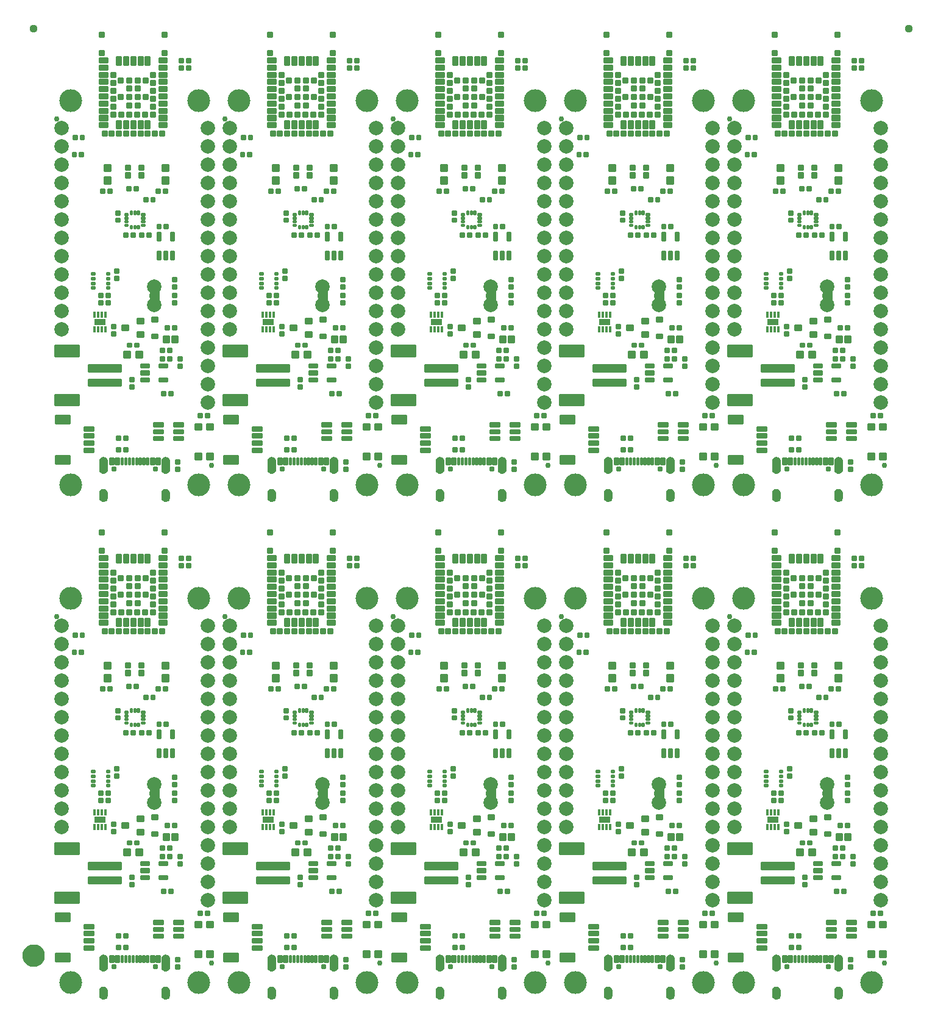
<source format=gts>
G04 EAGLE Gerber RS-274X export*
G75*
%MOMM*%
%FSLAX34Y34*%
%LPD*%
%INSoldermask Top*%
%IPPOS*%
%AMOC8*
5,1,8,0,0,1.08239X$1,22.5*%
G01*
%ADD10C,2.006600*%
%ADD11C,3.175000*%
%ADD12C,0.762000*%
%ADD13C,0.230578*%
%ADD14C,0.225369*%
%ADD15C,0.777000*%
%ADD16C,0.223409*%
%ADD17C,0.231559*%
%ADD18C,0.225400*%
%ADD19C,0.224509*%
%ADD20C,0.428259*%
%ADD21C,0.231750*%
%ADD22C,0.227100*%
%ADD23R,0.440000X0.840000*%
%ADD24R,1.520000X0.940000*%
%ADD25C,0.224709*%
%ADD26C,0.225938*%
%ADD27C,0.225588*%
%ADD28C,0.228959*%
%ADD29C,0.228600*%
%ADD30C,1.127000*%
%ADD31C,1.270000*%
%ADD32C,1.627000*%

G36*
X626144Y732239D02*
X626144Y732239D01*
X626150Y732245D01*
X626155Y732241D01*
X627385Y732606D01*
X627390Y732613D01*
X627395Y732611D01*
X628514Y733241D01*
X628517Y733248D01*
X628523Y733247D01*
X629473Y734110D01*
X629474Y734118D01*
X629480Y734118D01*
X630214Y735171D01*
X630214Y735179D01*
X630219Y735181D01*
X630701Y736371D01*
X630699Y736376D01*
X630703Y736379D01*
X630702Y736380D01*
X630704Y736381D01*
X630909Y737648D01*
X630906Y737653D01*
X630909Y737656D01*
X630909Y749656D01*
X630906Y749660D01*
X630909Y749663D01*
X630754Y750785D01*
X630749Y750790D01*
X630752Y750794D01*
X630381Y751865D01*
X630375Y751869D01*
X630377Y751874D01*
X629804Y752851D01*
X629798Y752854D01*
X629799Y752859D01*
X629046Y753706D01*
X629039Y753708D01*
X629039Y753713D01*
X628136Y754397D01*
X628129Y754397D01*
X628128Y754402D01*
X627109Y754897D01*
X627102Y754895D01*
X627100Y754900D01*
X626003Y755187D01*
X625997Y755184D01*
X625994Y755188D01*
X624863Y755255D01*
X624857Y755255D01*
X623726Y755188D01*
X623721Y755183D01*
X623717Y755187D01*
X622620Y754900D01*
X622616Y754894D01*
X622611Y754897D01*
X621592Y754402D01*
X621589Y754396D01*
X621584Y754397D01*
X620681Y753713D01*
X620679Y753706D01*
X620674Y753706D01*
X619921Y752859D01*
X619921Y752852D01*
X619916Y752851D01*
X619343Y751874D01*
X619344Y751871D01*
X619343Y751870D01*
X619344Y751869D01*
X619344Y751867D01*
X619339Y751865D01*
X618968Y750794D01*
X618970Y750789D01*
X618967Y750787D01*
X618967Y750786D01*
X618966Y750785D01*
X618811Y749663D01*
X618814Y749658D01*
X618811Y749656D01*
X618811Y737656D01*
X618814Y737651D01*
X618811Y737648D01*
X619016Y736381D01*
X619022Y736375D01*
X619019Y736371D01*
X619501Y735181D01*
X619508Y735177D01*
X619506Y735171D01*
X620240Y734118D01*
X620248Y734116D01*
X620247Y734110D01*
X621197Y733247D01*
X621206Y733246D01*
X621206Y733241D01*
X622325Y732611D01*
X622333Y732612D01*
X622335Y732606D01*
X623565Y732241D01*
X623573Y732244D01*
X623576Y732239D01*
X624857Y732157D01*
X624861Y732160D01*
X624863Y732157D01*
X626144Y732239D01*
G37*
G36*
X158784Y41359D02*
X158784Y41359D01*
X158790Y41365D01*
X158795Y41361D01*
X160025Y41726D01*
X160030Y41733D01*
X160035Y41731D01*
X161154Y42361D01*
X161157Y42368D01*
X161163Y42367D01*
X162113Y43230D01*
X162114Y43238D01*
X162120Y43238D01*
X162854Y44291D01*
X162854Y44299D01*
X162859Y44301D01*
X163341Y45491D01*
X163339Y45496D01*
X163343Y45499D01*
X163342Y45500D01*
X163344Y45501D01*
X163549Y46768D01*
X163546Y46773D01*
X163549Y46776D01*
X163549Y58776D01*
X163546Y58780D01*
X163549Y58783D01*
X163394Y59905D01*
X163389Y59910D01*
X163392Y59914D01*
X163021Y60985D01*
X163015Y60989D01*
X163017Y60994D01*
X162444Y61971D01*
X162438Y61974D01*
X162439Y61979D01*
X161686Y62826D01*
X161679Y62828D01*
X161679Y62833D01*
X160776Y63517D01*
X160769Y63517D01*
X160768Y63522D01*
X159749Y64017D01*
X159742Y64015D01*
X159740Y64020D01*
X158643Y64307D01*
X158637Y64304D01*
X158634Y64308D01*
X157503Y64375D01*
X157497Y64375D01*
X156366Y64308D01*
X156361Y64303D01*
X156357Y64307D01*
X155260Y64020D01*
X155256Y64014D01*
X155251Y64017D01*
X154232Y63522D01*
X154229Y63516D01*
X154224Y63517D01*
X153321Y62833D01*
X153319Y62826D01*
X153314Y62826D01*
X152561Y61979D01*
X152561Y61972D01*
X152556Y61971D01*
X151983Y60994D01*
X151984Y60991D01*
X151983Y60990D01*
X151984Y60989D01*
X151984Y60987D01*
X151979Y60985D01*
X151608Y59914D01*
X151610Y59909D01*
X151607Y59907D01*
X151607Y59906D01*
X151606Y59905D01*
X151451Y58783D01*
X151454Y58778D01*
X151451Y58776D01*
X151451Y46776D01*
X151454Y46771D01*
X151451Y46768D01*
X151656Y45501D01*
X151662Y45495D01*
X151659Y45491D01*
X152141Y44301D01*
X152148Y44297D01*
X152146Y44291D01*
X152880Y43238D01*
X152888Y43236D01*
X152887Y43230D01*
X153837Y42367D01*
X153846Y42366D01*
X153846Y42361D01*
X154965Y41731D01*
X154973Y41732D01*
X154975Y41726D01*
X156205Y41361D01*
X156213Y41364D01*
X156216Y41359D01*
X157497Y41277D01*
X157501Y41280D01*
X157503Y41277D01*
X158784Y41359D01*
G37*
G36*
X306064Y41359D02*
X306064Y41359D01*
X306070Y41365D01*
X306075Y41361D01*
X307305Y41726D01*
X307310Y41733D01*
X307315Y41731D01*
X308434Y42361D01*
X308437Y42368D01*
X308443Y42367D01*
X309393Y43230D01*
X309394Y43238D01*
X309400Y43238D01*
X310134Y44291D01*
X310134Y44299D01*
X310139Y44301D01*
X310621Y45491D01*
X310619Y45496D01*
X310623Y45499D01*
X310622Y45500D01*
X310624Y45501D01*
X310829Y46768D01*
X310826Y46773D01*
X310829Y46776D01*
X310829Y58776D01*
X310826Y58780D01*
X310829Y58783D01*
X310674Y59905D01*
X310669Y59910D01*
X310672Y59914D01*
X310301Y60985D01*
X310295Y60989D01*
X310297Y60994D01*
X309724Y61971D01*
X309718Y61974D01*
X309719Y61979D01*
X308966Y62826D01*
X308959Y62828D01*
X308959Y62833D01*
X308056Y63517D01*
X308049Y63517D01*
X308048Y63522D01*
X307029Y64017D01*
X307022Y64015D01*
X307020Y64020D01*
X305923Y64307D01*
X305917Y64304D01*
X305914Y64308D01*
X304783Y64375D01*
X304777Y64375D01*
X303646Y64308D01*
X303641Y64303D01*
X303637Y64307D01*
X302540Y64020D01*
X302536Y64014D01*
X302531Y64017D01*
X301512Y63522D01*
X301509Y63516D01*
X301504Y63517D01*
X300601Y62833D01*
X300599Y62826D01*
X300594Y62826D01*
X299841Y61979D01*
X299841Y61972D01*
X299836Y61971D01*
X299263Y60994D01*
X299264Y60991D01*
X299263Y60990D01*
X299264Y60989D01*
X299264Y60987D01*
X299259Y60985D01*
X298888Y59914D01*
X298890Y59909D01*
X298887Y59907D01*
X298887Y59906D01*
X298886Y59905D01*
X298731Y58783D01*
X298734Y58778D01*
X298731Y58776D01*
X298731Y46776D01*
X298734Y46771D01*
X298731Y46768D01*
X298936Y45501D01*
X298942Y45495D01*
X298939Y45491D01*
X299421Y44301D01*
X299428Y44297D01*
X299426Y44291D01*
X300160Y43238D01*
X300168Y43236D01*
X300167Y43230D01*
X301117Y42367D01*
X301126Y42366D01*
X301126Y42361D01*
X302245Y41731D01*
X302253Y41732D01*
X302255Y41726D01*
X303485Y41361D01*
X303493Y41364D01*
X303496Y41359D01*
X304777Y41277D01*
X304781Y41280D01*
X304783Y41277D01*
X306064Y41359D01*
G37*
G36*
X539744Y41359D02*
X539744Y41359D01*
X539750Y41365D01*
X539755Y41361D01*
X540985Y41726D01*
X540990Y41733D01*
X540995Y41731D01*
X542114Y42361D01*
X542117Y42368D01*
X542123Y42367D01*
X543073Y43230D01*
X543074Y43238D01*
X543080Y43238D01*
X543814Y44291D01*
X543814Y44299D01*
X543819Y44301D01*
X544301Y45491D01*
X544299Y45496D01*
X544303Y45499D01*
X544302Y45500D01*
X544304Y45501D01*
X544509Y46768D01*
X544506Y46773D01*
X544509Y46776D01*
X544509Y58776D01*
X544506Y58780D01*
X544509Y58783D01*
X544354Y59905D01*
X544349Y59910D01*
X544352Y59914D01*
X543981Y60985D01*
X543975Y60989D01*
X543977Y60994D01*
X543404Y61971D01*
X543398Y61974D01*
X543399Y61979D01*
X542646Y62826D01*
X542639Y62828D01*
X542639Y62833D01*
X541736Y63517D01*
X541729Y63517D01*
X541728Y63522D01*
X540709Y64017D01*
X540702Y64015D01*
X540700Y64020D01*
X539603Y64307D01*
X539597Y64304D01*
X539594Y64308D01*
X538463Y64375D01*
X538457Y64375D01*
X537326Y64308D01*
X537321Y64303D01*
X537317Y64307D01*
X536220Y64020D01*
X536216Y64014D01*
X536211Y64017D01*
X535192Y63522D01*
X535189Y63516D01*
X535184Y63517D01*
X534281Y62833D01*
X534279Y62826D01*
X534274Y62826D01*
X533521Y61979D01*
X533521Y61972D01*
X533516Y61971D01*
X532943Y60994D01*
X532944Y60991D01*
X532943Y60990D01*
X532944Y60989D01*
X532944Y60987D01*
X532939Y60985D01*
X532568Y59914D01*
X532570Y59909D01*
X532567Y59907D01*
X532567Y59906D01*
X532566Y59905D01*
X532411Y58783D01*
X532414Y58778D01*
X532411Y58776D01*
X532411Y46776D01*
X532414Y46771D01*
X532411Y46768D01*
X532616Y45501D01*
X532622Y45495D01*
X532619Y45491D01*
X533101Y44301D01*
X533108Y44297D01*
X533106Y44291D01*
X533840Y43238D01*
X533848Y43236D01*
X533847Y43230D01*
X534797Y42367D01*
X534806Y42366D01*
X534806Y42361D01*
X535925Y41731D01*
X535933Y41732D01*
X535935Y41726D01*
X537165Y41361D01*
X537173Y41364D01*
X537176Y41359D01*
X538457Y41277D01*
X538461Y41280D01*
X538463Y41277D01*
X539744Y41359D01*
G37*
G36*
X392464Y41359D02*
X392464Y41359D01*
X392470Y41365D01*
X392475Y41361D01*
X393705Y41726D01*
X393710Y41733D01*
X393715Y41731D01*
X394834Y42361D01*
X394837Y42368D01*
X394843Y42367D01*
X395793Y43230D01*
X395794Y43238D01*
X395800Y43238D01*
X396534Y44291D01*
X396534Y44299D01*
X396539Y44301D01*
X397021Y45491D01*
X397019Y45496D01*
X397023Y45499D01*
X397022Y45500D01*
X397024Y45501D01*
X397229Y46768D01*
X397226Y46773D01*
X397229Y46776D01*
X397229Y58776D01*
X397226Y58780D01*
X397229Y58783D01*
X397074Y59905D01*
X397069Y59910D01*
X397072Y59914D01*
X396701Y60985D01*
X396695Y60989D01*
X396697Y60994D01*
X396124Y61971D01*
X396118Y61974D01*
X396119Y61979D01*
X395366Y62826D01*
X395359Y62828D01*
X395359Y62833D01*
X394456Y63517D01*
X394449Y63517D01*
X394448Y63522D01*
X393429Y64017D01*
X393422Y64015D01*
X393420Y64020D01*
X392323Y64307D01*
X392317Y64304D01*
X392314Y64308D01*
X391183Y64375D01*
X391177Y64375D01*
X390046Y64308D01*
X390041Y64303D01*
X390037Y64307D01*
X388940Y64020D01*
X388936Y64014D01*
X388931Y64017D01*
X387912Y63522D01*
X387909Y63516D01*
X387904Y63517D01*
X387001Y62833D01*
X386999Y62826D01*
X386994Y62826D01*
X386241Y61979D01*
X386241Y61972D01*
X386236Y61971D01*
X385663Y60994D01*
X385664Y60991D01*
X385663Y60990D01*
X385664Y60989D01*
X385664Y60987D01*
X385659Y60985D01*
X385288Y59914D01*
X385290Y59909D01*
X385287Y59907D01*
X385287Y59906D01*
X385286Y59905D01*
X385131Y58783D01*
X385134Y58778D01*
X385131Y58776D01*
X385131Y46776D01*
X385134Y46771D01*
X385131Y46768D01*
X385336Y45501D01*
X385342Y45495D01*
X385339Y45491D01*
X385821Y44301D01*
X385828Y44297D01*
X385826Y44291D01*
X386560Y43238D01*
X386568Y43236D01*
X386567Y43230D01*
X387517Y42367D01*
X387526Y42366D01*
X387526Y42361D01*
X388645Y41731D01*
X388653Y41732D01*
X388655Y41726D01*
X389885Y41361D01*
X389893Y41364D01*
X389896Y41359D01*
X391177Y41277D01*
X391181Y41280D01*
X391183Y41277D01*
X392464Y41359D01*
G37*
G36*
X1007104Y732239D02*
X1007104Y732239D01*
X1007110Y732245D01*
X1007115Y732241D01*
X1008345Y732606D01*
X1008350Y732613D01*
X1008355Y732611D01*
X1009474Y733241D01*
X1009477Y733248D01*
X1009483Y733247D01*
X1010433Y734110D01*
X1010434Y734118D01*
X1010440Y734118D01*
X1011174Y735171D01*
X1011174Y735179D01*
X1011179Y735181D01*
X1011661Y736371D01*
X1011659Y736376D01*
X1011663Y736379D01*
X1011662Y736380D01*
X1011664Y736381D01*
X1011869Y737648D01*
X1011866Y737653D01*
X1011869Y737656D01*
X1011869Y749656D01*
X1011866Y749660D01*
X1011869Y749663D01*
X1011714Y750785D01*
X1011709Y750790D01*
X1011712Y750794D01*
X1011341Y751865D01*
X1011335Y751869D01*
X1011337Y751874D01*
X1010764Y752851D01*
X1010758Y752854D01*
X1010759Y752859D01*
X1010006Y753706D01*
X1009999Y753708D01*
X1009999Y753713D01*
X1009096Y754397D01*
X1009089Y754397D01*
X1009088Y754402D01*
X1008069Y754897D01*
X1008062Y754895D01*
X1008060Y754900D01*
X1006963Y755187D01*
X1006957Y755184D01*
X1006954Y755188D01*
X1005823Y755255D01*
X1005817Y755255D01*
X1004686Y755188D01*
X1004681Y755183D01*
X1004677Y755187D01*
X1003580Y754900D01*
X1003576Y754894D01*
X1003571Y754897D01*
X1002552Y754402D01*
X1002549Y754396D01*
X1002544Y754397D01*
X1001641Y753713D01*
X1001639Y753706D01*
X1001634Y753706D01*
X1000881Y752859D01*
X1000881Y752852D01*
X1000876Y752851D01*
X1000303Y751874D01*
X1000304Y751871D01*
X1000303Y751870D01*
X1000304Y751869D01*
X1000304Y751867D01*
X1000299Y751865D01*
X999928Y750794D01*
X999930Y750789D01*
X999927Y750787D01*
X999927Y750786D01*
X999926Y750785D01*
X999771Y749663D01*
X999774Y749658D01*
X999771Y749656D01*
X999771Y737656D01*
X999774Y737651D01*
X999771Y737648D01*
X999976Y736381D01*
X999982Y736375D01*
X999979Y736371D01*
X1000461Y735181D01*
X1000468Y735177D01*
X1000466Y735171D01*
X1001200Y734118D01*
X1001208Y734116D01*
X1001207Y734110D01*
X1002157Y733247D01*
X1002166Y733246D01*
X1002166Y733241D01*
X1003285Y732611D01*
X1003293Y732612D01*
X1003295Y732606D01*
X1004525Y732241D01*
X1004533Y732244D01*
X1004536Y732239D01*
X1005817Y732157D01*
X1005821Y732160D01*
X1005823Y732157D01*
X1007104Y732239D01*
G37*
G36*
X773424Y732239D02*
X773424Y732239D01*
X773430Y732245D01*
X773435Y732241D01*
X774665Y732606D01*
X774670Y732613D01*
X774675Y732611D01*
X775794Y733241D01*
X775797Y733248D01*
X775803Y733247D01*
X776753Y734110D01*
X776754Y734118D01*
X776760Y734118D01*
X777494Y735171D01*
X777494Y735179D01*
X777499Y735181D01*
X777981Y736371D01*
X777979Y736376D01*
X777983Y736379D01*
X777982Y736380D01*
X777984Y736381D01*
X778189Y737648D01*
X778186Y737653D01*
X778189Y737656D01*
X778189Y749656D01*
X778186Y749660D01*
X778189Y749663D01*
X778034Y750785D01*
X778029Y750790D01*
X778032Y750794D01*
X777661Y751865D01*
X777655Y751869D01*
X777657Y751874D01*
X777084Y752851D01*
X777078Y752854D01*
X777079Y752859D01*
X776326Y753706D01*
X776319Y753708D01*
X776319Y753713D01*
X775416Y754397D01*
X775409Y754397D01*
X775408Y754402D01*
X774389Y754897D01*
X774382Y754895D01*
X774380Y754900D01*
X773283Y755187D01*
X773277Y755184D01*
X773274Y755188D01*
X772143Y755255D01*
X772137Y755255D01*
X771006Y755188D01*
X771001Y755183D01*
X770997Y755187D01*
X769900Y754900D01*
X769896Y754894D01*
X769891Y754897D01*
X768872Y754402D01*
X768869Y754396D01*
X768864Y754397D01*
X767961Y753713D01*
X767959Y753706D01*
X767954Y753706D01*
X767201Y752859D01*
X767201Y752852D01*
X767196Y752851D01*
X766623Y751874D01*
X766624Y751871D01*
X766623Y751870D01*
X766624Y751869D01*
X766624Y751867D01*
X766619Y751865D01*
X766248Y750794D01*
X766250Y750789D01*
X766247Y750787D01*
X766247Y750786D01*
X766246Y750785D01*
X766091Y749663D01*
X766094Y749658D01*
X766091Y749656D01*
X766091Y737656D01*
X766094Y737651D01*
X766091Y737648D01*
X766296Y736381D01*
X766302Y736375D01*
X766299Y736371D01*
X766781Y735181D01*
X766788Y735177D01*
X766786Y735171D01*
X767520Y734118D01*
X767528Y734116D01*
X767527Y734110D01*
X768477Y733247D01*
X768486Y733246D01*
X768486Y733241D01*
X769605Y732611D01*
X769613Y732612D01*
X769615Y732606D01*
X770845Y732241D01*
X770853Y732244D01*
X770856Y732239D01*
X772137Y732157D01*
X772141Y732160D01*
X772143Y732157D01*
X773424Y732239D01*
G37*
G36*
X392464Y732239D02*
X392464Y732239D01*
X392470Y732245D01*
X392475Y732241D01*
X393705Y732606D01*
X393710Y732613D01*
X393715Y732611D01*
X394834Y733241D01*
X394837Y733248D01*
X394843Y733247D01*
X395793Y734110D01*
X395794Y734118D01*
X395800Y734118D01*
X396534Y735171D01*
X396534Y735179D01*
X396539Y735181D01*
X397021Y736371D01*
X397019Y736376D01*
X397023Y736379D01*
X397022Y736380D01*
X397024Y736381D01*
X397229Y737648D01*
X397226Y737653D01*
X397229Y737656D01*
X397229Y749656D01*
X397226Y749660D01*
X397229Y749663D01*
X397074Y750785D01*
X397069Y750790D01*
X397072Y750794D01*
X396701Y751865D01*
X396695Y751869D01*
X396697Y751874D01*
X396124Y752851D01*
X396118Y752854D01*
X396119Y752859D01*
X395366Y753706D01*
X395359Y753708D01*
X395359Y753713D01*
X394456Y754397D01*
X394449Y754397D01*
X394448Y754402D01*
X393429Y754897D01*
X393422Y754895D01*
X393420Y754900D01*
X392323Y755187D01*
X392317Y755184D01*
X392314Y755188D01*
X391183Y755255D01*
X391177Y755255D01*
X390046Y755188D01*
X390041Y755183D01*
X390037Y755187D01*
X388940Y754900D01*
X388936Y754894D01*
X388931Y754897D01*
X387912Y754402D01*
X387909Y754396D01*
X387904Y754397D01*
X387001Y753713D01*
X386999Y753706D01*
X386994Y753706D01*
X386241Y752859D01*
X386241Y752852D01*
X386236Y752851D01*
X385663Y751874D01*
X385664Y751871D01*
X385663Y751870D01*
X385664Y751869D01*
X385664Y751867D01*
X385659Y751865D01*
X385288Y750794D01*
X385290Y750789D01*
X385287Y750787D01*
X385287Y750786D01*
X385286Y750785D01*
X385131Y749663D01*
X385134Y749658D01*
X385131Y749656D01*
X385131Y737656D01*
X385134Y737651D01*
X385131Y737648D01*
X385336Y736381D01*
X385342Y736375D01*
X385339Y736371D01*
X385821Y735181D01*
X385828Y735177D01*
X385826Y735171D01*
X386560Y734118D01*
X386568Y734116D01*
X386567Y734110D01*
X387517Y733247D01*
X387526Y733246D01*
X387526Y733241D01*
X388645Y732611D01*
X388653Y732612D01*
X388655Y732606D01*
X389885Y732241D01*
X389893Y732244D01*
X389896Y732239D01*
X391177Y732157D01*
X391181Y732160D01*
X391183Y732157D01*
X392464Y732239D01*
G37*
G36*
X859824Y732239D02*
X859824Y732239D01*
X859830Y732245D01*
X859835Y732241D01*
X861065Y732606D01*
X861070Y732613D01*
X861075Y732611D01*
X862194Y733241D01*
X862197Y733248D01*
X862203Y733247D01*
X863153Y734110D01*
X863154Y734118D01*
X863160Y734118D01*
X863894Y735171D01*
X863894Y735179D01*
X863899Y735181D01*
X864381Y736371D01*
X864379Y736376D01*
X864383Y736379D01*
X864382Y736380D01*
X864384Y736381D01*
X864589Y737648D01*
X864586Y737653D01*
X864589Y737656D01*
X864589Y749656D01*
X864586Y749660D01*
X864589Y749663D01*
X864434Y750785D01*
X864429Y750790D01*
X864432Y750794D01*
X864061Y751865D01*
X864055Y751869D01*
X864057Y751874D01*
X863484Y752851D01*
X863478Y752854D01*
X863479Y752859D01*
X862726Y753706D01*
X862719Y753708D01*
X862719Y753713D01*
X861816Y754397D01*
X861809Y754397D01*
X861808Y754402D01*
X860789Y754897D01*
X860782Y754895D01*
X860780Y754900D01*
X859683Y755187D01*
X859677Y755184D01*
X859674Y755188D01*
X858543Y755255D01*
X858537Y755255D01*
X857406Y755188D01*
X857401Y755183D01*
X857397Y755187D01*
X856300Y754900D01*
X856296Y754894D01*
X856291Y754897D01*
X855272Y754402D01*
X855269Y754396D01*
X855264Y754397D01*
X854361Y753713D01*
X854359Y753706D01*
X854354Y753706D01*
X853601Y752859D01*
X853601Y752852D01*
X853596Y752851D01*
X853023Y751874D01*
X853024Y751871D01*
X853023Y751870D01*
X853024Y751869D01*
X853024Y751867D01*
X853019Y751865D01*
X852648Y750794D01*
X852650Y750789D01*
X852647Y750787D01*
X852647Y750786D01*
X852646Y750785D01*
X852491Y749663D01*
X852494Y749658D01*
X852491Y749656D01*
X852491Y737656D01*
X852494Y737651D01*
X852491Y737648D01*
X852696Y736381D01*
X852702Y736375D01*
X852699Y736371D01*
X853181Y735181D01*
X853188Y735177D01*
X853186Y735171D01*
X853920Y734118D01*
X853928Y734116D01*
X853927Y734110D01*
X854877Y733247D01*
X854886Y733246D01*
X854886Y733241D01*
X856005Y732611D01*
X856013Y732612D01*
X856015Y732606D01*
X857245Y732241D01*
X857253Y732244D01*
X857256Y732239D01*
X858537Y732157D01*
X858541Y732160D01*
X858543Y732157D01*
X859824Y732239D01*
G37*
G36*
X158784Y732239D02*
X158784Y732239D01*
X158790Y732245D01*
X158795Y732241D01*
X160025Y732606D01*
X160030Y732613D01*
X160035Y732611D01*
X161154Y733241D01*
X161157Y733248D01*
X161163Y733247D01*
X162113Y734110D01*
X162114Y734118D01*
X162120Y734118D01*
X162854Y735171D01*
X162854Y735179D01*
X162859Y735181D01*
X163341Y736371D01*
X163339Y736376D01*
X163343Y736379D01*
X163342Y736380D01*
X163344Y736381D01*
X163549Y737648D01*
X163546Y737653D01*
X163549Y737656D01*
X163549Y749656D01*
X163546Y749660D01*
X163549Y749663D01*
X163394Y750785D01*
X163389Y750790D01*
X163392Y750794D01*
X163021Y751865D01*
X163015Y751869D01*
X163017Y751874D01*
X162444Y752851D01*
X162438Y752854D01*
X162439Y752859D01*
X161686Y753706D01*
X161679Y753708D01*
X161679Y753713D01*
X160776Y754397D01*
X160769Y754397D01*
X160768Y754402D01*
X159749Y754897D01*
X159742Y754895D01*
X159740Y754900D01*
X158643Y755187D01*
X158637Y755184D01*
X158634Y755188D01*
X157503Y755255D01*
X157497Y755255D01*
X156366Y755188D01*
X156361Y755183D01*
X156357Y755187D01*
X155260Y754900D01*
X155256Y754894D01*
X155251Y754897D01*
X154232Y754402D01*
X154229Y754396D01*
X154224Y754397D01*
X153321Y753713D01*
X153319Y753706D01*
X153314Y753706D01*
X152561Y752859D01*
X152561Y752852D01*
X152556Y752851D01*
X151983Y751874D01*
X151984Y751871D01*
X151983Y751870D01*
X151984Y751869D01*
X151984Y751867D01*
X151979Y751865D01*
X151608Y750794D01*
X151610Y750789D01*
X151607Y750787D01*
X151607Y750786D01*
X151606Y750785D01*
X151451Y749663D01*
X151454Y749658D01*
X151451Y749656D01*
X151451Y737656D01*
X151454Y737651D01*
X151451Y737648D01*
X151656Y736381D01*
X151662Y736375D01*
X151659Y736371D01*
X152141Y735181D01*
X152148Y735177D01*
X152146Y735171D01*
X152880Y734118D01*
X152888Y734116D01*
X152887Y734110D01*
X153837Y733247D01*
X153846Y733246D01*
X153846Y733241D01*
X154965Y732611D01*
X154973Y732612D01*
X154975Y732606D01*
X156205Y732241D01*
X156213Y732244D01*
X156216Y732239D01*
X157497Y732157D01*
X157501Y732160D01*
X157503Y732157D01*
X158784Y732239D01*
G37*
G36*
X306064Y732239D02*
X306064Y732239D01*
X306070Y732245D01*
X306075Y732241D01*
X307305Y732606D01*
X307310Y732613D01*
X307315Y732611D01*
X308434Y733241D01*
X308437Y733248D01*
X308443Y733247D01*
X309393Y734110D01*
X309394Y734118D01*
X309400Y734118D01*
X310134Y735171D01*
X310134Y735179D01*
X310139Y735181D01*
X310621Y736371D01*
X310619Y736376D01*
X310623Y736379D01*
X310622Y736380D01*
X310624Y736381D01*
X310829Y737648D01*
X310826Y737653D01*
X310829Y737656D01*
X310829Y749656D01*
X310826Y749660D01*
X310829Y749663D01*
X310674Y750785D01*
X310669Y750790D01*
X310672Y750794D01*
X310301Y751865D01*
X310295Y751869D01*
X310297Y751874D01*
X309724Y752851D01*
X309718Y752854D01*
X309719Y752859D01*
X308966Y753706D01*
X308959Y753708D01*
X308959Y753713D01*
X308056Y754397D01*
X308049Y754397D01*
X308048Y754402D01*
X307029Y754897D01*
X307022Y754895D01*
X307020Y754900D01*
X305923Y755187D01*
X305917Y755184D01*
X305914Y755188D01*
X304783Y755255D01*
X304777Y755255D01*
X303646Y755188D01*
X303641Y755183D01*
X303637Y755187D01*
X302540Y754900D01*
X302536Y754894D01*
X302531Y754897D01*
X301512Y754402D01*
X301509Y754396D01*
X301504Y754397D01*
X300601Y753713D01*
X300599Y753706D01*
X300594Y753706D01*
X299841Y752859D01*
X299841Y752852D01*
X299836Y752851D01*
X299263Y751874D01*
X299264Y751871D01*
X299263Y751870D01*
X299264Y751869D01*
X299264Y751867D01*
X299259Y751865D01*
X298888Y750794D01*
X298890Y750789D01*
X298887Y750787D01*
X298887Y750786D01*
X298886Y750785D01*
X298731Y749663D01*
X298734Y749658D01*
X298731Y749656D01*
X298731Y737656D01*
X298734Y737651D01*
X298731Y737648D01*
X298936Y736381D01*
X298942Y736375D01*
X298939Y736371D01*
X299421Y735181D01*
X299428Y735177D01*
X299426Y735171D01*
X300160Y734118D01*
X300168Y734116D01*
X300167Y734110D01*
X301117Y733247D01*
X301126Y733246D01*
X301126Y733241D01*
X302245Y732611D01*
X302253Y732612D01*
X302255Y732606D01*
X303485Y732241D01*
X303493Y732244D01*
X303496Y732239D01*
X304777Y732157D01*
X304781Y732160D01*
X304783Y732157D01*
X306064Y732239D01*
G37*
G36*
X539744Y732239D02*
X539744Y732239D01*
X539750Y732245D01*
X539755Y732241D01*
X540985Y732606D01*
X540990Y732613D01*
X540995Y732611D01*
X542114Y733241D01*
X542117Y733248D01*
X542123Y733247D01*
X543073Y734110D01*
X543074Y734118D01*
X543080Y734118D01*
X543814Y735171D01*
X543814Y735179D01*
X543819Y735181D01*
X544301Y736371D01*
X544299Y736376D01*
X544303Y736379D01*
X544302Y736380D01*
X544304Y736381D01*
X544509Y737648D01*
X544506Y737653D01*
X544509Y737656D01*
X544509Y749656D01*
X544506Y749660D01*
X544509Y749663D01*
X544354Y750785D01*
X544349Y750790D01*
X544352Y750794D01*
X543981Y751865D01*
X543975Y751869D01*
X543977Y751874D01*
X543404Y752851D01*
X543398Y752854D01*
X543399Y752859D01*
X542646Y753706D01*
X542639Y753708D01*
X542639Y753713D01*
X541736Y754397D01*
X541729Y754397D01*
X541728Y754402D01*
X540709Y754897D01*
X540702Y754895D01*
X540700Y754900D01*
X539603Y755187D01*
X539597Y755184D01*
X539594Y755188D01*
X538463Y755255D01*
X538457Y755255D01*
X537326Y755188D01*
X537321Y755183D01*
X537317Y755187D01*
X536220Y754900D01*
X536216Y754894D01*
X536211Y754897D01*
X535192Y754402D01*
X535189Y754396D01*
X535184Y754397D01*
X534281Y753713D01*
X534279Y753706D01*
X534274Y753706D01*
X533521Y752859D01*
X533521Y752852D01*
X533516Y752851D01*
X532943Y751874D01*
X532944Y751871D01*
X532943Y751870D01*
X532944Y751869D01*
X532944Y751867D01*
X532939Y751865D01*
X532568Y750794D01*
X532570Y750789D01*
X532567Y750787D01*
X532567Y750786D01*
X532566Y750785D01*
X532411Y749663D01*
X532414Y749658D01*
X532411Y749656D01*
X532411Y737656D01*
X532414Y737651D01*
X532411Y737648D01*
X532616Y736381D01*
X532622Y736375D01*
X532619Y736371D01*
X533101Y735181D01*
X533108Y735177D01*
X533106Y735171D01*
X533840Y734118D01*
X533848Y734116D01*
X533847Y734110D01*
X534797Y733247D01*
X534806Y733246D01*
X534806Y733241D01*
X535925Y732611D01*
X535933Y732612D01*
X535935Y732606D01*
X537165Y732241D01*
X537173Y732244D01*
X537176Y732239D01*
X538457Y732157D01*
X538461Y732160D01*
X538463Y732157D01*
X539744Y732239D01*
G37*
G36*
X626144Y41359D02*
X626144Y41359D01*
X626150Y41365D01*
X626155Y41361D01*
X627385Y41726D01*
X627390Y41733D01*
X627395Y41731D01*
X628514Y42361D01*
X628517Y42368D01*
X628523Y42367D01*
X629473Y43230D01*
X629474Y43238D01*
X629480Y43238D01*
X630214Y44291D01*
X630214Y44299D01*
X630219Y44301D01*
X630701Y45491D01*
X630699Y45496D01*
X630703Y45499D01*
X630702Y45500D01*
X630704Y45501D01*
X630909Y46768D01*
X630906Y46773D01*
X630909Y46776D01*
X630909Y58776D01*
X630906Y58780D01*
X630909Y58783D01*
X630754Y59905D01*
X630749Y59910D01*
X630752Y59914D01*
X630381Y60985D01*
X630375Y60989D01*
X630377Y60994D01*
X629804Y61971D01*
X629798Y61974D01*
X629799Y61979D01*
X629046Y62826D01*
X629039Y62828D01*
X629039Y62833D01*
X628136Y63517D01*
X628129Y63517D01*
X628128Y63522D01*
X627109Y64017D01*
X627102Y64015D01*
X627100Y64020D01*
X626003Y64307D01*
X625997Y64304D01*
X625994Y64308D01*
X624863Y64375D01*
X624857Y64375D01*
X623726Y64308D01*
X623721Y64303D01*
X623717Y64307D01*
X622620Y64020D01*
X622616Y64014D01*
X622611Y64017D01*
X621592Y63522D01*
X621589Y63516D01*
X621584Y63517D01*
X620681Y62833D01*
X620679Y62826D01*
X620674Y62826D01*
X619921Y61979D01*
X619921Y61972D01*
X619916Y61971D01*
X619343Y60994D01*
X619344Y60991D01*
X619343Y60990D01*
X619344Y60989D01*
X619344Y60987D01*
X619339Y60985D01*
X618968Y59914D01*
X618970Y59909D01*
X618967Y59907D01*
X618967Y59906D01*
X618966Y59905D01*
X618811Y58783D01*
X618814Y58778D01*
X618811Y58776D01*
X618811Y46776D01*
X618814Y46771D01*
X618811Y46768D01*
X619016Y45501D01*
X619022Y45495D01*
X619019Y45491D01*
X619501Y44301D01*
X619508Y44297D01*
X619506Y44291D01*
X620240Y43238D01*
X620248Y43236D01*
X620247Y43230D01*
X621197Y42367D01*
X621206Y42366D01*
X621206Y42361D01*
X622325Y41731D01*
X622333Y41732D01*
X622335Y41726D01*
X623565Y41361D01*
X623573Y41364D01*
X623576Y41359D01*
X624857Y41277D01*
X624861Y41280D01*
X624863Y41277D01*
X626144Y41359D01*
G37*
G36*
X72384Y732239D02*
X72384Y732239D01*
X72390Y732245D01*
X72395Y732241D01*
X73625Y732606D01*
X73630Y732613D01*
X73635Y732611D01*
X74754Y733241D01*
X74757Y733248D01*
X74763Y733247D01*
X75713Y734110D01*
X75714Y734118D01*
X75720Y734118D01*
X76454Y735171D01*
X76454Y735179D01*
X76459Y735181D01*
X76941Y736371D01*
X76939Y736376D01*
X76943Y736379D01*
X76942Y736380D01*
X76944Y736381D01*
X77149Y737648D01*
X77146Y737653D01*
X77149Y737656D01*
X77149Y749656D01*
X77146Y749660D01*
X77149Y749663D01*
X76994Y750785D01*
X76989Y750790D01*
X76992Y750794D01*
X76621Y751865D01*
X76615Y751869D01*
X76617Y751874D01*
X76044Y752851D01*
X76038Y752854D01*
X76039Y752859D01*
X75286Y753706D01*
X75279Y753708D01*
X75279Y753713D01*
X74376Y754397D01*
X74369Y754397D01*
X74368Y754402D01*
X73349Y754897D01*
X73342Y754895D01*
X73340Y754900D01*
X72243Y755187D01*
X72237Y755184D01*
X72234Y755188D01*
X71103Y755255D01*
X71097Y755255D01*
X69966Y755188D01*
X69961Y755183D01*
X69957Y755187D01*
X68860Y754900D01*
X68856Y754894D01*
X68851Y754897D01*
X67832Y754402D01*
X67829Y754396D01*
X67824Y754397D01*
X66921Y753713D01*
X66919Y753706D01*
X66914Y753706D01*
X66161Y752859D01*
X66161Y752852D01*
X66156Y752851D01*
X65583Y751874D01*
X65584Y751871D01*
X65583Y751870D01*
X65584Y751869D01*
X65584Y751867D01*
X65579Y751865D01*
X65208Y750794D01*
X65210Y750789D01*
X65207Y750787D01*
X65207Y750786D01*
X65206Y750785D01*
X65051Y749663D01*
X65054Y749658D01*
X65051Y749656D01*
X65051Y737656D01*
X65054Y737651D01*
X65051Y737648D01*
X65256Y736381D01*
X65262Y736375D01*
X65259Y736371D01*
X65741Y735181D01*
X65748Y735177D01*
X65746Y735171D01*
X66480Y734118D01*
X66488Y734116D01*
X66487Y734110D01*
X67437Y733247D01*
X67446Y733246D01*
X67446Y733241D01*
X68565Y732611D01*
X68573Y732612D01*
X68575Y732606D01*
X69805Y732241D01*
X69813Y732244D01*
X69816Y732239D01*
X71097Y732157D01*
X71101Y732160D01*
X71103Y732157D01*
X72384Y732239D01*
G37*
G36*
X1093504Y732239D02*
X1093504Y732239D01*
X1093510Y732245D01*
X1093515Y732241D01*
X1094745Y732606D01*
X1094750Y732613D01*
X1094755Y732611D01*
X1095874Y733241D01*
X1095877Y733248D01*
X1095883Y733247D01*
X1096833Y734110D01*
X1096834Y734118D01*
X1096840Y734118D01*
X1097574Y735171D01*
X1097574Y735179D01*
X1097579Y735181D01*
X1098061Y736371D01*
X1098059Y736376D01*
X1098063Y736379D01*
X1098062Y736380D01*
X1098064Y736381D01*
X1098269Y737648D01*
X1098266Y737653D01*
X1098269Y737656D01*
X1098269Y749656D01*
X1098266Y749660D01*
X1098269Y749663D01*
X1098114Y750785D01*
X1098109Y750790D01*
X1098112Y750794D01*
X1097741Y751865D01*
X1097735Y751869D01*
X1097737Y751874D01*
X1097164Y752851D01*
X1097158Y752854D01*
X1097159Y752859D01*
X1096406Y753706D01*
X1096399Y753708D01*
X1096399Y753713D01*
X1095496Y754397D01*
X1095489Y754397D01*
X1095488Y754402D01*
X1094469Y754897D01*
X1094462Y754895D01*
X1094460Y754900D01*
X1093363Y755187D01*
X1093357Y755184D01*
X1093354Y755188D01*
X1092223Y755255D01*
X1092217Y755255D01*
X1091086Y755188D01*
X1091081Y755183D01*
X1091077Y755187D01*
X1089980Y754900D01*
X1089976Y754894D01*
X1089971Y754897D01*
X1088952Y754402D01*
X1088949Y754396D01*
X1088944Y754397D01*
X1088041Y753713D01*
X1088039Y753706D01*
X1088034Y753706D01*
X1087281Y752859D01*
X1087281Y752852D01*
X1087276Y752851D01*
X1086703Y751874D01*
X1086704Y751871D01*
X1086703Y751870D01*
X1086704Y751869D01*
X1086704Y751867D01*
X1086699Y751865D01*
X1086328Y750794D01*
X1086330Y750789D01*
X1086327Y750787D01*
X1086327Y750786D01*
X1086326Y750785D01*
X1086171Y749663D01*
X1086174Y749658D01*
X1086171Y749656D01*
X1086171Y737656D01*
X1086174Y737651D01*
X1086171Y737648D01*
X1086376Y736381D01*
X1086382Y736375D01*
X1086379Y736371D01*
X1086861Y735181D01*
X1086868Y735177D01*
X1086866Y735171D01*
X1087600Y734118D01*
X1087608Y734116D01*
X1087607Y734110D01*
X1088557Y733247D01*
X1088566Y733246D01*
X1088566Y733241D01*
X1089685Y732611D01*
X1089693Y732612D01*
X1089695Y732606D01*
X1090925Y732241D01*
X1090933Y732244D01*
X1090936Y732239D01*
X1092217Y732157D01*
X1092221Y732160D01*
X1092223Y732157D01*
X1093504Y732239D01*
G37*
G36*
X773424Y41359D02*
X773424Y41359D01*
X773430Y41365D01*
X773435Y41361D01*
X774665Y41726D01*
X774670Y41733D01*
X774675Y41731D01*
X775794Y42361D01*
X775797Y42368D01*
X775803Y42367D01*
X776753Y43230D01*
X776754Y43238D01*
X776760Y43238D01*
X777494Y44291D01*
X777494Y44299D01*
X777499Y44301D01*
X777981Y45491D01*
X777979Y45496D01*
X777983Y45499D01*
X777982Y45500D01*
X777984Y45501D01*
X778189Y46768D01*
X778186Y46773D01*
X778189Y46776D01*
X778189Y58776D01*
X778186Y58780D01*
X778189Y58783D01*
X778034Y59905D01*
X778029Y59910D01*
X778032Y59914D01*
X777661Y60985D01*
X777655Y60989D01*
X777657Y60994D01*
X777084Y61971D01*
X777078Y61974D01*
X777079Y61979D01*
X776326Y62826D01*
X776319Y62828D01*
X776319Y62833D01*
X775416Y63517D01*
X775409Y63517D01*
X775408Y63522D01*
X774389Y64017D01*
X774382Y64015D01*
X774380Y64020D01*
X773283Y64307D01*
X773277Y64304D01*
X773274Y64308D01*
X772143Y64375D01*
X772137Y64375D01*
X771006Y64308D01*
X771001Y64303D01*
X770997Y64307D01*
X769900Y64020D01*
X769896Y64014D01*
X769891Y64017D01*
X768872Y63522D01*
X768869Y63516D01*
X768864Y63517D01*
X767961Y62833D01*
X767959Y62826D01*
X767954Y62826D01*
X767201Y61979D01*
X767201Y61972D01*
X767196Y61971D01*
X766623Y60994D01*
X766624Y60991D01*
X766623Y60990D01*
X766624Y60989D01*
X766624Y60987D01*
X766619Y60985D01*
X766248Y59914D01*
X766250Y59909D01*
X766247Y59907D01*
X766247Y59906D01*
X766246Y59905D01*
X766091Y58783D01*
X766094Y58778D01*
X766091Y58776D01*
X766091Y46776D01*
X766094Y46771D01*
X766091Y46768D01*
X766296Y45501D01*
X766302Y45495D01*
X766299Y45491D01*
X766781Y44301D01*
X766788Y44297D01*
X766786Y44291D01*
X767520Y43238D01*
X767528Y43236D01*
X767527Y43230D01*
X768477Y42367D01*
X768486Y42366D01*
X768486Y42361D01*
X769605Y41731D01*
X769613Y41732D01*
X769615Y41726D01*
X770845Y41361D01*
X770853Y41364D01*
X770856Y41359D01*
X772137Y41277D01*
X772141Y41280D01*
X772143Y41277D01*
X773424Y41359D01*
G37*
G36*
X859824Y41359D02*
X859824Y41359D01*
X859830Y41365D01*
X859835Y41361D01*
X861065Y41726D01*
X861070Y41733D01*
X861075Y41731D01*
X862194Y42361D01*
X862197Y42368D01*
X862203Y42367D01*
X863153Y43230D01*
X863154Y43238D01*
X863160Y43238D01*
X863894Y44291D01*
X863894Y44299D01*
X863899Y44301D01*
X864381Y45491D01*
X864379Y45496D01*
X864383Y45499D01*
X864382Y45500D01*
X864384Y45501D01*
X864589Y46768D01*
X864586Y46773D01*
X864589Y46776D01*
X864589Y58776D01*
X864586Y58780D01*
X864589Y58783D01*
X864434Y59905D01*
X864429Y59910D01*
X864432Y59914D01*
X864061Y60985D01*
X864055Y60989D01*
X864057Y60994D01*
X863484Y61971D01*
X863478Y61974D01*
X863479Y61979D01*
X862726Y62826D01*
X862719Y62828D01*
X862719Y62833D01*
X861816Y63517D01*
X861809Y63517D01*
X861808Y63522D01*
X860789Y64017D01*
X860782Y64015D01*
X860780Y64020D01*
X859683Y64307D01*
X859677Y64304D01*
X859674Y64308D01*
X858543Y64375D01*
X858537Y64375D01*
X857406Y64308D01*
X857401Y64303D01*
X857397Y64307D01*
X856300Y64020D01*
X856296Y64014D01*
X856291Y64017D01*
X855272Y63522D01*
X855269Y63516D01*
X855264Y63517D01*
X854361Y62833D01*
X854359Y62826D01*
X854354Y62826D01*
X853601Y61979D01*
X853601Y61972D01*
X853596Y61971D01*
X853023Y60994D01*
X853024Y60991D01*
X853023Y60990D01*
X853024Y60989D01*
X853024Y60987D01*
X853019Y60985D01*
X852648Y59914D01*
X852650Y59909D01*
X852647Y59907D01*
X852647Y59906D01*
X852646Y59905D01*
X852491Y58783D01*
X852494Y58778D01*
X852491Y58776D01*
X852491Y46776D01*
X852494Y46771D01*
X852491Y46768D01*
X852696Y45501D01*
X852702Y45495D01*
X852699Y45491D01*
X853181Y44301D01*
X853188Y44297D01*
X853186Y44291D01*
X853920Y43238D01*
X853928Y43236D01*
X853927Y43230D01*
X854877Y42367D01*
X854886Y42366D01*
X854886Y42361D01*
X856005Y41731D01*
X856013Y41732D01*
X856015Y41726D01*
X857245Y41361D01*
X857253Y41364D01*
X857256Y41359D01*
X858537Y41277D01*
X858541Y41280D01*
X858543Y41277D01*
X859824Y41359D01*
G37*
G36*
X72384Y41359D02*
X72384Y41359D01*
X72390Y41365D01*
X72395Y41361D01*
X73625Y41726D01*
X73630Y41733D01*
X73635Y41731D01*
X74754Y42361D01*
X74757Y42368D01*
X74763Y42367D01*
X75713Y43230D01*
X75714Y43238D01*
X75720Y43238D01*
X76454Y44291D01*
X76454Y44299D01*
X76459Y44301D01*
X76941Y45491D01*
X76939Y45496D01*
X76943Y45499D01*
X76942Y45500D01*
X76944Y45501D01*
X77149Y46768D01*
X77146Y46773D01*
X77149Y46776D01*
X77149Y58776D01*
X77146Y58780D01*
X77149Y58783D01*
X76994Y59905D01*
X76989Y59910D01*
X76992Y59914D01*
X76621Y60985D01*
X76615Y60989D01*
X76617Y60994D01*
X76044Y61971D01*
X76038Y61974D01*
X76039Y61979D01*
X75286Y62826D01*
X75279Y62828D01*
X75279Y62833D01*
X74376Y63517D01*
X74369Y63517D01*
X74368Y63522D01*
X73349Y64017D01*
X73342Y64015D01*
X73340Y64020D01*
X72243Y64307D01*
X72237Y64304D01*
X72234Y64308D01*
X71103Y64375D01*
X71097Y64375D01*
X69966Y64308D01*
X69961Y64303D01*
X69957Y64307D01*
X68860Y64020D01*
X68856Y64014D01*
X68851Y64017D01*
X67832Y63522D01*
X67829Y63516D01*
X67824Y63517D01*
X66921Y62833D01*
X66919Y62826D01*
X66914Y62826D01*
X66161Y61979D01*
X66161Y61972D01*
X66156Y61971D01*
X65583Y60994D01*
X65584Y60991D01*
X65583Y60990D01*
X65584Y60989D01*
X65584Y60987D01*
X65579Y60985D01*
X65208Y59914D01*
X65210Y59909D01*
X65207Y59907D01*
X65207Y59906D01*
X65206Y59905D01*
X65051Y58783D01*
X65054Y58778D01*
X65051Y58776D01*
X65051Y46776D01*
X65054Y46771D01*
X65051Y46768D01*
X65256Y45501D01*
X65262Y45495D01*
X65259Y45491D01*
X65741Y44301D01*
X65748Y44297D01*
X65746Y44291D01*
X66480Y43238D01*
X66488Y43236D01*
X66487Y43230D01*
X67437Y42367D01*
X67446Y42366D01*
X67446Y42361D01*
X68565Y41731D01*
X68573Y41732D01*
X68575Y41726D01*
X69805Y41361D01*
X69813Y41364D01*
X69816Y41359D01*
X71097Y41277D01*
X71101Y41280D01*
X71103Y41277D01*
X72384Y41359D01*
G37*
G36*
X1007104Y41359D02*
X1007104Y41359D01*
X1007110Y41365D01*
X1007115Y41361D01*
X1008345Y41726D01*
X1008350Y41733D01*
X1008355Y41731D01*
X1009474Y42361D01*
X1009477Y42368D01*
X1009483Y42367D01*
X1010433Y43230D01*
X1010434Y43238D01*
X1010440Y43238D01*
X1011174Y44291D01*
X1011174Y44299D01*
X1011179Y44301D01*
X1011661Y45491D01*
X1011659Y45496D01*
X1011663Y45499D01*
X1011662Y45500D01*
X1011664Y45501D01*
X1011869Y46768D01*
X1011866Y46773D01*
X1011869Y46776D01*
X1011869Y58776D01*
X1011866Y58780D01*
X1011869Y58783D01*
X1011714Y59905D01*
X1011709Y59910D01*
X1011712Y59914D01*
X1011341Y60985D01*
X1011335Y60989D01*
X1011337Y60994D01*
X1010764Y61971D01*
X1010758Y61974D01*
X1010759Y61979D01*
X1010006Y62826D01*
X1009999Y62828D01*
X1009999Y62833D01*
X1009096Y63517D01*
X1009089Y63517D01*
X1009088Y63522D01*
X1008069Y64017D01*
X1008062Y64015D01*
X1008060Y64020D01*
X1006963Y64307D01*
X1006957Y64304D01*
X1006954Y64308D01*
X1005823Y64375D01*
X1005817Y64375D01*
X1004686Y64308D01*
X1004681Y64303D01*
X1004677Y64307D01*
X1003580Y64020D01*
X1003576Y64014D01*
X1003571Y64017D01*
X1002552Y63522D01*
X1002549Y63516D01*
X1002544Y63517D01*
X1001641Y62833D01*
X1001639Y62826D01*
X1001634Y62826D01*
X1000881Y61979D01*
X1000881Y61972D01*
X1000876Y61971D01*
X1000303Y60994D01*
X1000304Y60991D01*
X1000303Y60990D01*
X1000304Y60989D01*
X1000304Y60987D01*
X1000299Y60985D01*
X999928Y59914D01*
X999930Y59909D01*
X999927Y59907D01*
X999927Y59906D01*
X999926Y59905D01*
X999771Y58783D01*
X999774Y58778D01*
X999771Y58776D01*
X999771Y46776D01*
X999774Y46771D01*
X999771Y46768D01*
X999976Y45501D01*
X999982Y45495D01*
X999979Y45491D01*
X1000461Y44301D01*
X1000468Y44297D01*
X1000466Y44291D01*
X1001200Y43238D01*
X1001208Y43236D01*
X1001207Y43230D01*
X1002157Y42367D01*
X1002166Y42366D01*
X1002166Y42361D01*
X1003285Y41731D01*
X1003293Y41732D01*
X1003295Y41726D01*
X1004525Y41361D01*
X1004533Y41364D01*
X1004536Y41359D01*
X1005817Y41277D01*
X1005821Y41280D01*
X1005823Y41277D01*
X1007104Y41359D01*
G37*
G36*
X1093504Y41359D02*
X1093504Y41359D01*
X1093510Y41365D01*
X1093515Y41361D01*
X1094745Y41726D01*
X1094750Y41733D01*
X1094755Y41731D01*
X1095874Y42361D01*
X1095877Y42368D01*
X1095883Y42367D01*
X1096833Y43230D01*
X1096834Y43238D01*
X1096840Y43238D01*
X1097574Y44291D01*
X1097574Y44299D01*
X1097579Y44301D01*
X1098061Y45491D01*
X1098059Y45496D01*
X1098063Y45499D01*
X1098062Y45500D01*
X1098064Y45501D01*
X1098269Y46768D01*
X1098266Y46773D01*
X1098269Y46776D01*
X1098269Y58776D01*
X1098266Y58780D01*
X1098269Y58783D01*
X1098114Y59905D01*
X1098109Y59910D01*
X1098112Y59914D01*
X1097741Y60985D01*
X1097735Y60989D01*
X1097737Y60994D01*
X1097164Y61971D01*
X1097158Y61974D01*
X1097159Y61979D01*
X1096406Y62826D01*
X1096399Y62828D01*
X1096399Y62833D01*
X1095496Y63517D01*
X1095489Y63517D01*
X1095488Y63522D01*
X1094469Y64017D01*
X1094462Y64015D01*
X1094460Y64020D01*
X1093363Y64307D01*
X1093357Y64304D01*
X1093354Y64308D01*
X1092223Y64375D01*
X1092217Y64375D01*
X1091086Y64308D01*
X1091081Y64303D01*
X1091077Y64307D01*
X1089980Y64020D01*
X1089976Y64014D01*
X1089971Y64017D01*
X1088952Y63522D01*
X1088949Y63516D01*
X1088944Y63517D01*
X1088041Y62833D01*
X1088039Y62826D01*
X1088034Y62826D01*
X1087281Y61979D01*
X1087281Y61972D01*
X1087276Y61971D01*
X1086703Y60994D01*
X1086704Y60991D01*
X1086703Y60990D01*
X1086704Y60989D01*
X1086704Y60987D01*
X1086699Y60985D01*
X1086328Y59914D01*
X1086330Y59909D01*
X1086327Y59907D01*
X1086327Y59906D01*
X1086326Y59905D01*
X1086171Y58783D01*
X1086174Y58778D01*
X1086171Y58776D01*
X1086171Y46776D01*
X1086174Y46771D01*
X1086171Y46768D01*
X1086376Y45501D01*
X1086382Y45495D01*
X1086379Y45491D01*
X1086861Y44301D01*
X1086868Y44297D01*
X1086866Y44291D01*
X1087600Y43238D01*
X1087608Y43236D01*
X1087607Y43230D01*
X1088557Y42367D01*
X1088566Y42366D01*
X1088566Y42361D01*
X1089685Y41731D01*
X1089693Y41732D01*
X1089695Y41726D01*
X1090925Y41361D01*
X1090933Y41364D01*
X1090936Y41359D01*
X1092217Y41277D01*
X1092221Y41280D01*
X1092223Y41277D01*
X1093504Y41359D01*
G37*
G36*
X1006991Y692967D02*
X1006991Y692967D01*
X1006996Y692972D01*
X1007000Y692969D01*
X1008123Y693304D01*
X1008127Y693310D01*
X1008131Y693308D01*
X1009167Y693856D01*
X1009170Y693862D01*
X1009175Y693861D01*
X1010083Y694600D01*
X1010085Y694607D01*
X1010090Y694607D01*
X1010837Y695509D01*
X1010837Y695517D01*
X1010843Y695517D01*
X1011399Y696548D01*
X1011398Y696555D01*
X1011403Y696557D01*
X1011747Y697676D01*
X1011745Y697683D01*
X1011749Y697686D01*
X1011869Y698851D01*
X1011867Y698854D01*
X1011869Y698856D01*
X1011869Y704856D01*
X1011867Y704859D01*
X1011869Y704861D01*
X1011758Y706037D01*
X1011753Y706042D01*
X1011756Y706046D01*
X1011418Y707178D01*
X1011412Y707182D01*
X1011414Y707187D01*
X1010862Y708231D01*
X1010855Y708234D01*
X1010857Y708239D01*
X1010111Y709155D01*
X1010104Y709156D01*
X1010104Y709162D01*
X1009195Y709915D01*
X1009187Y709915D01*
X1009187Y709920D01*
X1008147Y710481D01*
X1008140Y710480D01*
X1008138Y710485D01*
X1007009Y710832D01*
X1007003Y710830D01*
X1007000Y710834D01*
X1005825Y710955D01*
X1005818Y710951D01*
X1005814Y710955D01*
X1004474Y710798D01*
X1004468Y710793D01*
X1004463Y710796D01*
X1003192Y710345D01*
X1003187Y710338D01*
X1003182Y710340D01*
X1002043Y709618D01*
X1002040Y709610D01*
X1002034Y709611D01*
X1001084Y708653D01*
X1001083Y708645D01*
X1001077Y708644D01*
X1000364Y707499D01*
X1000365Y707491D01*
X1000359Y707489D01*
X999919Y706213D01*
X999921Y706206D01*
X999917Y706203D01*
X999771Y704861D01*
X999773Y704858D01*
X999771Y704856D01*
X999771Y698856D01*
X999773Y698853D01*
X999771Y698850D01*
X999926Y697521D01*
X999932Y697515D01*
X999929Y697511D01*
X1000376Y696250D01*
X1000383Y696245D01*
X1000381Y696240D01*
X1001098Y695110D01*
X1001105Y695107D01*
X1001104Y695101D01*
X1002055Y694159D01*
X1002063Y694158D01*
X1002063Y694152D01*
X1003199Y693445D01*
X1003207Y693446D01*
X1003209Y693440D01*
X1004474Y693004D01*
X1004479Y693005D01*
X1004480Y693005D01*
X1004483Y693005D01*
X1004485Y693001D01*
X1005815Y692857D01*
X1005821Y692861D01*
X1005825Y692857D01*
X1006991Y692967D01*
G37*
G36*
X859711Y692967D02*
X859711Y692967D01*
X859716Y692972D01*
X859720Y692969D01*
X860843Y693304D01*
X860847Y693310D01*
X860851Y693308D01*
X861887Y693856D01*
X861890Y693862D01*
X861895Y693861D01*
X862803Y694600D01*
X862805Y694607D01*
X862810Y694607D01*
X863557Y695509D01*
X863557Y695517D01*
X863563Y695517D01*
X864119Y696548D01*
X864118Y696555D01*
X864123Y696557D01*
X864467Y697676D01*
X864465Y697683D01*
X864469Y697686D01*
X864589Y698851D01*
X864587Y698854D01*
X864589Y698856D01*
X864589Y704856D01*
X864587Y704859D01*
X864589Y704861D01*
X864478Y706037D01*
X864473Y706042D01*
X864476Y706046D01*
X864138Y707178D01*
X864132Y707182D01*
X864134Y707187D01*
X863582Y708231D01*
X863575Y708234D01*
X863577Y708239D01*
X862831Y709155D01*
X862824Y709156D01*
X862824Y709162D01*
X861915Y709915D01*
X861907Y709915D01*
X861907Y709920D01*
X860867Y710481D01*
X860860Y710480D01*
X860858Y710485D01*
X859729Y710832D01*
X859723Y710830D01*
X859720Y710834D01*
X858545Y710955D01*
X858538Y710951D01*
X858534Y710955D01*
X857194Y710798D01*
X857188Y710793D01*
X857183Y710796D01*
X855912Y710345D01*
X855907Y710338D01*
X855902Y710340D01*
X854763Y709618D01*
X854760Y709610D01*
X854754Y709611D01*
X853804Y708653D01*
X853803Y708645D01*
X853797Y708644D01*
X853084Y707499D01*
X853085Y707491D01*
X853079Y707489D01*
X852639Y706213D01*
X852641Y706206D01*
X852637Y706203D01*
X852491Y704861D01*
X852493Y704858D01*
X852491Y704856D01*
X852491Y698856D01*
X852493Y698853D01*
X852491Y698850D01*
X852646Y697521D01*
X852652Y697515D01*
X852649Y697511D01*
X853096Y696250D01*
X853103Y696245D01*
X853101Y696240D01*
X853818Y695110D01*
X853825Y695107D01*
X853824Y695101D01*
X854775Y694159D01*
X854783Y694158D01*
X854783Y694152D01*
X855919Y693445D01*
X855927Y693446D01*
X855929Y693440D01*
X857194Y693004D01*
X857199Y693005D01*
X857200Y693005D01*
X857203Y693005D01*
X857205Y693001D01*
X858535Y692857D01*
X858541Y692861D01*
X858545Y692857D01*
X859711Y692967D01*
G37*
G36*
X1093391Y692967D02*
X1093391Y692967D01*
X1093396Y692972D01*
X1093400Y692969D01*
X1094523Y693304D01*
X1094527Y693310D01*
X1094531Y693308D01*
X1095567Y693856D01*
X1095570Y693862D01*
X1095575Y693861D01*
X1096483Y694600D01*
X1096485Y694607D01*
X1096490Y694607D01*
X1097237Y695509D01*
X1097237Y695517D01*
X1097243Y695517D01*
X1097799Y696548D01*
X1097798Y696555D01*
X1097803Y696557D01*
X1098147Y697676D01*
X1098145Y697683D01*
X1098149Y697686D01*
X1098269Y698851D01*
X1098267Y698854D01*
X1098269Y698856D01*
X1098269Y704856D01*
X1098267Y704859D01*
X1098269Y704861D01*
X1098158Y706037D01*
X1098153Y706042D01*
X1098156Y706046D01*
X1097818Y707178D01*
X1097812Y707182D01*
X1097814Y707187D01*
X1097262Y708231D01*
X1097255Y708234D01*
X1097257Y708239D01*
X1096511Y709155D01*
X1096504Y709156D01*
X1096504Y709162D01*
X1095595Y709915D01*
X1095587Y709915D01*
X1095587Y709920D01*
X1094547Y710481D01*
X1094540Y710480D01*
X1094538Y710485D01*
X1093409Y710832D01*
X1093403Y710830D01*
X1093400Y710834D01*
X1092225Y710955D01*
X1092218Y710951D01*
X1092214Y710955D01*
X1090874Y710798D01*
X1090868Y710793D01*
X1090863Y710796D01*
X1089592Y710345D01*
X1089587Y710338D01*
X1089582Y710340D01*
X1088443Y709618D01*
X1088440Y709610D01*
X1088434Y709611D01*
X1087484Y708653D01*
X1087483Y708645D01*
X1087477Y708644D01*
X1086764Y707499D01*
X1086765Y707491D01*
X1086759Y707489D01*
X1086319Y706213D01*
X1086321Y706206D01*
X1086317Y706203D01*
X1086171Y704861D01*
X1086173Y704858D01*
X1086171Y704856D01*
X1086171Y698856D01*
X1086173Y698853D01*
X1086171Y698850D01*
X1086326Y697521D01*
X1086332Y697515D01*
X1086329Y697511D01*
X1086776Y696250D01*
X1086783Y696245D01*
X1086781Y696240D01*
X1087498Y695110D01*
X1087505Y695107D01*
X1087504Y695101D01*
X1088455Y694159D01*
X1088463Y694158D01*
X1088463Y694152D01*
X1089599Y693445D01*
X1089607Y693446D01*
X1089609Y693440D01*
X1090874Y693004D01*
X1090879Y693005D01*
X1090880Y693005D01*
X1090883Y693005D01*
X1090885Y693001D01*
X1092215Y692857D01*
X1092221Y692861D01*
X1092225Y692857D01*
X1093391Y692967D01*
G37*
G36*
X626031Y692967D02*
X626031Y692967D01*
X626036Y692972D01*
X626040Y692969D01*
X627163Y693304D01*
X627167Y693310D01*
X627171Y693308D01*
X628207Y693856D01*
X628210Y693862D01*
X628215Y693861D01*
X629123Y694600D01*
X629125Y694607D01*
X629130Y694607D01*
X629877Y695509D01*
X629877Y695517D01*
X629883Y695517D01*
X630439Y696548D01*
X630438Y696555D01*
X630443Y696557D01*
X630787Y697676D01*
X630785Y697683D01*
X630789Y697686D01*
X630909Y698851D01*
X630907Y698854D01*
X630909Y698856D01*
X630909Y704856D01*
X630907Y704859D01*
X630909Y704861D01*
X630798Y706037D01*
X630793Y706042D01*
X630796Y706046D01*
X630458Y707178D01*
X630452Y707182D01*
X630454Y707187D01*
X629902Y708231D01*
X629895Y708234D01*
X629897Y708239D01*
X629151Y709155D01*
X629144Y709156D01*
X629144Y709162D01*
X628235Y709915D01*
X628227Y709915D01*
X628227Y709920D01*
X627187Y710481D01*
X627180Y710480D01*
X627178Y710485D01*
X626049Y710832D01*
X626043Y710830D01*
X626040Y710834D01*
X624865Y710955D01*
X624858Y710951D01*
X624854Y710955D01*
X623514Y710798D01*
X623508Y710793D01*
X623503Y710796D01*
X622232Y710345D01*
X622227Y710338D01*
X622222Y710340D01*
X621083Y709618D01*
X621080Y709610D01*
X621074Y709611D01*
X620124Y708653D01*
X620123Y708645D01*
X620117Y708644D01*
X619404Y707499D01*
X619405Y707491D01*
X619399Y707489D01*
X618959Y706213D01*
X618961Y706206D01*
X618957Y706203D01*
X618811Y704861D01*
X618813Y704858D01*
X618811Y704856D01*
X618811Y698856D01*
X618813Y698853D01*
X618811Y698850D01*
X618966Y697521D01*
X618972Y697515D01*
X618969Y697511D01*
X619416Y696250D01*
X619423Y696245D01*
X619421Y696240D01*
X620138Y695110D01*
X620145Y695107D01*
X620144Y695101D01*
X621095Y694159D01*
X621103Y694158D01*
X621103Y694152D01*
X622239Y693445D01*
X622247Y693446D01*
X622249Y693440D01*
X623514Y693004D01*
X623519Y693005D01*
X623520Y693005D01*
X623523Y693005D01*
X623525Y693001D01*
X624855Y692857D01*
X624861Y692861D01*
X624865Y692857D01*
X626031Y692967D01*
G37*
G36*
X539631Y692967D02*
X539631Y692967D01*
X539636Y692972D01*
X539640Y692969D01*
X540763Y693304D01*
X540767Y693310D01*
X540771Y693308D01*
X541807Y693856D01*
X541810Y693862D01*
X541815Y693861D01*
X542723Y694600D01*
X542725Y694607D01*
X542730Y694607D01*
X543477Y695509D01*
X543477Y695517D01*
X543483Y695517D01*
X544039Y696548D01*
X544038Y696555D01*
X544043Y696557D01*
X544387Y697676D01*
X544385Y697683D01*
X544389Y697686D01*
X544509Y698851D01*
X544507Y698854D01*
X544509Y698856D01*
X544509Y704856D01*
X544507Y704859D01*
X544509Y704861D01*
X544398Y706037D01*
X544393Y706042D01*
X544396Y706046D01*
X544058Y707178D01*
X544052Y707182D01*
X544054Y707187D01*
X543502Y708231D01*
X543495Y708234D01*
X543497Y708239D01*
X542751Y709155D01*
X542744Y709156D01*
X542744Y709162D01*
X541835Y709915D01*
X541827Y709915D01*
X541827Y709920D01*
X540787Y710481D01*
X540780Y710480D01*
X540778Y710485D01*
X539649Y710832D01*
X539643Y710830D01*
X539640Y710834D01*
X538465Y710955D01*
X538458Y710951D01*
X538454Y710955D01*
X537114Y710798D01*
X537108Y710793D01*
X537103Y710796D01*
X535832Y710345D01*
X535827Y710338D01*
X535822Y710340D01*
X534683Y709618D01*
X534680Y709610D01*
X534674Y709611D01*
X533724Y708653D01*
X533723Y708645D01*
X533717Y708644D01*
X533004Y707499D01*
X533005Y707491D01*
X532999Y707489D01*
X532559Y706213D01*
X532561Y706206D01*
X532557Y706203D01*
X532411Y704861D01*
X532413Y704858D01*
X532411Y704856D01*
X532411Y698856D01*
X532413Y698853D01*
X532411Y698850D01*
X532566Y697521D01*
X532572Y697515D01*
X532569Y697511D01*
X533016Y696250D01*
X533023Y696245D01*
X533021Y696240D01*
X533738Y695110D01*
X533745Y695107D01*
X533744Y695101D01*
X534695Y694159D01*
X534703Y694158D01*
X534703Y694152D01*
X535839Y693445D01*
X535847Y693446D01*
X535849Y693440D01*
X537114Y693004D01*
X537119Y693005D01*
X537120Y693005D01*
X537123Y693005D01*
X537125Y693001D01*
X538455Y692857D01*
X538461Y692861D01*
X538465Y692857D01*
X539631Y692967D01*
G37*
G36*
X158671Y692967D02*
X158671Y692967D01*
X158676Y692972D01*
X158680Y692969D01*
X159803Y693304D01*
X159807Y693310D01*
X159811Y693308D01*
X160847Y693856D01*
X160850Y693862D01*
X160855Y693861D01*
X161763Y694600D01*
X161765Y694607D01*
X161770Y694607D01*
X162517Y695509D01*
X162517Y695517D01*
X162523Y695517D01*
X163079Y696548D01*
X163078Y696555D01*
X163083Y696557D01*
X163427Y697676D01*
X163425Y697683D01*
X163429Y697686D01*
X163549Y698851D01*
X163547Y698854D01*
X163549Y698856D01*
X163549Y704856D01*
X163547Y704859D01*
X163549Y704861D01*
X163438Y706037D01*
X163433Y706042D01*
X163436Y706046D01*
X163098Y707178D01*
X163092Y707182D01*
X163094Y707187D01*
X162542Y708231D01*
X162535Y708234D01*
X162537Y708239D01*
X161791Y709155D01*
X161784Y709156D01*
X161784Y709162D01*
X160875Y709915D01*
X160867Y709915D01*
X160867Y709920D01*
X159827Y710481D01*
X159820Y710480D01*
X159818Y710485D01*
X158689Y710832D01*
X158683Y710830D01*
X158680Y710834D01*
X157505Y710955D01*
X157498Y710951D01*
X157494Y710955D01*
X156154Y710798D01*
X156148Y710793D01*
X156143Y710796D01*
X154872Y710345D01*
X154867Y710338D01*
X154862Y710340D01*
X153723Y709618D01*
X153720Y709610D01*
X153714Y709611D01*
X152764Y708653D01*
X152763Y708645D01*
X152757Y708644D01*
X152044Y707499D01*
X152045Y707491D01*
X152039Y707489D01*
X151599Y706213D01*
X151601Y706206D01*
X151597Y706203D01*
X151451Y704861D01*
X151453Y704858D01*
X151451Y704856D01*
X151451Y698856D01*
X151453Y698853D01*
X151451Y698850D01*
X151606Y697521D01*
X151612Y697515D01*
X151609Y697511D01*
X152056Y696250D01*
X152063Y696245D01*
X152061Y696240D01*
X152778Y695110D01*
X152785Y695107D01*
X152784Y695101D01*
X153735Y694159D01*
X153743Y694158D01*
X153743Y694152D01*
X154879Y693445D01*
X154887Y693446D01*
X154889Y693440D01*
X156154Y693004D01*
X156159Y693005D01*
X156160Y693005D01*
X156163Y693005D01*
X156165Y693001D01*
X157495Y692857D01*
X157501Y692861D01*
X157505Y692857D01*
X158671Y692967D01*
G37*
G36*
X72271Y692967D02*
X72271Y692967D01*
X72276Y692972D01*
X72280Y692969D01*
X73403Y693304D01*
X73407Y693310D01*
X73411Y693308D01*
X74447Y693856D01*
X74450Y693862D01*
X74455Y693861D01*
X75363Y694600D01*
X75365Y694607D01*
X75370Y694607D01*
X76117Y695509D01*
X76117Y695517D01*
X76123Y695517D01*
X76679Y696548D01*
X76678Y696555D01*
X76683Y696557D01*
X77027Y697676D01*
X77025Y697683D01*
X77029Y697686D01*
X77149Y698851D01*
X77147Y698854D01*
X77149Y698856D01*
X77149Y704856D01*
X77147Y704859D01*
X77149Y704861D01*
X77038Y706037D01*
X77033Y706042D01*
X77036Y706046D01*
X76698Y707178D01*
X76692Y707182D01*
X76694Y707187D01*
X76142Y708231D01*
X76135Y708234D01*
X76137Y708239D01*
X75391Y709155D01*
X75384Y709156D01*
X75384Y709162D01*
X74475Y709915D01*
X74467Y709915D01*
X74467Y709920D01*
X73427Y710481D01*
X73420Y710480D01*
X73418Y710485D01*
X72289Y710832D01*
X72283Y710830D01*
X72280Y710834D01*
X71105Y710955D01*
X71098Y710951D01*
X71094Y710955D01*
X69754Y710798D01*
X69748Y710793D01*
X69743Y710796D01*
X68472Y710345D01*
X68467Y710338D01*
X68462Y710340D01*
X67323Y709618D01*
X67320Y709610D01*
X67314Y709611D01*
X66364Y708653D01*
X66363Y708645D01*
X66357Y708644D01*
X65644Y707499D01*
X65645Y707491D01*
X65639Y707489D01*
X65199Y706213D01*
X65201Y706206D01*
X65197Y706203D01*
X65051Y704861D01*
X65053Y704858D01*
X65051Y704856D01*
X65051Y698856D01*
X65053Y698853D01*
X65051Y698850D01*
X65206Y697521D01*
X65212Y697515D01*
X65209Y697511D01*
X65656Y696250D01*
X65663Y696245D01*
X65661Y696240D01*
X66378Y695110D01*
X66385Y695107D01*
X66384Y695101D01*
X67335Y694159D01*
X67343Y694158D01*
X67343Y694152D01*
X68479Y693445D01*
X68487Y693446D01*
X68489Y693440D01*
X69754Y693004D01*
X69759Y693005D01*
X69760Y693005D01*
X69763Y693005D01*
X69765Y693001D01*
X71095Y692857D01*
X71101Y692861D01*
X71105Y692857D01*
X72271Y692967D01*
G37*
G36*
X392351Y692967D02*
X392351Y692967D01*
X392356Y692972D01*
X392360Y692969D01*
X393483Y693304D01*
X393487Y693310D01*
X393491Y693308D01*
X394527Y693856D01*
X394530Y693862D01*
X394535Y693861D01*
X395443Y694600D01*
X395445Y694607D01*
X395450Y694607D01*
X396197Y695509D01*
X396197Y695517D01*
X396203Y695517D01*
X396759Y696548D01*
X396758Y696555D01*
X396763Y696557D01*
X397107Y697676D01*
X397105Y697683D01*
X397109Y697686D01*
X397229Y698851D01*
X397227Y698854D01*
X397229Y698856D01*
X397229Y704856D01*
X397227Y704859D01*
X397229Y704861D01*
X397118Y706037D01*
X397113Y706042D01*
X397116Y706046D01*
X396778Y707178D01*
X396772Y707182D01*
X396774Y707187D01*
X396222Y708231D01*
X396215Y708234D01*
X396217Y708239D01*
X395471Y709155D01*
X395464Y709156D01*
X395464Y709162D01*
X394555Y709915D01*
X394547Y709915D01*
X394547Y709920D01*
X393507Y710481D01*
X393500Y710480D01*
X393498Y710485D01*
X392369Y710832D01*
X392363Y710830D01*
X392360Y710834D01*
X391185Y710955D01*
X391178Y710951D01*
X391174Y710955D01*
X389834Y710798D01*
X389828Y710793D01*
X389823Y710796D01*
X388552Y710345D01*
X388547Y710338D01*
X388542Y710340D01*
X387403Y709618D01*
X387400Y709610D01*
X387394Y709611D01*
X386444Y708653D01*
X386443Y708645D01*
X386437Y708644D01*
X385724Y707499D01*
X385725Y707491D01*
X385719Y707489D01*
X385279Y706213D01*
X385281Y706206D01*
X385277Y706203D01*
X385131Y704861D01*
X385133Y704858D01*
X385131Y704856D01*
X385131Y698856D01*
X385133Y698853D01*
X385131Y698850D01*
X385286Y697521D01*
X385292Y697515D01*
X385289Y697511D01*
X385736Y696250D01*
X385743Y696245D01*
X385741Y696240D01*
X386458Y695110D01*
X386465Y695107D01*
X386464Y695101D01*
X387415Y694159D01*
X387423Y694158D01*
X387423Y694152D01*
X388559Y693445D01*
X388567Y693446D01*
X388569Y693440D01*
X389834Y693004D01*
X389839Y693005D01*
X389840Y693005D01*
X389843Y693005D01*
X389845Y693001D01*
X391175Y692857D01*
X391181Y692861D01*
X391185Y692857D01*
X392351Y692967D01*
G37*
G36*
X773311Y692967D02*
X773311Y692967D01*
X773316Y692972D01*
X773320Y692969D01*
X774443Y693304D01*
X774447Y693310D01*
X774451Y693308D01*
X775487Y693856D01*
X775490Y693862D01*
X775495Y693861D01*
X776403Y694600D01*
X776405Y694607D01*
X776410Y694607D01*
X777157Y695509D01*
X777157Y695517D01*
X777163Y695517D01*
X777719Y696548D01*
X777718Y696555D01*
X777723Y696557D01*
X778067Y697676D01*
X778065Y697683D01*
X778069Y697686D01*
X778189Y698851D01*
X778187Y698854D01*
X778189Y698856D01*
X778189Y704856D01*
X778187Y704859D01*
X778189Y704861D01*
X778078Y706037D01*
X778073Y706042D01*
X778076Y706046D01*
X777738Y707178D01*
X777732Y707182D01*
X777734Y707187D01*
X777182Y708231D01*
X777175Y708234D01*
X777177Y708239D01*
X776431Y709155D01*
X776424Y709156D01*
X776424Y709162D01*
X775515Y709915D01*
X775507Y709915D01*
X775507Y709920D01*
X774467Y710481D01*
X774460Y710480D01*
X774458Y710485D01*
X773329Y710832D01*
X773323Y710830D01*
X773320Y710834D01*
X772145Y710955D01*
X772138Y710951D01*
X772134Y710955D01*
X770794Y710798D01*
X770788Y710793D01*
X770783Y710796D01*
X769512Y710345D01*
X769507Y710338D01*
X769502Y710340D01*
X768363Y709618D01*
X768360Y709610D01*
X768354Y709611D01*
X767404Y708653D01*
X767403Y708645D01*
X767397Y708644D01*
X766684Y707499D01*
X766685Y707491D01*
X766679Y707489D01*
X766239Y706213D01*
X766241Y706206D01*
X766237Y706203D01*
X766091Y704861D01*
X766093Y704858D01*
X766091Y704856D01*
X766091Y698856D01*
X766093Y698853D01*
X766091Y698850D01*
X766246Y697521D01*
X766252Y697515D01*
X766249Y697511D01*
X766696Y696250D01*
X766703Y696245D01*
X766701Y696240D01*
X767418Y695110D01*
X767425Y695107D01*
X767424Y695101D01*
X768375Y694159D01*
X768383Y694158D01*
X768383Y694152D01*
X769519Y693445D01*
X769527Y693446D01*
X769529Y693440D01*
X770794Y693004D01*
X770799Y693005D01*
X770800Y693005D01*
X770803Y693005D01*
X770805Y693001D01*
X772135Y692857D01*
X772141Y692861D01*
X772145Y692857D01*
X773311Y692967D01*
G37*
G36*
X305951Y692967D02*
X305951Y692967D01*
X305956Y692972D01*
X305960Y692969D01*
X307083Y693304D01*
X307087Y693310D01*
X307091Y693308D01*
X308127Y693856D01*
X308130Y693862D01*
X308135Y693861D01*
X309043Y694600D01*
X309045Y694607D01*
X309050Y694607D01*
X309797Y695509D01*
X309797Y695517D01*
X309803Y695517D01*
X310359Y696548D01*
X310358Y696555D01*
X310363Y696557D01*
X310707Y697676D01*
X310705Y697683D01*
X310709Y697686D01*
X310829Y698851D01*
X310827Y698854D01*
X310829Y698856D01*
X310829Y704856D01*
X310827Y704859D01*
X310829Y704861D01*
X310718Y706037D01*
X310713Y706042D01*
X310716Y706046D01*
X310378Y707178D01*
X310372Y707182D01*
X310374Y707187D01*
X309822Y708231D01*
X309815Y708234D01*
X309817Y708239D01*
X309071Y709155D01*
X309064Y709156D01*
X309064Y709162D01*
X308155Y709915D01*
X308147Y709915D01*
X308147Y709920D01*
X307107Y710481D01*
X307100Y710480D01*
X307098Y710485D01*
X305969Y710832D01*
X305963Y710830D01*
X305960Y710834D01*
X304785Y710955D01*
X304778Y710951D01*
X304774Y710955D01*
X303434Y710798D01*
X303428Y710793D01*
X303423Y710796D01*
X302152Y710345D01*
X302147Y710338D01*
X302142Y710340D01*
X301003Y709618D01*
X301000Y709610D01*
X300994Y709611D01*
X300044Y708653D01*
X300043Y708645D01*
X300037Y708644D01*
X299324Y707499D01*
X299325Y707491D01*
X299319Y707489D01*
X298879Y706213D01*
X298881Y706206D01*
X298877Y706203D01*
X298731Y704861D01*
X298733Y704858D01*
X298731Y704856D01*
X298731Y698856D01*
X298733Y698853D01*
X298731Y698850D01*
X298886Y697521D01*
X298892Y697515D01*
X298889Y697511D01*
X299336Y696250D01*
X299343Y696245D01*
X299341Y696240D01*
X300058Y695110D01*
X300065Y695107D01*
X300064Y695101D01*
X301015Y694159D01*
X301023Y694158D01*
X301023Y694152D01*
X302159Y693445D01*
X302167Y693446D01*
X302169Y693440D01*
X303434Y693004D01*
X303439Y693005D01*
X303440Y693005D01*
X303443Y693005D01*
X303445Y693001D01*
X304775Y692857D01*
X304781Y692861D01*
X304785Y692857D01*
X305951Y692967D01*
G37*
G36*
X539631Y2087D02*
X539631Y2087D01*
X539636Y2092D01*
X539640Y2089D01*
X540763Y2424D01*
X540767Y2430D01*
X540771Y2428D01*
X541807Y2976D01*
X541810Y2982D01*
X541815Y2981D01*
X542723Y3720D01*
X542725Y3727D01*
X542730Y3727D01*
X543477Y4629D01*
X543477Y4637D01*
X543483Y4637D01*
X544039Y5668D01*
X544038Y5675D01*
X544043Y5677D01*
X544387Y6796D01*
X544385Y6803D01*
X544389Y6806D01*
X544509Y7971D01*
X544507Y7974D01*
X544509Y7976D01*
X544509Y13976D01*
X544507Y13979D01*
X544509Y13981D01*
X544398Y15157D01*
X544393Y15162D01*
X544396Y15166D01*
X544058Y16298D01*
X544052Y16302D01*
X544054Y16307D01*
X543502Y17351D01*
X543495Y17354D01*
X543497Y17359D01*
X542751Y18275D01*
X542744Y18276D01*
X542744Y18282D01*
X541835Y19035D01*
X541827Y19035D01*
X541827Y19040D01*
X540787Y19601D01*
X540780Y19600D01*
X540778Y19605D01*
X539649Y19952D01*
X539643Y19950D01*
X539640Y19954D01*
X538465Y20075D01*
X538458Y20071D01*
X538454Y20075D01*
X537114Y19918D01*
X537108Y19913D01*
X537103Y19916D01*
X535832Y19465D01*
X535827Y19458D01*
X535822Y19460D01*
X534683Y18738D01*
X534680Y18730D01*
X534674Y18731D01*
X533724Y17773D01*
X533723Y17765D01*
X533717Y17764D01*
X533004Y16619D01*
X533005Y16611D01*
X532999Y16609D01*
X532559Y15333D01*
X532561Y15326D01*
X532557Y15323D01*
X532411Y13981D01*
X532413Y13978D01*
X532411Y13976D01*
X532411Y7976D01*
X532413Y7973D01*
X532411Y7970D01*
X532566Y6641D01*
X532572Y6635D01*
X532569Y6631D01*
X533016Y5370D01*
X533023Y5365D01*
X533021Y5360D01*
X533738Y4230D01*
X533745Y4227D01*
X533744Y4221D01*
X534695Y3279D01*
X534703Y3278D01*
X534703Y3272D01*
X535839Y2565D01*
X535847Y2566D01*
X535849Y2560D01*
X537114Y2124D01*
X537119Y2125D01*
X537120Y2125D01*
X537123Y2125D01*
X537125Y2121D01*
X538455Y1977D01*
X538461Y1981D01*
X538465Y1977D01*
X539631Y2087D01*
G37*
G36*
X859711Y2087D02*
X859711Y2087D01*
X859716Y2092D01*
X859720Y2089D01*
X860843Y2424D01*
X860847Y2430D01*
X860851Y2428D01*
X861887Y2976D01*
X861890Y2982D01*
X861895Y2981D01*
X862803Y3720D01*
X862805Y3727D01*
X862810Y3727D01*
X863557Y4629D01*
X863557Y4637D01*
X863563Y4637D01*
X864119Y5668D01*
X864118Y5675D01*
X864123Y5677D01*
X864467Y6796D01*
X864465Y6803D01*
X864469Y6806D01*
X864589Y7971D01*
X864587Y7974D01*
X864589Y7976D01*
X864589Y13976D01*
X864587Y13979D01*
X864589Y13981D01*
X864478Y15157D01*
X864473Y15162D01*
X864476Y15166D01*
X864138Y16298D01*
X864132Y16302D01*
X864134Y16307D01*
X863582Y17351D01*
X863575Y17354D01*
X863577Y17359D01*
X862831Y18275D01*
X862824Y18276D01*
X862824Y18282D01*
X861915Y19035D01*
X861907Y19035D01*
X861907Y19040D01*
X860867Y19601D01*
X860860Y19600D01*
X860858Y19605D01*
X859729Y19952D01*
X859723Y19950D01*
X859720Y19954D01*
X858545Y20075D01*
X858538Y20071D01*
X858534Y20075D01*
X857194Y19918D01*
X857188Y19913D01*
X857183Y19916D01*
X855912Y19465D01*
X855907Y19458D01*
X855902Y19460D01*
X854763Y18738D01*
X854760Y18730D01*
X854754Y18731D01*
X853804Y17773D01*
X853803Y17765D01*
X853797Y17764D01*
X853084Y16619D01*
X853085Y16611D01*
X853079Y16609D01*
X852639Y15333D01*
X852641Y15326D01*
X852637Y15323D01*
X852491Y13981D01*
X852493Y13978D01*
X852491Y13976D01*
X852491Y7976D01*
X852493Y7973D01*
X852491Y7970D01*
X852646Y6641D01*
X852652Y6635D01*
X852649Y6631D01*
X853096Y5370D01*
X853103Y5365D01*
X853101Y5360D01*
X853818Y4230D01*
X853825Y4227D01*
X853824Y4221D01*
X854775Y3279D01*
X854783Y3278D01*
X854783Y3272D01*
X855919Y2565D01*
X855927Y2566D01*
X855929Y2560D01*
X857194Y2124D01*
X857199Y2125D01*
X857200Y2125D01*
X857203Y2125D01*
X857205Y2121D01*
X858535Y1977D01*
X858541Y1981D01*
X858545Y1977D01*
X859711Y2087D01*
G37*
G36*
X1006991Y2087D02*
X1006991Y2087D01*
X1006996Y2092D01*
X1007000Y2089D01*
X1008123Y2424D01*
X1008127Y2430D01*
X1008131Y2428D01*
X1009167Y2976D01*
X1009170Y2982D01*
X1009175Y2981D01*
X1010083Y3720D01*
X1010085Y3727D01*
X1010090Y3727D01*
X1010837Y4629D01*
X1010837Y4637D01*
X1010843Y4637D01*
X1011399Y5668D01*
X1011398Y5675D01*
X1011403Y5677D01*
X1011747Y6796D01*
X1011745Y6803D01*
X1011749Y6806D01*
X1011869Y7971D01*
X1011867Y7974D01*
X1011869Y7976D01*
X1011869Y13976D01*
X1011867Y13979D01*
X1011869Y13981D01*
X1011758Y15157D01*
X1011753Y15162D01*
X1011756Y15166D01*
X1011418Y16298D01*
X1011412Y16302D01*
X1011414Y16307D01*
X1010862Y17351D01*
X1010855Y17354D01*
X1010857Y17359D01*
X1010111Y18275D01*
X1010104Y18276D01*
X1010104Y18282D01*
X1009195Y19035D01*
X1009187Y19035D01*
X1009187Y19040D01*
X1008147Y19601D01*
X1008140Y19600D01*
X1008138Y19605D01*
X1007009Y19952D01*
X1007003Y19950D01*
X1007000Y19954D01*
X1005825Y20075D01*
X1005818Y20071D01*
X1005814Y20075D01*
X1004474Y19918D01*
X1004468Y19913D01*
X1004463Y19916D01*
X1003192Y19465D01*
X1003187Y19458D01*
X1003182Y19460D01*
X1002043Y18738D01*
X1002040Y18730D01*
X1002034Y18731D01*
X1001084Y17773D01*
X1001083Y17765D01*
X1001077Y17764D01*
X1000364Y16619D01*
X1000365Y16611D01*
X1000359Y16609D01*
X999919Y15333D01*
X999921Y15326D01*
X999917Y15323D01*
X999771Y13981D01*
X999773Y13978D01*
X999771Y13976D01*
X999771Y7976D01*
X999773Y7973D01*
X999771Y7970D01*
X999926Y6641D01*
X999932Y6635D01*
X999929Y6631D01*
X1000376Y5370D01*
X1000383Y5365D01*
X1000381Y5360D01*
X1001098Y4230D01*
X1001105Y4227D01*
X1001104Y4221D01*
X1002055Y3279D01*
X1002063Y3278D01*
X1002063Y3272D01*
X1003199Y2565D01*
X1003207Y2566D01*
X1003209Y2560D01*
X1004474Y2124D01*
X1004479Y2125D01*
X1004480Y2125D01*
X1004483Y2125D01*
X1004485Y2121D01*
X1005815Y1977D01*
X1005821Y1981D01*
X1005825Y1977D01*
X1006991Y2087D01*
G37*
G36*
X773311Y2087D02*
X773311Y2087D01*
X773316Y2092D01*
X773320Y2089D01*
X774443Y2424D01*
X774447Y2430D01*
X774451Y2428D01*
X775487Y2976D01*
X775490Y2982D01*
X775495Y2981D01*
X776403Y3720D01*
X776405Y3727D01*
X776410Y3727D01*
X777157Y4629D01*
X777157Y4637D01*
X777163Y4637D01*
X777719Y5668D01*
X777718Y5675D01*
X777723Y5677D01*
X778067Y6796D01*
X778065Y6803D01*
X778069Y6806D01*
X778189Y7971D01*
X778187Y7974D01*
X778189Y7976D01*
X778189Y13976D01*
X778187Y13979D01*
X778189Y13981D01*
X778078Y15157D01*
X778073Y15162D01*
X778076Y15166D01*
X777738Y16298D01*
X777732Y16302D01*
X777734Y16307D01*
X777182Y17351D01*
X777175Y17354D01*
X777177Y17359D01*
X776431Y18275D01*
X776424Y18276D01*
X776424Y18282D01*
X775515Y19035D01*
X775507Y19035D01*
X775507Y19040D01*
X774467Y19601D01*
X774460Y19600D01*
X774458Y19605D01*
X773329Y19952D01*
X773323Y19950D01*
X773320Y19954D01*
X772145Y20075D01*
X772138Y20071D01*
X772134Y20075D01*
X770794Y19918D01*
X770788Y19913D01*
X770783Y19916D01*
X769512Y19465D01*
X769507Y19458D01*
X769502Y19460D01*
X768363Y18738D01*
X768360Y18730D01*
X768354Y18731D01*
X767404Y17773D01*
X767403Y17765D01*
X767397Y17764D01*
X766684Y16619D01*
X766685Y16611D01*
X766679Y16609D01*
X766239Y15333D01*
X766241Y15326D01*
X766237Y15323D01*
X766091Y13981D01*
X766093Y13978D01*
X766091Y13976D01*
X766091Y7976D01*
X766093Y7973D01*
X766091Y7970D01*
X766246Y6641D01*
X766252Y6635D01*
X766249Y6631D01*
X766696Y5370D01*
X766703Y5365D01*
X766701Y5360D01*
X767418Y4230D01*
X767425Y4227D01*
X767424Y4221D01*
X768375Y3279D01*
X768383Y3278D01*
X768383Y3272D01*
X769519Y2565D01*
X769527Y2566D01*
X769529Y2560D01*
X770794Y2124D01*
X770799Y2125D01*
X770800Y2125D01*
X770803Y2125D01*
X770805Y2121D01*
X772135Y1977D01*
X772141Y1981D01*
X772145Y1977D01*
X773311Y2087D01*
G37*
G36*
X392351Y2087D02*
X392351Y2087D01*
X392356Y2092D01*
X392360Y2089D01*
X393483Y2424D01*
X393487Y2430D01*
X393491Y2428D01*
X394527Y2976D01*
X394530Y2982D01*
X394535Y2981D01*
X395443Y3720D01*
X395445Y3727D01*
X395450Y3727D01*
X396197Y4629D01*
X396197Y4637D01*
X396203Y4637D01*
X396759Y5668D01*
X396758Y5675D01*
X396763Y5677D01*
X397107Y6796D01*
X397105Y6803D01*
X397109Y6806D01*
X397229Y7971D01*
X397227Y7974D01*
X397229Y7976D01*
X397229Y13976D01*
X397227Y13979D01*
X397229Y13981D01*
X397118Y15157D01*
X397113Y15162D01*
X397116Y15166D01*
X396778Y16298D01*
X396772Y16302D01*
X396774Y16307D01*
X396222Y17351D01*
X396215Y17354D01*
X396217Y17359D01*
X395471Y18275D01*
X395464Y18276D01*
X395464Y18282D01*
X394555Y19035D01*
X394547Y19035D01*
X394547Y19040D01*
X393507Y19601D01*
X393500Y19600D01*
X393498Y19605D01*
X392369Y19952D01*
X392363Y19950D01*
X392360Y19954D01*
X391185Y20075D01*
X391178Y20071D01*
X391174Y20075D01*
X389834Y19918D01*
X389828Y19913D01*
X389823Y19916D01*
X388552Y19465D01*
X388547Y19458D01*
X388542Y19460D01*
X387403Y18738D01*
X387400Y18730D01*
X387394Y18731D01*
X386444Y17773D01*
X386443Y17765D01*
X386437Y17764D01*
X385724Y16619D01*
X385725Y16611D01*
X385719Y16609D01*
X385279Y15333D01*
X385281Y15326D01*
X385277Y15323D01*
X385131Y13981D01*
X385133Y13978D01*
X385131Y13976D01*
X385131Y7976D01*
X385133Y7973D01*
X385131Y7970D01*
X385286Y6641D01*
X385292Y6635D01*
X385289Y6631D01*
X385736Y5370D01*
X385743Y5365D01*
X385741Y5360D01*
X386458Y4230D01*
X386465Y4227D01*
X386464Y4221D01*
X387415Y3279D01*
X387423Y3278D01*
X387423Y3272D01*
X388559Y2565D01*
X388567Y2566D01*
X388569Y2560D01*
X389834Y2124D01*
X389839Y2125D01*
X389840Y2125D01*
X389843Y2125D01*
X389845Y2121D01*
X391175Y1977D01*
X391181Y1981D01*
X391185Y1977D01*
X392351Y2087D01*
G37*
G36*
X305951Y2087D02*
X305951Y2087D01*
X305956Y2092D01*
X305960Y2089D01*
X307083Y2424D01*
X307087Y2430D01*
X307091Y2428D01*
X308127Y2976D01*
X308130Y2982D01*
X308135Y2981D01*
X309043Y3720D01*
X309045Y3727D01*
X309050Y3727D01*
X309797Y4629D01*
X309797Y4637D01*
X309803Y4637D01*
X310359Y5668D01*
X310358Y5675D01*
X310363Y5677D01*
X310707Y6796D01*
X310705Y6803D01*
X310709Y6806D01*
X310829Y7971D01*
X310827Y7974D01*
X310829Y7976D01*
X310829Y13976D01*
X310827Y13979D01*
X310829Y13981D01*
X310718Y15157D01*
X310713Y15162D01*
X310716Y15166D01*
X310378Y16298D01*
X310372Y16302D01*
X310374Y16307D01*
X309822Y17351D01*
X309815Y17354D01*
X309817Y17359D01*
X309071Y18275D01*
X309064Y18276D01*
X309064Y18282D01*
X308155Y19035D01*
X308147Y19035D01*
X308147Y19040D01*
X307107Y19601D01*
X307100Y19600D01*
X307098Y19605D01*
X305969Y19952D01*
X305963Y19950D01*
X305960Y19954D01*
X304785Y20075D01*
X304778Y20071D01*
X304774Y20075D01*
X303434Y19918D01*
X303428Y19913D01*
X303423Y19916D01*
X302152Y19465D01*
X302147Y19458D01*
X302142Y19460D01*
X301003Y18738D01*
X301000Y18730D01*
X300994Y18731D01*
X300044Y17773D01*
X300043Y17765D01*
X300037Y17764D01*
X299324Y16619D01*
X299325Y16611D01*
X299319Y16609D01*
X298879Y15333D01*
X298881Y15326D01*
X298877Y15323D01*
X298731Y13981D01*
X298733Y13978D01*
X298731Y13976D01*
X298731Y7976D01*
X298733Y7973D01*
X298731Y7970D01*
X298886Y6641D01*
X298892Y6635D01*
X298889Y6631D01*
X299336Y5370D01*
X299343Y5365D01*
X299341Y5360D01*
X300058Y4230D01*
X300065Y4227D01*
X300064Y4221D01*
X301015Y3279D01*
X301023Y3278D01*
X301023Y3272D01*
X302159Y2565D01*
X302167Y2566D01*
X302169Y2560D01*
X303434Y2124D01*
X303439Y2125D01*
X303440Y2125D01*
X303443Y2125D01*
X303445Y2121D01*
X304775Y1977D01*
X304781Y1981D01*
X304785Y1977D01*
X305951Y2087D01*
G37*
G36*
X72271Y2087D02*
X72271Y2087D01*
X72276Y2092D01*
X72280Y2089D01*
X73403Y2424D01*
X73407Y2430D01*
X73411Y2428D01*
X74447Y2976D01*
X74450Y2982D01*
X74455Y2981D01*
X75363Y3720D01*
X75365Y3727D01*
X75370Y3727D01*
X76117Y4629D01*
X76117Y4637D01*
X76123Y4637D01*
X76679Y5668D01*
X76678Y5675D01*
X76683Y5677D01*
X77027Y6796D01*
X77025Y6803D01*
X77029Y6806D01*
X77149Y7971D01*
X77147Y7974D01*
X77149Y7976D01*
X77149Y13976D01*
X77147Y13979D01*
X77149Y13981D01*
X77038Y15157D01*
X77033Y15162D01*
X77036Y15166D01*
X76698Y16298D01*
X76692Y16302D01*
X76694Y16307D01*
X76142Y17351D01*
X76135Y17354D01*
X76137Y17359D01*
X75391Y18275D01*
X75384Y18276D01*
X75384Y18282D01*
X74475Y19035D01*
X74467Y19035D01*
X74467Y19040D01*
X73427Y19601D01*
X73420Y19600D01*
X73418Y19605D01*
X72289Y19952D01*
X72283Y19950D01*
X72280Y19954D01*
X71105Y20075D01*
X71098Y20071D01*
X71094Y20075D01*
X69754Y19918D01*
X69748Y19913D01*
X69743Y19916D01*
X68472Y19465D01*
X68467Y19458D01*
X68462Y19460D01*
X67323Y18738D01*
X67320Y18730D01*
X67314Y18731D01*
X66364Y17773D01*
X66363Y17765D01*
X66357Y17764D01*
X65644Y16619D01*
X65645Y16611D01*
X65639Y16609D01*
X65199Y15333D01*
X65201Y15326D01*
X65197Y15323D01*
X65051Y13981D01*
X65053Y13978D01*
X65051Y13976D01*
X65051Y7976D01*
X65053Y7973D01*
X65051Y7970D01*
X65206Y6641D01*
X65212Y6635D01*
X65209Y6631D01*
X65656Y5370D01*
X65663Y5365D01*
X65661Y5360D01*
X66378Y4230D01*
X66385Y4227D01*
X66384Y4221D01*
X67335Y3279D01*
X67343Y3278D01*
X67343Y3272D01*
X68479Y2565D01*
X68487Y2566D01*
X68489Y2560D01*
X69754Y2124D01*
X69759Y2125D01*
X69760Y2125D01*
X69763Y2125D01*
X69765Y2121D01*
X71095Y1977D01*
X71101Y1981D01*
X71105Y1977D01*
X72271Y2087D01*
G37*
G36*
X1093391Y2087D02*
X1093391Y2087D01*
X1093396Y2092D01*
X1093400Y2089D01*
X1094523Y2424D01*
X1094527Y2430D01*
X1094531Y2428D01*
X1095567Y2976D01*
X1095570Y2982D01*
X1095575Y2981D01*
X1096483Y3720D01*
X1096485Y3727D01*
X1096490Y3727D01*
X1097237Y4629D01*
X1097237Y4637D01*
X1097243Y4637D01*
X1097799Y5668D01*
X1097798Y5675D01*
X1097803Y5677D01*
X1098147Y6796D01*
X1098145Y6803D01*
X1098149Y6806D01*
X1098269Y7971D01*
X1098267Y7974D01*
X1098269Y7976D01*
X1098269Y13976D01*
X1098267Y13979D01*
X1098269Y13981D01*
X1098158Y15157D01*
X1098153Y15162D01*
X1098156Y15166D01*
X1097818Y16298D01*
X1097812Y16302D01*
X1097814Y16307D01*
X1097262Y17351D01*
X1097255Y17354D01*
X1097257Y17359D01*
X1096511Y18275D01*
X1096504Y18276D01*
X1096504Y18282D01*
X1095595Y19035D01*
X1095587Y19035D01*
X1095587Y19040D01*
X1094547Y19601D01*
X1094540Y19600D01*
X1094538Y19605D01*
X1093409Y19952D01*
X1093403Y19950D01*
X1093400Y19954D01*
X1092225Y20075D01*
X1092218Y20071D01*
X1092214Y20075D01*
X1090874Y19918D01*
X1090868Y19913D01*
X1090863Y19916D01*
X1089592Y19465D01*
X1089587Y19458D01*
X1089582Y19460D01*
X1088443Y18738D01*
X1088440Y18730D01*
X1088434Y18731D01*
X1087484Y17773D01*
X1087483Y17765D01*
X1087477Y17764D01*
X1086764Y16619D01*
X1086765Y16611D01*
X1086759Y16609D01*
X1086319Y15333D01*
X1086321Y15326D01*
X1086317Y15323D01*
X1086171Y13981D01*
X1086173Y13978D01*
X1086171Y13976D01*
X1086171Y7976D01*
X1086173Y7973D01*
X1086171Y7970D01*
X1086326Y6641D01*
X1086332Y6635D01*
X1086329Y6631D01*
X1086776Y5370D01*
X1086783Y5365D01*
X1086781Y5360D01*
X1087498Y4230D01*
X1087505Y4227D01*
X1087504Y4221D01*
X1088455Y3279D01*
X1088463Y3278D01*
X1088463Y3272D01*
X1089599Y2565D01*
X1089607Y2566D01*
X1089609Y2560D01*
X1090874Y2124D01*
X1090879Y2125D01*
X1090880Y2125D01*
X1090883Y2125D01*
X1090885Y2121D01*
X1092215Y1977D01*
X1092221Y1981D01*
X1092225Y1977D01*
X1093391Y2087D01*
G37*
G36*
X626031Y2087D02*
X626031Y2087D01*
X626036Y2092D01*
X626040Y2089D01*
X627163Y2424D01*
X627167Y2430D01*
X627171Y2428D01*
X628207Y2976D01*
X628210Y2982D01*
X628215Y2981D01*
X629123Y3720D01*
X629125Y3727D01*
X629130Y3727D01*
X629877Y4629D01*
X629877Y4637D01*
X629883Y4637D01*
X630439Y5668D01*
X630438Y5675D01*
X630443Y5677D01*
X630787Y6796D01*
X630785Y6803D01*
X630789Y6806D01*
X630909Y7971D01*
X630907Y7974D01*
X630909Y7976D01*
X630909Y13976D01*
X630907Y13979D01*
X630909Y13981D01*
X630798Y15157D01*
X630793Y15162D01*
X630796Y15166D01*
X630458Y16298D01*
X630452Y16302D01*
X630454Y16307D01*
X629902Y17351D01*
X629895Y17354D01*
X629897Y17359D01*
X629151Y18275D01*
X629144Y18276D01*
X629144Y18282D01*
X628235Y19035D01*
X628227Y19035D01*
X628227Y19040D01*
X627187Y19601D01*
X627180Y19600D01*
X627178Y19605D01*
X626049Y19952D01*
X626043Y19950D01*
X626040Y19954D01*
X624865Y20075D01*
X624858Y20071D01*
X624854Y20075D01*
X623514Y19918D01*
X623508Y19913D01*
X623503Y19916D01*
X622232Y19465D01*
X622227Y19458D01*
X622222Y19460D01*
X621083Y18738D01*
X621080Y18730D01*
X621074Y18731D01*
X620124Y17773D01*
X620123Y17765D01*
X620117Y17764D01*
X619404Y16619D01*
X619405Y16611D01*
X619399Y16609D01*
X618959Y15333D01*
X618961Y15326D01*
X618957Y15323D01*
X618811Y13981D01*
X618813Y13978D01*
X618811Y13976D01*
X618811Y7976D01*
X618813Y7973D01*
X618811Y7970D01*
X618966Y6641D01*
X618972Y6635D01*
X618969Y6631D01*
X619416Y5370D01*
X619423Y5365D01*
X619421Y5360D01*
X620138Y4230D01*
X620145Y4227D01*
X620144Y4221D01*
X621095Y3279D01*
X621103Y3278D01*
X621103Y3272D01*
X622239Y2565D01*
X622247Y2566D01*
X622249Y2560D01*
X623514Y2124D01*
X623519Y2125D01*
X623520Y2125D01*
X623523Y2125D01*
X623525Y2121D01*
X624855Y1977D01*
X624861Y1981D01*
X624865Y1977D01*
X626031Y2087D01*
G37*
G36*
X158671Y2087D02*
X158671Y2087D01*
X158676Y2092D01*
X158680Y2089D01*
X159803Y2424D01*
X159807Y2430D01*
X159811Y2428D01*
X160847Y2976D01*
X160850Y2982D01*
X160855Y2981D01*
X161763Y3720D01*
X161765Y3727D01*
X161770Y3727D01*
X162517Y4629D01*
X162517Y4637D01*
X162523Y4637D01*
X163079Y5668D01*
X163078Y5675D01*
X163083Y5677D01*
X163427Y6796D01*
X163425Y6803D01*
X163429Y6806D01*
X163549Y7971D01*
X163547Y7974D01*
X163549Y7976D01*
X163549Y13976D01*
X163547Y13979D01*
X163549Y13981D01*
X163438Y15157D01*
X163433Y15162D01*
X163436Y15166D01*
X163098Y16298D01*
X163092Y16302D01*
X163094Y16307D01*
X162542Y17351D01*
X162535Y17354D01*
X162537Y17359D01*
X161791Y18275D01*
X161784Y18276D01*
X161784Y18282D01*
X160875Y19035D01*
X160867Y19035D01*
X160867Y19040D01*
X159827Y19601D01*
X159820Y19600D01*
X159818Y19605D01*
X158689Y19952D01*
X158683Y19950D01*
X158680Y19954D01*
X157505Y20075D01*
X157498Y20071D01*
X157494Y20075D01*
X156154Y19918D01*
X156148Y19913D01*
X156143Y19916D01*
X154872Y19465D01*
X154867Y19458D01*
X154862Y19460D01*
X153723Y18738D01*
X153720Y18730D01*
X153714Y18731D01*
X152764Y17773D01*
X152763Y17765D01*
X152757Y17764D01*
X152044Y16619D01*
X152045Y16611D01*
X152039Y16609D01*
X151599Y15333D01*
X151601Y15326D01*
X151597Y15323D01*
X151451Y13981D01*
X151453Y13978D01*
X151451Y13976D01*
X151451Y7976D01*
X151453Y7973D01*
X151451Y7970D01*
X151606Y6641D01*
X151612Y6635D01*
X151609Y6631D01*
X152056Y5370D01*
X152063Y5365D01*
X152061Y5360D01*
X152778Y4230D01*
X152785Y4227D01*
X152784Y4221D01*
X153735Y3279D01*
X153743Y3278D01*
X153743Y3272D01*
X154879Y2565D01*
X154887Y2566D01*
X154889Y2560D01*
X156154Y2124D01*
X156159Y2125D01*
X156160Y2125D01*
X156163Y2125D01*
X156165Y2121D01*
X157495Y1977D01*
X157501Y1981D01*
X157505Y1977D01*
X158671Y2087D01*
G37*
G36*
X849709Y976352D02*
X849709Y976352D01*
X849775Y976354D01*
X849818Y976372D01*
X849865Y976380D01*
X849922Y976414D01*
X849982Y976439D01*
X850017Y976470D01*
X850058Y976495D01*
X850100Y976546D01*
X850148Y976590D01*
X850170Y976632D01*
X850199Y976669D01*
X850220Y976731D01*
X850251Y976790D01*
X850259Y976844D01*
X850271Y976881D01*
X850270Y976921D01*
X850278Y976975D01*
X850278Y980785D01*
X850267Y980850D01*
X850265Y980916D01*
X850247Y980959D01*
X850239Y981006D01*
X850205Y981063D01*
X850180Y981123D01*
X850149Y981158D01*
X850124Y981199D01*
X850073Y981241D01*
X850029Y981289D01*
X849987Y981311D01*
X849950Y981340D01*
X849888Y981361D01*
X849829Y981392D01*
X849775Y981400D01*
X849738Y981412D01*
X849698Y981411D01*
X849644Y981419D01*
X836436Y981419D01*
X836371Y981408D01*
X836305Y981406D01*
X836262Y981388D01*
X836215Y981380D01*
X836158Y981346D01*
X836098Y981321D01*
X836063Y981290D01*
X836022Y981265D01*
X835981Y981214D01*
X835932Y981170D01*
X835910Y981128D01*
X835881Y981091D01*
X835860Y981029D01*
X835829Y980970D01*
X835821Y980916D01*
X835809Y980879D01*
X835809Y980875D01*
X835809Y980874D01*
X835810Y980839D01*
X835802Y980785D01*
X835802Y976975D01*
X835813Y976910D01*
X835815Y976844D01*
X835833Y976801D01*
X835841Y976754D01*
X835875Y976697D01*
X835900Y976637D01*
X835931Y976602D01*
X835956Y976561D01*
X836007Y976520D01*
X836051Y976471D01*
X836093Y976449D01*
X836130Y976420D01*
X836192Y976399D01*
X836251Y976368D01*
X836305Y976360D01*
X836342Y976348D01*
X836382Y976349D01*
X836436Y976341D01*
X849644Y976341D01*
X849709Y976352D01*
G37*
G36*
X616029Y285472D02*
X616029Y285472D01*
X616095Y285474D01*
X616138Y285492D01*
X616185Y285500D01*
X616242Y285534D01*
X616302Y285559D01*
X616337Y285590D01*
X616378Y285615D01*
X616420Y285666D01*
X616468Y285710D01*
X616490Y285752D01*
X616519Y285789D01*
X616540Y285851D01*
X616571Y285910D01*
X616579Y285964D01*
X616591Y286001D01*
X616590Y286041D01*
X616598Y286095D01*
X616598Y289905D01*
X616587Y289970D01*
X616585Y290036D01*
X616567Y290079D01*
X616559Y290126D01*
X616525Y290183D01*
X616500Y290243D01*
X616469Y290278D01*
X616444Y290319D01*
X616393Y290361D01*
X616349Y290409D01*
X616307Y290431D01*
X616270Y290460D01*
X616208Y290481D01*
X616149Y290512D01*
X616095Y290520D01*
X616058Y290532D01*
X616018Y290531D01*
X615964Y290539D01*
X602756Y290539D01*
X602691Y290528D01*
X602625Y290526D01*
X602582Y290508D01*
X602535Y290500D01*
X602478Y290466D01*
X602418Y290441D01*
X602383Y290410D01*
X602342Y290385D01*
X602301Y290334D01*
X602252Y290290D01*
X602230Y290248D01*
X602201Y290211D01*
X602180Y290149D01*
X602149Y290090D01*
X602141Y290036D01*
X602129Y289999D01*
X602129Y289995D01*
X602129Y289994D01*
X602130Y289959D01*
X602122Y289905D01*
X602122Y286095D01*
X602133Y286030D01*
X602135Y285964D01*
X602153Y285921D01*
X602161Y285874D01*
X602195Y285817D01*
X602220Y285757D01*
X602251Y285722D01*
X602276Y285681D01*
X602327Y285640D01*
X602371Y285591D01*
X602413Y285569D01*
X602450Y285540D01*
X602512Y285519D01*
X602571Y285488D01*
X602625Y285480D01*
X602662Y285468D01*
X602702Y285469D01*
X602756Y285461D01*
X615964Y285461D01*
X616029Y285472D01*
G37*
G36*
X148669Y976352D02*
X148669Y976352D01*
X148735Y976354D01*
X148778Y976372D01*
X148825Y976380D01*
X148882Y976414D01*
X148942Y976439D01*
X148977Y976470D01*
X149018Y976495D01*
X149060Y976546D01*
X149108Y976590D01*
X149130Y976632D01*
X149159Y976669D01*
X149180Y976731D01*
X149211Y976790D01*
X149219Y976844D01*
X149231Y976881D01*
X149230Y976921D01*
X149238Y976975D01*
X149238Y980785D01*
X149227Y980850D01*
X149225Y980916D01*
X149207Y980959D01*
X149199Y981006D01*
X149165Y981063D01*
X149140Y981123D01*
X149109Y981158D01*
X149084Y981199D01*
X149033Y981241D01*
X148989Y981289D01*
X148947Y981311D01*
X148910Y981340D01*
X148848Y981361D01*
X148789Y981392D01*
X148735Y981400D01*
X148698Y981412D01*
X148658Y981411D01*
X148604Y981419D01*
X135396Y981419D01*
X135331Y981408D01*
X135265Y981406D01*
X135222Y981388D01*
X135175Y981380D01*
X135118Y981346D01*
X135058Y981321D01*
X135023Y981290D01*
X134982Y981265D01*
X134941Y981214D01*
X134892Y981170D01*
X134870Y981128D01*
X134841Y981091D01*
X134820Y981029D01*
X134789Y980970D01*
X134781Y980916D01*
X134769Y980879D01*
X134769Y980875D01*
X134769Y980874D01*
X134770Y980839D01*
X134762Y980785D01*
X134762Y976975D01*
X134773Y976910D01*
X134775Y976844D01*
X134793Y976801D01*
X134801Y976754D01*
X134835Y976697D01*
X134860Y976637D01*
X134891Y976602D01*
X134916Y976561D01*
X134967Y976520D01*
X135011Y976471D01*
X135053Y976449D01*
X135090Y976420D01*
X135152Y976399D01*
X135211Y976368D01*
X135265Y976360D01*
X135302Y976348D01*
X135342Y976349D01*
X135396Y976341D01*
X148604Y976341D01*
X148669Y976352D01*
G37*
G36*
X1083389Y976352D02*
X1083389Y976352D01*
X1083455Y976354D01*
X1083498Y976372D01*
X1083545Y976380D01*
X1083602Y976414D01*
X1083662Y976439D01*
X1083697Y976470D01*
X1083738Y976495D01*
X1083780Y976546D01*
X1083828Y976590D01*
X1083850Y976632D01*
X1083879Y976669D01*
X1083900Y976731D01*
X1083931Y976790D01*
X1083939Y976844D01*
X1083951Y976881D01*
X1083950Y976921D01*
X1083958Y976975D01*
X1083958Y980785D01*
X1083947Y980850D01*
X1083945Y980916D01*
X1083927Y980959D01*
X1083919Y981006D01*
X1083885Y981063D01*
X1083860Y981123D01*
X1083829Y981158D01*
X1083804Y981199D01*
X1083753Y981241D01*
X1083709Y981289D01*
X1083667Y981311D01*
X1083630Y981340D01*
X1083568Y981361D01*
X1083509Y981392D01*
X1083455Y981400D01*
X1083418Y981412D01*
X1083378Y981411D01*
X1083324Y981419D01*
X1070116Y981419D01*
X1070051Y981408D01*
X1069985Y981406D01*
X1069942Y981388D01*
X1069895Y981380D01*
X1069838Y981346D01*
X1069778Y981321D01*
X1069743Y981290D01*
X1069702Y981265D01*
X1069661Y981214D01*
X1069612Y981170D01*
X1069590Y981128D01*
X1069561Y981091D01*
X1069540Y981029D01*
X1069509Y980970D01*
X1069501Y980916D01*
X1069489Y980879D01*
X1069489Y980875D01*
X1069489Y980874D01*
X1069490Y980839D01*
X1069482Y980785D01*
X1069482Y976975D01*
X1069493Y976910D01*
X1069495Y976844D01*
X1069513Y976801D01*
X1069521Y976754D01*
X1069555Y976697D01*
X1069580Y976637D01*
X1069611Y976602D01*
X1069636Y976561D01*
X1069687Y976520D01*
X1069731Y976471D01*
X1069773Y976449D01*
X1069810Y976420D01*
X1069872Y976399D01*
X1069931Y976368D01*
X1069985Y976360D01*
X1070022Y976348D01*
X1070062Y976349D01*
X1070116Y976341D01*
X1083324Y976341D01*
X1083389Y976352D01*
G37*
G36*
X382349Y976352D02*
X382349Y976352D01*
X382415Y976354D01*
X382458Y976372D01*
X382505Y976380D01*
X382562Y976414D01*
X382622Y976439D01*
X382657Y976470D01*
X382698Y976495D01*
X382740Y976546D01*
X382788Y976590D01*
X382810Y976632D01*
X382839Y976669D01*
X382860Y976731D01*
X382891Y976790D01*
X382899Y976844D01*
X382911Y976881D01*
X382910Y976921D01*
X382918Y976975D01*
X382918Y980785D01*
X382907Y980850D01*
X382905Y980916D01*
X382887Y980959D01*
X382879Y981006D01*
X382845Y981063D01*
X382820Y981123D01*
X382789Y981158D01*
X382764Y981199D01*
X382713Y981241D01*
X382669Y981289D01*
X382627Y981311D01*
X382590Y981340D01*
X382528Y981361D01*
X382469Y981392D01*
X382415Y981400D01*
X382378Y981412D01*
X382338Y981411D01*
X382284Y981419D01*
X369076Y981419D01*
X369011Y981408D01*
X368945Y981406D01*
X368902Y981388D01*
X368855Y981380D01*
X368798Y981346D01*
X368738Y981321D01*
X368703Y981290D01*
X368662Y981265D01*
X368621Y981214D01*
X368572Y981170D01*
X368550Y981128D01*
X368521Y981091D01*
X368500Y981029D01*
X368469Y980970D01*
X368461Y980916D01*
X368449Y980879D01*
X368449Y980875D01*
X368449Y980874D01*
X368450Y980839D01*
X368442Y980785D01*
X368442Y976975D01*
X368453Y976910D01*
X368455Y976844D01*
X368473Y976801D01*
X368481Y976754D01*
X368515Y976697D01*
X368540Y976637D01*
X368571Y976602D01*
X368596Y976561D01*
X368647Y976520D01*
X368691Y976471D01*
X368733Y976449D01*
X368770Y976420D01*
X368832Y976399D01*
X368891Y976368D01*
X368945Y976360D01*
X368982Y976348D01*
X369022Y976349D01*
X369076Y976341D01*
X382284Y976341D01*
X382349Y976352D01*
G37*
G36*
X616029Y976352D02*
X616029Y976352D01*
X616095Y976354D01*
X616138Y976372D01*
X616185Y976380D01*
X616242Y976414D01*
X616302Y976439D01*
X616337Y976470D01*
X616378Y976495D01*
X616420Y976546D01*
X616468Y976590D01*
X616490Y976632D01*
X616519Y976669D01*
X616540Y976731D01*
X616571Y976790D01*
X616579Y976844D01*
X616591Y976881D01*
X616590Y976921D01*
X616598Y976975D01*
X616598Y980785D01*
X616587Y980850D01*
X616585Y980916D01*
X616567Y980959D01*
X616559Y981006D01*
X616525Y981063D01*
X616500Y981123D01*
X616469Y981158D01*
X616444Y981199D01*
X616393Y981241D01*
X616349Y981289D01*
X616307Y981311D01*
X616270Y981340D01*
X616208Y981361D01*
X616149Y981392D01*
X616095Y981400D01*
X616058Y981412D01*
X616018Y981411D01*
X615964Y981419D01*
X602756Y981419D01*
X602691Y981408D01*
X602625Y981406D01*
X602582Y981388D01*
X602535Y981380D01*
X602478Y981346D01*
X602418Y981321D01*
X602383Y981290D01*
X602342Y981265D01*
X602301Y981214D01*
X602252Y981170D01*
X602230Y981128D01*
X602201Y981091D01*
X602180Y981029D01*
X602149Y980970D01*
X602141Y980916D01*
X602129Y980879D01*
X602129Y980875D01*
X602129Y980874D01*
X602130Y980839D01*
X602122Y980785D01*
X602122Y976975D01*
X602133Y976910D01*
X602135Y976844D01*
X602153Y976801D01*
X602161Y976754D01*
X602195Y976697D01*
X602220Y976637D01*
X602251Y976602D01*
X602276Y976561D01*
X602327Y976520D01*
X602371Y976471D01*
X602413Y976449D01*
X602450Y976420D01*
X602512Y976399D01*
X602571Y976368D01*
X602625Y976360D01*
X602662Y976348D01*
X602702Y976349D01*
X602756Y976341D01*
X615964Y976341D01*
X616029Y976352D01*
G37*
G36*
X382349Y285472D02*
X382349Y285472D01*
X382415Y285474D01*
X382458Y285492D01*
X382505Y285500D01*
X382562Y285534D01*
X382622Y285559D01*
X382657Y285590D01*
X382698Y285615D01*
X382740Y285666D01*
X382788Y285710D01*
X382810Y285752D01*
X382839Y285789D01*
X382860Y285851D01*
X382891Y285910D01*
X382899Y285964D01*
X382911Y286001D01*
X382910Y286041D01*
X382918Y286095D01*
X382918Y289905D01*
X382907Y289970D01*
X382905Y290036D01*
X382887Y290079D01*
X382879Y290126D01*
X382845Y290183D01*
X382820Y290243D01*
X382789Y290278D01*
X382764Y290319D01*
X382713Y290361D01*
X382669Y290409D01*
X382627Y290431D01*
X382590Y290460D01*
X382528Y290481D01*
X382469Y290512D01*
X382415Y290520D01*
X382378Y290532D01*
X382338Y290531D01*
X382284Y290539D01*
X369076Y290539D01*
X369011Y290528D01*
X368945Y290526D01*
X368902Y290508D01*
X368855Y290500D01*
X368798Y290466D01*
X368738Y290441D01*
X368703Y290410D01*
X368662Y290385D01*
X368621Y290334D01*
X368572Y290290D01*
X368550Y290248D01*
X368521Y290211D01*
X368500Y290149D01*
X368469Y290090D01*
X368461Y290036D01*
X368449Y289999D01*
X368449Y289995D01*
X368449Y289994D01*
X368450Y289959D01*
X368442Y289905D01*
X368442Y286095D01*
X368453Y286030D01*
X368455Y285964D01*
X368473Y285921D01*
X368481Y285874D01*
X368515Y285817D01*
X368540Y285757D01*
X368571Y285722D01*
X368596Y285681D01*
X368647Y285640D01*
X368691Y285591D01*
X368733Y285569D01*
X368770Y285540D01*
X368832Y285519D01*
X368891Y285488D01*
X368945Y285480D01*
X368982Y285468D01*
X369022Y285469D01*
X369076Y285461D01*
X382284Y285461D01*
X382349Y285472D01*
G37*
G36*
X1083389Y285472D02*
X1083389Y285472D01*
X1083455Y285474D01*
X1083498Y285492D01*
X1083545Y285500D01*
X1083602Y285534D01*
X1083662Y285559D01*
X1083697Y285590D01*
X1083738Y285615D01*
X1083780Y285666D01*
X1083828Y285710D01*
X1083850Y285752D01*
X1083879Y285789D01*
X1083900Y285851D01*
X1083931Y285910D01*
X1083939Y285964D01*
X1083951Y286001D01*
X1083950Y286041D01*
X1083958Y286095D01*
X1083958Y289905D01*
X1083947Y289970D01*
X1083945Y290036D01*
X1083927Y290079D01*
X1083919Y290126D01*
X1083885Y290183D01*
X1083860Y290243D01*
X1083829Y290278D01*
X1083804Y290319D01*
X1083753Y290361D01*
X1083709Y290409D01*
X1083667Y290431D01*
X1083630Y290460D01*
X1083568Y290481D01*
X1083509Y290512D01*
X1083455Y290520D01*
X1083418Y290532D01*
X1083378Y290531D01*
X1083324Y290539D01*
X1070116Y290539D01*
X1070051Y290528D01*
X1069985Y290526D01*
X1069942Y290508D01*
X1069895Y290500D01*
X1069838Y290466D01*
X1069778Y290441D01*
X1069743Y290410D01*
X1069702Y290385D01*
X1069661Y290334D01*
X1069612Y290290D01*
X1069590Y290248D01*
X1069561Y290211D01*
X1069540Y290149D01*
X1069509Y290090D01*
X1069501Y290036D01*
X1069489Y289999D01*
X1069489Y289995D01*
X1069489Y289994D01*
X1069490Y289959D01*
X1069482Y289905D01*
X1069482Y286095D01*
X1069493Y286030D01*
X1069495Y285964D01*
X1069513Y285921D01*
X1069521Y285874D01*
X1069555Y285817D01*
X1069580Y285757D01*
X1069611Y285722D01*
X1069636Y285681D01*
X1069687Y285640D01*
X1069731Y285591D01*
X1069773Y285569D01*
X1069810Y285540D01*
X1069872Y285519D01*
X1069931Y285488D01*
X1069985Y285480D01*
X1070022Y285468D01*
X1070062Y285469D01*
X1070116Y285461D01*
X1083324Y285461D01*
X1083389Y285472D01*
G37*
G36*
X148669Y285472D02*
X148669Y285472D01*
X148735Y285474D01*
X148778Y285492D01*
X148825Y285500D01*
X148882Y285534D01*
X148942Y285559D01*
X148977Y285590D01*
X149018Y285615D01*
X149060Y285666D01*
X149108Y285710D01*
X149130Y285752D01*
X149159Y285789D01*
X149180Y285851D01*
X149211Y285910D01*
X149219Y285964D01*
X149231Y286001D01*
X149230Y286041D01*
X149238Y286095D01*
X149238Y289905D01*
X149227Y289970D01*
X149225Y290036D01*
X149207Y290079D01*
X149199Y290126D01*
X149165Y290183D01*
X149140Y290243D01*
X149109Y290278D01*
X149084Y290319D01*
X149033Y290361D01*
X148989Y290409D01*
X148947Y290431D01*
X148910Y290460D01*
X148848Y290481D01*
X148789Y290512D01*
X148735Y290520D01*
X148698Y290532D01*
X148658Y290531D01*
X148604Y290539D01*
X135396Y290539D01*
X135331Y290528D01*
X135265Y290526D01*
X135222Y290508D01*
X135175Y290500D01*
X135118Y290466D01*
X135058Y290441D01*
X135023Y290410D01*
X134982Y290385D01*
X134941Y290334D01*
X134892Y290290D01*
X134870Y290248D01*
X134841Y290211D01*
X134820Y290149D01*
X134789Y290090D01*
X134781Y290036D01*
X134769Y289999D01*
X134769Y289995D01*
X134769Y289994D01*
X134770Y289959D01*
X134762Y289905D01*
X134762Y286095D01*
X134773Y286030D01*
X134775Y285964D01*
X134793Y285921D01*
X134801Y285874D01*
X134835Y285817D01*
X134860Y285757D01*
X134891Y285722D01*
X134916Y285681D01*
X134967Y285640D01*
X135011Y285591D01*
X135053Y285569D01*
X135090Y285540D01*
X135152Y285519D01*
X135211Y285488D01*
X135265Y285480D01*
X135302Y285468D01*
X135342Y285469D01*
X135396Y285461D01*
X148604Y285461D01*
X148669Y285472D01*
G37*
G36*
X849709Y285472D02*
X849709Y285472D01*
X849775Y285474D01*
X849818Y285492D01*
X849865Y285500D01*
X849922Y285534D01*
X849982Y285559D01*
X850017Y285590D01*
X850058Y285615D01*
X850100Y285666D01*
X850148Y285710D01*
X850170Y285752D01*
X850199Y285789D01*
X850220Y285851D01*
X850251Y285910D01*
X850259Y285964D01*
X850271Y286001D01*
X850270Y286041D01*
X850278Y286095D01*
X850278Y289905D01*
X850267Y289970D01*
X850265Y290036D01*
X850247Y290079D01*
X850239Y290126D01*
X850205Y290183D01*
X850180Y290243D01*
X850149Y290278D01*
X850124Y290319D01*
X850073Y290361D01*
X850029Y290409D01*
X849987Y290431D01*
X849950Y290460D01*
X849888Y290481D01*
X849829Y290512D01*
X849775Y290520D01*
X849738Y290532D01*
X849698Y290531D01*
X849644Y290539D01*
X836436Y290539D01*
X836371Y290528D01*
X836305Y290526D01*
X836262Y290508D01*
X836215Y290500D01*
X836158Y290466D01*
X836098Y290441D01*
X836063Y290410D01*
X836022Y290385D01*
X835981Y290334D01*
X835932Y290290D01*
X835910Y290248D01*
X835881Y290211D01*
X835860Y290149D01*
X835829Y290090D01*
X835821Y290036D01*
X835809Y289999D01*
X835809Y289995D01*
X835809Y289994D01*
X835810Y289959D01*
X835802Y289905D01*
X835802Y286095D01*
X835813Y286030D01*
X835815Y285964D01*
X835833Y285921D01*
X835841Y285874D01*
X835875Y285817D01*
X835900Y285757D01*
X835931Y285722D01*
X835956Y285681D01*
X836007Y285640D01*
X836051Y285591D01*
X836093Y285569D01*
X836130Y285540D01*
X836192Y285519D01*
X836251Y285488D01*
X836305Y285480D01*
X836342Y285468D01*
X836382Y285469D01*
X836436Y285461D01*
X849644Y285461D01*
X849709Y285472D01*
G37*
D10*
X215900Y520700D03*
X215900Y495300D03*
X215900Y469900D03*
X215900Y444500D03*
X215900Y419100D03*
X215900Y393700D03*
X215900Y368300D03*
X215900Y342900D03*
X215900Y317500D03*
X215900Y292100D03*
X215900Y266700D03*
X215900Y241300D03*
X215900Y215900D03*
X215900Y190500D03*
X215900Y165100D03*
X215900Y139700D03*
X12700Y241300D03*
X12700Y266700D03*
X12700Y292100D03*
X12700Y317500D03*
X12700Y342900D03*
X12700Y368300D03*
X12700Y393700D03*
X12700Y419100D03*
X12700Y444500D03*
X12700Y469900D03*
X12700Y495300D03*
X12700Y520700D03*
D11*
X25400Y25400D03*
X203200Y25400D03*
X203200Y558800D03*
X25400Y558800D03*
D12*
X6000Y534000D03*
X221000Y53000D03*
D13*
X122782Y54094D02*
X120818Y54094D01*
X120818Y63058D01*
X122782Y63058D01*
X122782Y54094D01*
X122782Y56285D02*
X120818Y56285D01*
X120818Y58476D02*
X122782Y58476D01*
X122782Y60667D02*
X120818Y60667D01*
X120818Y62858D02*
X122782Y62858D01*
X117782Y54094D02*
X115818Y54094D01*
X115818Y63058D01*
X117782Y63058D01*
X117782Y54094D01*
X117782Y56285D02*
X115818Y56285D01*
X115818Y58476D02*
X117782Y58476D01*
X117782Y60667D02*
X115818Y60667D01*
X115818Y62858D02*
X117782Y62858D01*
D14*
X144042Y54068D02*
X149058Y54068D01*
X144042Y54068D02*
X144042Y63084D01*
X149058Y63084D01*
X149058Y54068D01*
X149058Y56209D02*
X144042Y56209D01*
X144042Y58350D02*
X149058Y58350D01*
X149058Y60491D02*
X144042Y60491D01*
X144042Y62632D02*
X149058Y62632D01*
X141308Y54068D02*
X136292Y54068D01*
X136292Y63084D01*
X141308Y63084D01*
X141308Y54068D01*
X141308Y56209D02*
X136292Y56209D01*
X136292Y58350D02*
X141308Y58350D01*
X141308Y60491D02*
X136292Y60491D01*
X136292Y62632D02*
X141308Y62632D01*
D13*
X132782Y54094D02*
X130818Y54094D01*
X130818Y63058D01*
X132782Y63058D01*
X132782Y54094D01*
X132782Y56285D02*
X130818Y56285D01*
X130818Y58476D02*
X132782Y58476D01*
X132782Y60667D02*
X130818Y60667D01*
X130818Y62858D02*
X132782Y62858D01*
X127782Y54094D02*
X125818Y54094D01*
X125818Y63058D01*
X127782Y63058D01*
X127782Y54094D01*
X127782Y56285D02*
X125818Y56285D01*
X125818Y58476D02*
X127782Y58476D01*
X127782Y60667D02*
X125818Y60667D01*
X125818Y62858D02*
X127782Y62858D01*
X107782Y63058D02*
X105818Y63058D01*
X107782Y63058D02*
X107782Y54094D01*
X105818Y54094D01*
X105818Y63058D01*
X105818Y56285D02*
X107782Y56285D01*
X107782Y58476D02*
X105818Y58476D01*
X105818Y60667D02*
X107782Y60667D01*
X107782Y62858D02*
X105818Y62858D01*
X110818Y63058D02*
X112782Y63058D01*
X112782Y54094D01*
X110818Y54094D01*
X110818Y63058D01*
X110818Y56285D02*
X112782Y56285D01*
X112782Y58476D02*
X110818Y58476D01*
X110818Y60667D02*
X112782Y60667D01*
X112782Y62858D02*
X110818Y62858D01*
D14*
X84558Y63084D02*
X79542Y63084D01*
X84558Y63084D02*
X84558Y54068D01*
X79542Y54068D01*
X79542Y63084D01*
X79542Y56209D02*
X84558Y56209D01*
X84558Y58350D02*
X79542Y58350D01*
X79542Y60491D02*
X84558Y60491D01*
X84558Y62632D02*
X79542Y62632D01*
X87292Y63084D02*
X92308Y63084D01*
X92308Y54068D01*
X87292Y54068D01*
X87292Y63084D01*
X87292Y56209D02*
X92308Y56209D01*
X92308Y58350D02*
X87292Y58350D01*
X87292Y60491D02*
X92308Y60491D01*
X92308Y62632D02*
X87292Y62632D01*
D13*
X95818Y63058D02*
X97782Y63058D01*
X97782Y54094D01*
X95818Y54094D01*
X95818Y63058D01*
X95818Y56285D02*
X97782Y56285D01*
X97782Y58476D02*
X95818Y58476D01*
X95818Y60667D02*
X97782Y60667D01*
X97782Y62858D02*
X95818Y62858D01*
X100818Y63058D02*
X102782Y63058D01*
X102782Y54094D01*
X100818Y54094D01*
X100818Y63058D01*
X100818Y56285D02*
X102782Y56285D01*
X102782Y58476D02*
X100818Y58476D01*
X100818Y60667D02*
X102782Y60667D01*
X102782Y62858D02*
X100818Y62858D01*
D15*
X85400Y47526D03*
X143200Y47526D03*
D16*
X181019Y88232D02*
X181019Y92768D01*
X181019Y88232D02*
X168483Y88232D01*
X168483Y92768D01*
X181019Y92768D01*
X181019Y90354D02*
X168483Y90354D01*
X168483Y92476D02*
X181019Y92476D01*
X181019Y97732D02*
X181019Y102268D01*
X181019Y97732D02*
X168483Y97732D01*
X168483Y102268D01*
X181019Y102268D01*
X181019Y99854D02*
X168483Y99854D01*
X168483Y101976D02*
X181019Y101976D01*
X181019Y107232D02*
X181019Y111768D01*
X181019Y107232D02*
X168483Y107232D01*
X168483Y111768D01*
X181019Y111768D01*
X181019Y109354D02*
X168483Y109354D01*
X168483Y111476D02*
X181019Y111476D01*
X153517Y111768D02*
X153517Y107232D01*
X140981Y107232D01*
X140981Y111768D01*
X153517Y111768D01*
X153517Y109354D02*
X140981Y109354D01*
X140981Y111476D02*
X153517Y111476D01*
X153517Y102268D02*
X153517Y97732D01*
X140981Y97732D01*
X140981Y102268D01*
X153517Y102268D01*
X153517Y99854D02*
X140981Y99854D01*
X140981Y101976D02*
X153517Y101976D01*
X153517Y92768D02*
X153517Y88232D01*
X140981Y88232D01*
X140981Y92768D01*
X153517Y92768D01*
X153517Y90354D02*
X140981Y90354D01*
X140981Y92476D02*
X153517Y92476D01*
D14*
X171492Y60508D02*
X171492Y55492D01*
X171492Y60508D02*
X176508Y60508D01*
X176508Y55492D01*
X171492Y55492D01*
X171492Y57633D02*
X176508Y57633D01*
X176508Y59774D02*
X171492Y59774D01*
X171492Y50508D02*
X171492Y45492D01*
X171492Y50508D02*
X176508Y50508D01*
X176508Y45492D01*
X171492Y45492D01*
X171492Y47633D02*
X176508Y47633D01*
X176508Y49774D02*
X171492Y49774D01*
X94308Y72692D02*
X89292Y72692D01*
X89292Y77708D01*
X94308Y77708D01*
X94308Y72692D01*
X94308Y74833D02*
X89292Y74833D01*
X89292Y76974D02*
X94308Y76974D01*
X99292Y72692D02*
X104308Y72692D01*
X99292Y72692D02*
X99292Y77708D01*
X104308Y77708D01*
X104308Y72692D01*
X104308Y74833D02*
X99292Y74833D01*
X99292Y76974D02*
X104308Y76974D01*
D17*
X148323Y522423D02*
X148323Y528377D01*
X158777Y528377D01*
X158777Y522423D01*
X148323Y522423D01*
X148323Y524623D02*
X158777Y524623D01*
X158777Y526823D02*
X148323Y526823D01*
X148323Y532423D02*
X148323Y538377D01*
X158777Y538377D01*
X158777Y532423D01*
X148323Y532423D01*
X148323Y534623D02*
X158777Y534623D01*
X158777Y536823D02*
X148323Y536823D01*
X148323Y542423D02*
X148323Y548377D01*
X158777Y548377D01*
X158777Y542423D01*
X148323Y542423D01*
X148323Y544623D02*
X158777Y544623D01*
X158777Y546823D02*
X148323Y546823D01*
X148323Y552423D02*
X148323Y558377D01*
X158777Y558377D01*
X158777Y552423D01*
X148323Y552423D01*
X148323Y554623D02*
X158777Y554623D01*
X158777Y556823D02*
X148323Y556823D01*
X148323Y562423D02*
X148323Y568377D01*
X158777Y568377D01*
X158777Y562423D01*
X148323Y562423D01*
X148323Y564623D02*
X158777Y564623D01*
X158777Y566823D02*
X148323Y566823D01*
X148323Y572423D02*
X148323Y578377D01*
X158777Y578377D01*
X158777Y572423D01*
X148323Y572423D01*
X148323Y574623D02*
X158777Y574623D01*
X158777Y576823D02*
X148323Y576823D01*
X148323Y582423D02*
X148323Y588377D01*
X158777Y588377D01*
X158777Y582423D01*
X148323Y582423D01*
X148323Y584623D02*
X158777Y584623D01*
X158777Y586823D02*
X148323Y586823D01*
X148323Y592423D02*
X148323Y598377D01*
X158777Y598377D01*
X158777Y592423D01*
X148323Y592423D01*
X148323Y594623D02*
X158777Y594623D01*
X158777Y596823D02*
X148323Y596823D01*
X148323Y602423D02*
X148323Y608377D01*
X158777Y608377D01*
X158777Y602423D01*
X148323Y602423D01*
X148323Y604623D02*
X158777Y604623D01*
X158777Y606823D02*
X148323Y606823D01*
X148323Y612423D02*
X148323Y618377D01*
X158777Y618377D01*
X158777Y612423D01*
X148323Y612423D01*
X148323Y614623D02*
X158777Y614623D01*
X158777Y616823D02*
X148323Y616823D01*
X135277Y619877D02*
X129323Y619877D01*
X135277Y619877D02*
X135277Y609423D01*
X129323Y609423D01*
X129323Y619877D01*
X129323Y611623D02*
X135277Y611623D01*
X135277Y613823D02*
X129323Y613823D01*
X129323Y616023D02*
X135277Y616023D01*
X135277Y618223D02*
X129323Y618223D01*
X125277Y619877D02*
X119323Y619877D01*
X125277Y619877D02*
X125277Y609423D01*
X119323Y609423D01*
X119323Y619877D01*
X119323Y611623D02*
X125277Y611623D01*
X125277Y613823D02*
X119323Y613823D01*
X119323Y616023D02*
X125277Y616023D01*
X125277Y618223D02*
X119323Y618223D01*
X115277Y619877D02*
X109323Y619877D01*
X115277Y619877D02*
X115277Y609423D01*
X109323Y609423D01*
X109323Y619877D01*
X109323Y611623D02*
X115277Y611623D01*
X115277Y613823D02*
X109323Y613823D01*
X109323Y616023D02*
X115277Y616023D01*
X115277Y618223D02*
X109323Y618223D01*
X105277Y619877D02*
X99323Y619877D01*
X105277Y619877D02*
X105277Y609423D01*
X99323Y609423D01*
X99323Y619877D01*
X99323Y611623D02*
X105277Y611623D01*
X105277Y613823D02*
X99323Y613823D01*
X99323Y616023D02*
X105277Y616023D01*
X105277Y618223D02*
X99323Y618223D01*
X95277Y619877D02*
X89323Y619877D01*
X95277Y619877D02*
X95277Y609423D01*
X89323Y609423D01*
X89323Y619877D01*
X89323Y611623D02*
X95277Y611623D01*
X95277Y613823D02*
X89323Y613823D01*
X89323Y616023D02*
X95277Y616023D01*
X95277Y618223D02*
X89323Y618223D01*
X65823Y618377D02*
X65823Y612423D01*
X65823Y618377D02*
X76277Y618377D01*
X76277Y612423D01*
X65823Y612423D01*
X65823Y614623D02*
X76277Y614623D01*
X76277Y616823D02*
X65823Y616823D01*
X65823Y608377D02*
X65823Y602423D01*
X65823Y608377D02*
X76277Y608377D01*
X76277Y602423D01*
X65823Y602423D01*
X65823Y604623D02*
X76277Y604623D01*
X76277Y606823D02*
X65823Y606823D01*
X65823Y598377D02*
X65823Y592423D01*
X65823Y598377D02*
X76277Y598377D01*
X76277Y592423D01*
X65823Y592423D01*
X65823Y594623D02*
X76277Y594623D01*
X76277Y596823D02*
X65823Y596823D01*
X65823Y588377D02*
X65823Y582423D01*
X65823Y588377D02*
X76277Y588377D01*
X76277Y582423D01*
X65823Y582423D01*
X65823Y584623D02*
X76277Y584623D01*
X76277Y586823D02*
X65823Y586823D01*
X65823Y578377D02*
X65823Y572423D01*
X65823Y578377D02*
X76277Y578377D01*
X76277Y572423D01*
X65823Y572423D01*
X65823Y574623D02*
X76277Y574623D01*
X76277Y576823D02*
X65823Y576823D01*
X65823Y568377D02*
X65823Y562423D01*
X65823Y568377D02*
X76277Y568377D01*
X76277Y562423D01*
X65823Y562423D01*
X65823Y564623D02*
X76277Y564623D01*
X76277Y566823D02*
X65823Y566823D01*
X65823Y558377D02*
X65823Y552423D01*
X65823Y558377D02*
X76277Y558377D01*
X76277Y552423D01*
X65823Y552423D01*
X65823Y554623D02*
X76277Y554623D01*
X76277Y556823D02*
X65823Y556823D01*
X65823Y548377D02*
X65823Y542423D01*
X65823Y548377D02*
X76277Y548377D01*
X76277Y542423D01*
X65823Y542423D01*
X65823Y544623D02*
X76277Y544623D01*
X76277Y546823D02*
X65823Y546823D01*
X65823Y538377D02*
X65823Y532423D01*
X65823Y538377D02*
X76277Y538377D01*
X76277Y532423D01*
X65823Y532423D01*
X65823Y534623D02*
X76277Y534623D01*
X76277Y536823D02*
X65823Y536823D01*
X65823Y528377D02*
X65823Y522423D01*
X65823Y528377D02*
X76277Y528377D01*
X76277Y522423D01*
X65823Y522423D01*
X65823Y524623D02*
X76277Y524623D01*
X76277Y526823D02*
X65823Y526823D01*
X89323Y531377D02*
X95277Y531377D01*
X95277Y520923D01*
X89323Y520923D01*
X89323Y531377D01*
X89323Y523123D02*
X95277Y523123D01*
X95277Y525323D02*
X89323Y525323D01*
X89323Y527523D02*
X95277Y527523D01*
X95277Y529723D02*
X89323Y529723D01*
X99323Y531377D02*
X105277Y531377D01*
X105277Y520923D01*
X99323Y520923D01*
X99323Y531377D01*
X99323Y523123D02*
X105277Y523123D01*
X105277Y525323D02*
X99323Y525323D01*
X99323Y527523D02*
X105277Y527523D01*
X105277Y529723D02*
X99323Y529723D01*
X109323Y531377D02*
X115277Y531377D01*
X115277Y520923D01*
X109323Y520923D01*
X109323Y531377D01*
X109323Y523123D02*
X115277Y523123D01*
X115277Y525323D02*
X109323Y525323D01*
X109323Y527523D02*
X115277Y527523D01*
X115277Y529723D02*
X109323Y529723D01*
X119323Y531377D02*
X125277Y531377D01*
X125277Y520923D01*
X119323Y520923D01*
X119323Y531377D01*
X119323Y523123D02*
X125277Y523123D01*
X125277Y525323D02*
X119323Y525323D01*
X119323Y527523D02*
X125277Y527523D01*
X125277Y529723D02*
X119323Y529723D01*
X129323Y531377D02*
X135277Y531377D01*
X135277Y520923D01*
X129323Y520923D01*
X129323Y531377D01*
X129323Y523123D02*
X135277Y523123D01*
X135277Y525323D02*
X129323Y525323D01*
X129323Y527523D02*
X135277Y527523D01*
X135277Y529723D02*
X129323Y529723D01*
X136823Y542877D02*
X142777Y542877D01*
X142777Y536923D01*
X136823Y536923D01*
X136823Y542877D01*
X136823Y539123D02*
X142777Y539123D01*
X142777Y541323D02*
X136823Y541323D01*
X136823Y553877D02*
X142777Y553877D01*
X142777Y547923D01*
X136823Y547923D01*
X136823Y553877D01*
X136823Y550123D02*
X142777Y550123D01*
X142777Y552323D02*
X136823Y552323D01*
X136823Y564877D02*
X142777Y564877D01*
X142777Y558923D01*
X136823Y558923D01*
X136823Y564877D01*
X136823Y561123D02*
X142777Y561123D01*
X142777Y563323D02*
X136823Y563323D01*
X136823Y575877D02*
X142777Y575877D01*
X142777Y569923D01*
X136823Y569923D01*
X136823Y575877D01*
X136823Y572123D02*
X142777Y572123D01*
X142777Y574323D02*
X136823Y574323D01*
X136823Y586877D02*
X142777Y586877D01*
X142777Y580923D01*
X136823Y580923D01*
X136823Y586877D01*
X136823Y583123D02*
X142777Y583123D01*
X142777Y585323D02*
X136823Y585323D01*
X136823Y597877D02*
X142777Y597877D01*
X142777Y591923D01*
X136823Y591923D01*
X136823Y597877D01*
X136823Y594123D02*
X142777Y594123D01*
X142777Y596323D02*
X136823Y596323D01*
X87777Y597877D02*
X81823Y597877D01*
X87777Y597877D02*
X87777Y591923D01*
X81823Y591923D01*
X81823Y597877D01*
X81823Y594123D02*
X87777Y594123D01*
X87777Y596323D02*
X81823Y596323D01*
X81823Y586877D02*
X87777Y586877D01*
X87777Y580923D01*
X81823Y580923D01*
X81823Y586877D01*
X81823Y583123D02*
X87777Y583123D01*
X87777Y585323D02*
X81823Y585323D01*
X81823Y575877D02*
X87777Y575877D01*
X87777Y569923D01*
X81823Y569923D01*
X81823Y575877D01*
X81823Y572123D02*
X87777Y572123D01*
X87777Y574323D02*
X81823Y574323D01*
X81823Y564877D02*
X87777Y564877D01*
X87777Y558923D01*
X81823Y558923D01*
X81823Y564877D01*
X81823Y561123D02*
X87777Y561123D01*
X87777Y563323D02*
X81823Y563323D01*
X81823Y553877D02*
X87777Y553877D01*
X87777Y547923D01*
X81823Y547923D01*
X81823Y553877D01*
X81823Y550123D02*
X87777Y550123D01*
X87777Y552323D02*
X81823Y552323D01*
X81823Y542877D02*
X87777Y542877D01*
X87777Y536923D01*
X81823Y536923D01*
X81823Y542877D01*
X81823Y539123D02*
X87777Y539123D01*
X87777Y541323D02*
X81823Y541323D01*
X92823Y542877D02*
X98777Y542877D01*
X98777Y536923D01*
X92823Y536923D01*
X92823Y542877D01*
X92823Y539123D02*
X98777Y539123D01*
X98777Y541323D02*
X92823Y541323D01*
X103823Y542877D02*
X109777Y542877D01*
X109777Y536923D01*
X103823Y536923D01*
X103823Y542877D01*
X103823Y539123D02*
X109777Y539123D01*
X109777Y541323D02*
X103823Y541323D01*
X114823Y542877D02*
X120777Y542877D01*
X120777Y536923D01*
X114823Y536923D01*
X114823Y542877D01*
X114823Y539123D02*
X120777Y539123D01*
X120777Y541323D02*
X114823Y541323D01*
X125823Y542877D02*
X131777Y542877D01*
X131777Y536923D01*
X125823Y536923D01*
X125823Y542877D01*
X125823Y539123D02*
X131777Y539123D01*
X131777Y541323D02*
X125823Y541323D01*
X75277Y516877D02*
X69323Y516877D01*
X75277Y516877D02*
X75277Y510923D01*
X69323Y510923D01*
X69323Y516877D01*
X69323Y513123D02*
X75277Y513123D01*
X75277Y515323D02*
X69323Y515323D01*
X79323Y516877D02*
X85277Y516877D01*
X85277Y510923D01*
X79323Y510923D01*
X79323Y516877D01*
X79323Y513123D02*
X85277Y513123D01*
X85277Y515323D02*
X79323Y515323D01*
X89323Y516877D02*
X95277Y516877D01*
X95277Y510923D01*
X89323Y510923D01*
X89323Y516877D01*
X89323Y513123D02*
X95277Y513123D01*
X95277Y515323D02*
X89323Y515323D01*
X99323Y516877D02*
X105277Y516877D01*
X105277Y510923D01*
X99323Y510923D01*
X99323Y516877D01*
X99323Y513123D02*
X105277Y513123D01*
X105277Y515323D02*
X99323Y515323D01*
X109323Y516877D02*
X115277Y516877D01*
X115277Y510923D01*
X109323Y510923D01*
X109323Y516877D01*
X109323Y513123D02*
X115277Y513123D01*
X115277Y515323D02*
X109323Y515323D01*
X119323Y516877D02*
X125277Y516877D01*
X125277Y510923D01*
X119323Y510923D01*
X119323Y516877D01*
X119323Y513123D02*
X125277Y513123D01*
X125277Y515323D02*
X119323Y515323D01*
X129323Y516877D02*
X135277Y516877D01*
X135277Y510923D01*
X129323Y510923D01*
X129323Y516877D01*
X129323Y513123D02*
X135277Y513123D01*
X135277Y515323D02*
X129323Y515323D01*
X139323Y516877D02*
X145277Y516877D01*
X145277Y510923D01*
X139323Y510923D01*
X139323Y516877D01*
X139323Y513123D02*
X145277Y513123D01*
X145277Y515323D02*
X139323Y515323D01*
X149323Y516877D02*
X155277Y516877D01*
X155277Y510923D01*
X149323Y510923D01*
X149323Y516877D01*
X149323Y513123D02*
X155277Y513123D01*
X155277Y515323D02*
X149323Y515323D01*
X132527Y590627D02*
X126573Y590627D01*
X132527Y590627D02*
X132527Y584673D01*
X126573Y584673D01*
X126573Y590627D01*
X126573Y586873D02*
X132527Y586873D01*
X132527Y589073D02*
X126573Y589073D01*
X121027Y590627D02*
X115073Y590627D01*
X121027Y590627D02*
X121027Y584673D01*
X115073Y584673D01*
X115073Y590627D01*
X115073Y586873D02*
X121027Y586873D01*
X121027Y589073D02*
X115073Y589073D01*
X109527Y590627D02*
X103573Y590627D01*
X109527Y590627D02*
X109527Y584673D01*
X103573Y584673D01*
X103573Y590627D01*
X103573Y586873D02*
X109527Y586873D01*
X109527Y589073D02*
X103573Y589073D01*
X98027Y590627D02*
X92073Y590627D01*
X98027Y590627D02*
X98027Y584673D01*
X92073Y584673D01*
X92073Y590627D01*
X92073Y586873D02*
X98027Y586873D01*
X98027Y589073D02*
X92073Y589073D01*
X115073Y579127D02*
X121027Y579127D01*
X121027Y573173D01*
X115073Y573173D01*
X115073Y579127D01*
X115073Y575373D02*
X121027Y575373D01*
X121027Y577573D02*
X115073Y577573D01*
X109527Y579127D02*
X103573Y579127D01*
X109527Y579127D02*
X109527Y573173D01*
X103573Y573173D01*
X103573Y579127D01*
X103573Y575373D02*
X109527Y575373D01*
X109527Y577573D02*
X103573Y577573D01*
X126573Y567627D02*
X132527Y567627D01*
X132527Y561673D01*
X126573Y561673D01*
X126573Y567627D01*
X126573Y563873D02*
X132527Y563873D01*
X132527Y566073D02*
X126573Y566073D01*
X121027Y567627D02*
X115073Y567627D01*
X121027Y567627D02*
X121027Y561673D01*
X115073Y561673D01*
X115073Y567627D01*
X115073Y563873D02*
X121027Y563873D01*
X121027Y566073D02*
X115073Y566073D01*
X109527Y567627D02*
X103573Y567627D01*
X109527Y567627D02*
X109527Y561673D01*
X103573Y561673D01*
X103573Y567627D01*
X103573Y563873D02*
X109527Y563873D01*
X109527Y566073D02*
X103573Y566073D01*
X98027Y567627D02*
X92073Y567627D01*
X98027Y567627D02*
X98027Y561673D01*
X92073Y561673D01*
X92073Y567627D01*
X92073Y563873D02*
X98027Y563873D01*
X98027Y566073D02*
X92073Y566073D01*
X115073Y556127D02*
X121027Y556127D01*
X121027Y550173D01*
X115073Y550173D01*
X115073Y556127D01*
X115073Y552373D02*
X121027Y552373D01*
X121027Y554573D02*
X115073Y554573D01*
X109527Y556127D02*
X103573Y556127D01*
X109527Y556127D02*
X109527Y550173D01*
X103573Y550173D01*
X103573Y556127D01*
X103573Y552373D02*
X109527Y552373D01*
X109527Y554573D02*
X103573Y554573D01*
X152823Y628377D02*
X158777Y628377D01*
X158777Y622423D01*
X152823Y622423D01*
X152823Y628377D01*
X152823Y624623D02*
X158777Y624623D01*
X158777Y626823D02*
X152823Y626823D01*
X152823Y653877D02*
X158777Y653877D01*
X158777Y647923D01*
X152823Y647923D01*
X152823Y653877D01*
X152823Y650123D02*
X158777Y650123D01*
X158777Y652323D02*
X152823Y652323D01*
X71777Y653877D02*
X65823Y653877D01*
X71777Y653877D02*
X71777Y647923D01*
X65823Y647923D01*
X65823Y653877D01*
X65823Y650123D02*
X71777Y650123D01*
X71777Y652323D02*
X65823Y652323D01*
X65823Y628377D02*
X71777Y628377D01*
X71777Y622423D01*
X65823Y622423D01*
X65823Y628377D01*
X65823Y624623D02*
X71777Y624623D01*
X71777Y626823D02*
X65823Y626823D01*
D18*
X95068Y172308D02*
X95068Y163292D01*
X50052Y163292D01*
X50052Y172308D01*
X95068Y172308D01*
X95068Y165433D02*
X50052Y165433D01*
X50052Y167574D02*
X95068Y167574D01*
X95068Y169715D02*
X50052Y169715D01*
X50052Y171856D02*
X95068Y171856D01*
X95068Y183292D02*
X95068Y192308D01*
X95068Y183292D02*
X50052Y183292D01*
X50052Y192308D01*
X95068Y192308D01*
X95068Y185433D02*
X50052Y185433D01*
X50052Y187574D02*
X95068Y187574D01*
X95068Y189715D02*
X50052Y189715D01*
X50052Y191856D02*
X95068Y191856D01*
D19*
X37073Y151313D02*
X4047Y151313D01*
X37073Y151313D02*
X37073Y136287D01*
X4047Y136287D01*
X4047Y151313D01*
X4047Y138420D02*
X37073Y138420D01*
X37073Y140553D02*
X4047Y140553D01*
X4047Y142686D02*
X37073Y142686D01*
X37073Y144819D02*
X4047Y144819D01*
X4047Y146952D02*
X37073Y146952D01*
X37073Y149085D02*
X4047Y149085D01*
X4047Y151218D02*
X37073Y151218D01*
X37073Y219313D02*
X4047Y219313D01*
X37073Y219313D02*
X37073Y204287D01*
X4047Y204287D01*
X4047Y219313D01*
X4047Y206420D02*
X37073Y206420D01*
X37073Y208553D02*
X4047Y208553D01*
X4047Y210686D02*
X37073Y210686D01*
X37073Y212819D02*
X4047Y212819D01*
X4047Y214952D02*
X37073Y214952D01*
X37073Y217085D02*
X4047Y217085D01*
X4047Y219218D02*
X37073Y219218D01*
D16*
X122781Y193268D02*
X122781Y188732D01*
X122781Y193268D02*
X133817Y193268D01*
X133817Y188732D01*
X122781Y188732D01*
X122781Y190854D02*
X133817Y190854D01*
X133817Y192976D02*
X122781Y192976D01*
X122781Y183768D02*
X122781Y179232D01*
X122781Y183768D02*
X133817Y183768D01*
X133817Y179232D01*
X122781Y179232D01*
X122781Y181354D02*
X133817Y181354D01*
X133817Y183476D02*
X122781Y183476D01*
X122781Y174268D02*
X122781Y169732D01*
X122781Y174268D02*
X133817Y174268D01*
X133817Y169732D01*
X122781Y169732D01*
X122781Y171854D02*
X133817Y171854D01*
X133817Y173976D02*
X122781Y173976D01*
X148783Y174268D02*
X148783Y169732D01*
X148783Y174268D02*
X159819Y174268D01*
X159819Y169732D01*
X148783Y169732D01*
X148783Y171854D02*
X159819Y171854D01*
X159819Y173976D02*
X148783Y173976D01*
X148783Y188732D02*
X148783Y193268D01*
X159819Y193268D01*
X159819Y188732D01*
X148783Y188732D01*
X148783Y190854D02*
X159819Y190854D01*
X159819Y192976D02*
X148783Y192976D01*
D20*
X117276Y203506D02*
X117276Y210494D01*
X124264Y210494D01*
X124264Y203506D01*
X117276Y203506D01*
X117276Y207575D02*
X124264Y207575D01*
X99736Y210494D02*
X99736Y203506D01*
X99736Y210494D02*
X106724Y210494D01*
X106724Y203506D01*
X99736Y203506D01*
X99736Y207575D02*
X106724Y207575D01*
D14*
X104492Y217492D02*
X109508Y217492D01*
X104492Y217492D02*
X104492Y222508D01*
X109508Y222508D01*
X109508Y217492D01*
X109508Y219633D02*
X104492Y219633D01*
X104492Y221774D02*
X109508Y221774D01*
X114492Y217492D02*
X119508Y217492D01*
X114492Y217492D02*
X114492Y222508D01*
X119508Y222508D01*
X119508Y217492D01*
X119508Y219633D02*
X114492Y219633D01*
X114492Y221774D02*
X119508Y221774D01*
X151792Y150492D02*
X156808Y150492D01*
X151792Y150492D02*
X151792Y155508D01*
X156808Y155508D01*
X156808Y150492D01*
X156808Y152633D02*
X151792Y152633D01*
X151792Y154774D02*
X156808Y154774D01*
X161792Y150492D02*
X166808Y150492D01*
X161792Y150492D02*
X161792Y155508D01*
X166808Y155508D01*
X166808Y150492D01*
X166808Y152633D02*
X161792Y152633D01*
X161792Y154774D02*
X166808Y154774D01*
X174492Y198492D02*
X174492Y203508D01*
X179508Y203508D01*
X179508Y198492D01*
X174492Y198492D01*
X174492Y200633D02*
X179508Y200633D01*
X179508Y202774D02*
X174492Y202774D01*
X174492Y193508D02*
X174492Y188492D01*
X174492Y193508D02*
X179508Y193508D01*
X179508Y188492D01*
X174492Y188492D01*
X174492Y190633D02*
X179508Y190633D01*
X179508Y192774D02*
X174492Y192774D01*
X107492Y174508D02*
X107492Y169492D01*
X107492Y174508D02*
X112508Y174508D01*
X112508Y169492D01*
X107492Y169492D01*
X107492Y171633D02*
X112508Y171633D01*
X112508Y173774D02*
X107492Y173774D01*
X107492Y164508D02*
X107492Y159492D01*
X107492Y164508D02*
X112508Y164508D01*
X112508Y159492D01*
X107492Y159492D01*
X107492Y161633D02*
X112508Y161633D01*
X112508Y163774D02*
X107492Y163774D01*
D21*
X125976Y231024D02*
X125976Y237976D01*
X125976Y231024D02*
X118024Y231024D01*
X118024Y237976D01*
X125976Y237976D01*
X125976Y233226D02*
X118024Y233226D01*
X118024Y235428D02*
X125976Y235428D01*
X125976Y237630D02*
X118024Y237630D01*
X125976Y250024D02*
X125976Y256976D01*
X125976Y250024D02*
X118024Y250024D01*
X118024Y256976D01*
X125976Y256976D01*
X125976Y252226D02*
X118024Y252226D01*
X118024Y254428D02*
X125976Y254428D01*
X125976Y256630D02*
X118024Y256630D01*
X104976Y247476D02*
X104976Y240524D01*
X97024Y240524D01*
X97024Y247476D01*
X104976Y247476D01*
X104976Y242726D02*
X97024Y242726D01*
X97024Y244928D02*
X104976Y244928D01*
X104976Y247130D02*
X97024Y247130D01*
D22*
X138150Y252850D02*
X138150Y258150D01*
X145450Y258150D01*
X145450Y252850D01*
X138150Y252850D01*
X138150Y255007D02*
X145450Y255007D01*
X145450Y257164D02*
X138150Y257164D01*
X138150Y235150D02*
X138150Y229850D01*
X138150Y235150D02*
X145450Y235150D01*
X145450Y229850D01*
X138150Y229850D01*
X138150Y232007D02*
X145450Y232007D01*
X145450Y234164D02*
X138150Y234164D01*
D14*
X160492Y203508D02*
X165508Y203508D01*
X165508Y198492D01*
X160492Y198492D01*
X160492Y203508D01*
X160492Y200633D02*
X165508Y200633D01*
X165508Y202774D02*
X160492Y202774D01*
X155508Y203508D02*
X150492Y203508D01*
X155508Y203508D02*
X155508Y198492D01*
X150492Y198492D01*
X150492Y203508D01*
X150492Y200633D02*
X155508Y200633D01*
X155508Y202774D02*
X150492Y202774D01*
X166992Y286492D02*
X166992Y291508D01*
X172008Y291508D01*
X172008Y286492D01*
X166992Y286492D01*
X166992Y288633D02*
X172008Y288633D01*
X172008Y290774D02*
X166992Y290774D01*
X166992Y281508D02*
X166992Y276492D01*
X166992Y281508D02*
X172008Y281508D01*
X172008Y276492D01*
X166992Y276492D01*
X166992Y278633D02*
X172008Y278633D01*
X172008Y280774D02*
X166992Y280774D01*
D16*
X150068Y339081D02*
X145532Y339081D01*
X145532Y350117D01*
X150068Y350117D01*
X150068Y339081D01*
X150068Y341203D02*
X145532Y341203D01*
X145532Y343325D02*
X150068Y343325D01*
X150068Y345447D02*
X145532Y345447D01*
X145532Y347569D02*
X150068Y347569D01*
X150068Y349691D02*
X145532Y349691D01*
X155032Y339081D02*
X159568Y339081D01*
X155032Y339081D02*
X155032Y350117D01*
X159568Y350117D01*
X159568Y339081D01*
X159568Y341203D02*
X155032Y341203D01*
X155032Y343325D02*
X159568Y343325D01*
X159568Y345447D02*
X155032Y345447D01*
X155032Y347569D02*
X159568Y347569D01*
X159568Y349691D02*
X155032Y349691D01*
X164532Y339081D02*
X169068Y339081D01*
X164532Y339081D02*
X164532Y350117D01*
X169068Y350117D01*
X169068Y339081D01*
X169068Y341203D02*
X164532Y341203D01*
X164532Y343325D02*
X169068Y343325D01*
X169068Y345447D02*
X164532Y345447D01*
X164532Y347569D02*
X169068Y347569D01*
X169068Y349691D02*
X164532Y349691D01*
X164532Y365083D02*
X169068Y365083D01*
X164532Y365083D02*
X164532Y376119D01*
X169068Y376119D01*
X169068Y365083D01*
X169068Y367205D02*
X164532Y367205D01*
X164532Y369327D02*
X169068Y369327D01*
X169068Y371449D02*
X164532Y371449D01*
X164532Y373571D02*
X169068Y373571D01*
X169068Y375693D02*
X164532Y375693D01*
X150068Y365083D02*
X145532Y365083D01*
X145532Y376119D01*
X150068Y376119D01*
X150068Y365083D01*
X150068Y367205D02*
X145532Y367205D01*
X145532Y369327D02*
X150068Y369327D01*
X150068Y371449D02*
X145532Y371449D01*
X145532Y373571D02*
X150068Y373571D01*
X150068Y375693D02*
X145532Y375693D01*
D14*
X172008Y303508D02*
X172008Y298492D01*
X166992Y298492D01*
X166992Y303508D01*
X172008Y303508D01*
X172008Y300633D02*
X166992Y300633D01*
X166992Y302774D02*
X172008Y302774D01*
X172008Y308492D02*
X172008Y313508D01*
X172008Y308492D02*
X166992Y308492D01*
X166992Y313508D01*
X172008Y313508D01*
X172008Y310633D02*
X166992Y310633D01*
X166992Y312774D02*
X172008Y312774D01*
X150508Y382492D02*
X145492Y382492D01*
X145492Y387508D01*
X150508Y387508D01*
X150508Y382492D01*
X150508Y384633D02*
X145492Y384633D01*
X145492Y386774D02*
X150508Y386774D01*
X155492Y382492D02*
X160508Y382492D01*
X155492Y382492D02*
X155492Y387508D01*
X160508Y387508D01*
X160508Y382492D01*
X160508Y384633D02*
X155492Y384633D01*
X155492Y386774D02*
X160508Y386774D01*
D23*
X59000Y262000D03*
X64000Y262000D03*
X69000Y262000D03*
X74000Y262000D03*
X74000Y242000D03*
X69000Y242000D03*
X64000Y242000D03*
X59000Y242000D03*
D24*
X66500Y252100D03*
D14*
X87508Y238508D02*
X87508Y233492D01*
X82492Y233492D01*
X82492Y238508D01*
X87508Y238508D01*
X87508Y235633D02*
X82492Y235633D01*
X82492Y237774D02*
X87508Y237774D01*
X87508Y243492D02*
X87508Y248508D01*
X87508Y243492D02*
X82492Y243492D01*
X82492Y248508D01*
X87508Y248508D01*
X87508Y245633D02*
X82492Y245633D01*
X82492Y247774D02*
X87508Y247774D01*
X99492Y93508D02*
X104508Y93508D01*
X104508Y88492D01*
X99492Y88492D01*
X99492Y93508D01*
X99492Y90633D02*
X104508Y90633D01*
X104508Y92774D02*
X99492Y92774D01*
X94508Y93508D02*
X89492Y93508D01*
X94508Y93508D02*
X94508Y88492D01*
X89492Y88492D01*
X89492Y93508D01*
X89492Y90633D02*
X94508Y90633D01*
X94508Y92774D02*
X89492Y92774D01*
D17*
X120473Y463823D02*
X126427Y463823D01*
X120473Y463823D02*
X120473Y469777D01*
X126427Y469777D01*
X126427Y463823D01*
X126427Y466023D02*
X120473Y466023D01*
X120473Y468223D02*
X126427Y468223D01*
X126427Y452823D02*
X120473Y452823D01*
X120473Y458777D01*
X126427Y458777D01*
X126427Y452823D01*
X126427Y455023D02*
X120473Y455023D01*
X120473Y457223D02*
X126427Y457223D01*
X108127Y452823D02*
X102173Y452823D01*
X102173Y458777D01*
X108127Y458777D01*
X108127Y452823D01*
X108127Y455023D02*
X102173Y455023D01*
X102173Y457223D02*
X108127Y457223D01*
X108127Y463823D02*
X102173Y463823D01*
X102173Y469777D01*
X108127Y469777D01*
X108127Y463823D01*
X108127Y466023D02*
X102173Y466023D01*
X102173Y468223D02*
X108127Y468223D01*
D14*
X108508Y434492D02*
X103492Y434492D01*
X103492Y439508D01*
X108508Y439508D01*
X108508Y434492D01*
X108508Y436633D02*
X103492Y436633D01*
X103492Y438774D02*
X108508Y438774D01*
X113492Y434492D02*
X118508Y434492D01*
X113492Y434492D02*
X113492Y439508D01*
X118508Y439508D01*
X118508Y434492D01*
X118508Y436633D02*
X113492Y436633D01*
X113492Y438774D02*
X118508Y438774D01*
X32808Y481892D02*
X27792Y481892D01*
X27792Y486908D01*
X32808Y486908D01*
X32808Y481892D01*
X32808Y484033D02*
X27792Y484033D01*
X27792Y486174D02*
X32808Y486174D01*
X37792Y481892D02*
X42808Y481892D01*
X37792Y481892D02*
X37792Y486908D01*
X42808Y486908D01*
X42808Y481892D01*
X42808Y484033D02*
X37792Y484033D01*
X37792Y486174D02*
X42808Y486174D01*
X33808Y505492D02*
X28792Y505492D01*
X28792Y510508D01*
X33808Y510508D01*
X33808Y505492D01*
X33808Y507633D02*
X28792Y507633D01*
X28792Y509774D02*
X33808Y509774D01*
X38792Y505492D02*
X43808Y505492D01*
X38792Y505492D02*
X38792Y510508D01*
X43808Y510508D01*
X43808Y505492D01*
X43808Y507633D02*
X38792Y507633D01*
X38792Y509774D02*
X43808Y509774D01*
D25*
X154438Y223988D02*
X161962Y223988D01*
X154438Y223988D02*
X154438Y232012D01*
X161962Y232012D01*
X161962Y223988D01*
X161962Y226123D02*
X154438Y226123D01*
X154438Y228258D02*
X161962Y228258D01*
X161962Y230393D02*
X154438Y230393D01*
X166038Y223988D02*
X173562Y223988D01*
X166038Y223988D02*
X166038Y232012D01*
X173562Y232012D01*
X173562Y223988D01*
X173562Y226123D02*
X166038Y226123D01*
X166038Y228258D02*
X173562Y228258D01*
X173562Y230393D02*
X166038Y230393D01*
D14*
X167092Y246508D02*
X172108Y246508D01*
X172108Y241492D01*
X167092Y241492D01*
X167092Y246508D01*
X167092Y243633D02*
X172108Y243633D01*
X172108Y245774D02*
X167092Y245774D01*
X162108Y246508D02*
X157092Y246508D01*
X162108Y246508D02*
X162108Y241492D01*
X157092Y241492D01*
X157092Y246508D01*
X157092Y243633D02*
X162108Y243633D01*
X162108Y245774D02*
X157092Y245774D01*
X155508Y210492D02*
X150492Y210492D01*
X150492Y215508D01*
X155508Y215508D01*
X155508Y210492D01*
X155508Y212633D02*
X150492Y212633D01*
X150492Y214774D02*
X155508Y214774D01*
X160492Y210492D02*
X165508Y210492D01*
X160492Y210492D02*
X160492Y215508D01*
X165508Y215508D01*
X165508Y210492D01*
X165508Y212633D02*
X160492Y212633D01*
X160492Y214774D02*
X165508Y214774D01*
D20*
X79994Y462676D02*
X73006Y462676D01*
X73006Y469664D01*
X79994Y469664D01*
X79994Y462676D01*
X79994Y466745D02*
X73006Y466745D01*
X73006Y445136D02*
X79994Y445136D01*
X73006Y445136D02*
X73006Y452124D01*
X79994Y452124D01*
X79994Y445136D01*
X79994Y449205D02*
X73006Y449205D01*
D14*
X77492Y436508D02*
X82508Y436508D01*
X82508Y431492D01*
X77492Y431492D01*
X77492Y436508D01*
X77492Y433633D02*
X82508Y433633D01*
X82508Y435774D02*
X77492Y435774D01*
X72508Y436508D02*
X67492Y436508D01*
X72508Y436508D02*
X72508Y431492D01*
X67492Y431492D01*
X67492Y436508D01*
X67492Y433633D02*
X72508Y433633D01*
X72508Y435774D02*
X67492Y435774D01*
D26*
X214034Y69606D02*
X214034Y61594D01*
X214034Y69606D02*
X223046Y69606D01*
X223046Y61594D01*
X214034Y61594D01*
X214034Y63740D02*
X223046Y63740D01*
X223046Y65886D02*
X214034Y65886D01*
X214034Y68032D02*
X223046Y68032D01*
X198034Y69606D02*
X198034Y61594D01*
X198034Y69606D02*
X207046Y69606D01*
X207046Y61594D01*
X198034Y61594D01*
X198034Y63740D02*
X207046Y63740D01*
X207046Y65886D02*
X198034Y65886D01*
X198034Y68032D02*
X207046Y68032D01*
X198034Y102594D02*
X198034Y110606D01*
X207046Y110606D01*
X207046Y102594D01*
X198034Y102594D01*
X198034Y104740D02*
X207046Y104740D01*
X207046Y106886D02*
X198034Y106886D01*
X198034Y109032D02*
X207046Y109032D01*
X214034Y110606D02*
X214034Y102594D01*
X214034Y110606D02*
X223046Y110606D01*
X223046Y102594D01*
X214034Y102594D01*
X214034Y104740D02*
X223046Y104740D01*
X223046Y106886D02*
X214034Y106886D01*
X214034Y109032D02*
X223046Y109032D01*
D14*
X217508Y124508D02*
X212492Y124508D01*
X217508Y124508D02*
X217508Y119492D01*
X212492Y119492D01*
X212492Y124508D01*
X212492Y121633D02*
X217508Y121633D01*
X217508Y123774D02*
X212492Y123774D01*
X207508Y124508D02*
X202492Y124508D01*
X207508Y124508D02*
X207508Y119492D01*
X202492Y119492D01*
X202492Y124508D01*
X202492Y121633D02*
X207508Y121633D01*
X207508Y123774D02*
X202492Y123774D01*
D27*
X4543Y122407D02*
X4543Y111393D01*
X4543Y122407D02*
X23557Y122407D01*
X23557Y111393D01*
X4543Y111393D01*
X4543Y113536D02*
X23557Y113536D01*
X23557Y115679D02*
X4543Y115679D01*
X4543Y117822D02*
X23557Y117822D01*
X23557Y119965D02*
X4543Y119965D01*
X4543Y122108D02*
X23557Y122108D01*
X4543Y66407D02*
X4543Y55393D01*
X4543Y66407D02*
X23557Y66407D01*
X23557Y55393D01*
X4543Y55393D01*
X4543Y57536D02*
X23557Y57536D01*
X23557Y59679D02*
X4543Y59679D01*
X4543Y61822D02*
X23557Y61822D01*
X23557Y63965D02*
X4543Y63965D01*
X4543Y66108D02*
X23557Y66108D01*
D14*
X44542Y101392D02*
X44542Y106408D01*
X57058Y106408D01*
X57058Y101392D01*
X44542Y101392D01*
X44542Y103533D02*
X57058Y103533D01*
X57058Y105674D02*
X44542Y105674D01*
X44542Y96408D02*
X44542Y91392D01*
X44542Y96408D02*
X57058Y96408D01*
X57058Y91392D01*
X44542Y91392D01*
X44542Y93533D02*
X57058Y93533D01*
X57058Y95674D02*
X44542Y95674D01*
X44542Y86408D02*
X44542Y81392D01*
X44542Y86408D02*
X57058Y86408D01*
X57058Y81392D01*
X44542Y81392D01*
X44542Y83533D02*
X57058Y83533D01*
X57058Y85674D02*
X44542Y85674D01*
X44542Y76408D02*
X44542Y71392D01*
X44542Y76408D02*
X57058Y76408D01*
X57058Y71392D01*
X44542Y71392D01*
X44542Y73533D02*
X57058Y73533D01*
X57058Y75674D02*
X44542Y75674D01*
X176492Y612492D02*
X181508Y612492D01*
X176492Y612492D02*
X176492Y617508D01*
X181508Y617508D01*
X181508Y612492D01*
X181508Y614633D02*
X176492Y614633D01*
X176492Y616774D02*
X181508Y616774D01*
X186492Y612492D02*
X191508Y612492D01*
X186492Y612492D02*
X186492Y617508D01*
X191508Y617508D01*
X191508Y612492D01*
X191508Y614633D02*
X186492Y614633D01*
X186492Y616774D02*
X191508Y616774D01*
X181508Y602492D02*
X176492Y602492D01*
X176492Y607508D01*
X181508Y607508D01*
X181508Y602492D01*
X181508Y604633D02*
X176492Y604633D01*
X176492Y606774D02*
X181508Y606774D01*
X186492Y602492D02*
X191508Y602492D01*
X186492Y602492D02*
X186492Y607508D01*
X191508Y607508D01*
X191508Y602492D01*
X191508Y604633D02*
X186492Y604633D01*
X186492Y606774D02*
X191508Y606774D01*
D28*
X58740Y300490D02*
X54760Y300490D01*
X58740Y300490D02*
X58740Y298010D01*
X54760Y298010D01*
X54760Y300490D01*
X54760Y300185D02*
X58740Y300185D01*
X58740Y306990D02*
X54760Y306990D01*
X58740Y306990D02*
X58740Y304510D01*
X54760Y304510D01*
X54760Y306990D01*
X54760Y306685D02*
X58740Y306685D01*
X58740Y313490D02*
X54760Y313490D01*
X58740Y313490D02*
X58740Y311010D01*
X54760Y311010D01*
X54760Y313490D01*
X54760Y313185D02*
X58740Y313185D01*
X58740Y319990D02*
X54760Y319990D01*
X58740Y319990D02*
X58740Y317510D01*
X54760Y317510D01*
X54760Y319990D01*
X54760Y319685D02*
X58740Y319685D01*
X75260Y319990D02*
X79240Y319990D01*
X79240Y317510D01*
X75260Y317510D01*
X75260Y319990D01*
X75260Y319685D02*
X79240Y319685D01*
X79240Y313490D02*
X75260Y313490D01*
X79240Y313490D02*
X79240Y311010D01*
X75260Y311010D01*
X75260Y313490D01*
X75260Y313185D02*
X79240Y313185D01*
X79240Y306990D02*
X75260Y306990D01*
X79240Y306990D02*
X79240Y304510D01*
X75260Y304510D01*
X75260Y306990D01*
X75260Y306685D02*
X79240Y306685D01*
X79240Y300490D02*
X75260Y300490D01*
X79240Y300490D02*
X79240Y298010D01*
X75260Y298010D01*
X75260Y300490D01*
X75260Y300185D02*
X79240Y300185D01*
D14*
X91508Y310492D02*
X91508Y315508D01*
X91508Y310492D02*
X86492Y310492D01*
X86492Y315508D01*
X91508Y315508D01*
X91508Y312633D02*
X86492Y312633D01*
X86492Y314774D02*
X91508Y314774D01*
X91508Y320492D02*
X91508Y325508D01*
X91508Y320492D02*
X86492Y320492D01*
X86492Y325508D01*
X91508Y325508D01*
X91508Y322633D02*
X86492Y322633D01*
X86492Y324774D02*
X91508Y324774D01*
X79508Y291508D02*
X74492Y291508D01*
X79508Y291508D02*
X79508Y286492D01*
X74492Y286492D01*
X74492Y291508D01*
X74492Y288633D02*
X79508Y288633D01*
X79508Y290774D02*
X74492Y290774D01*
X69508Y291508D02*
X64492Y291508D01*
X69508Y291508D02*
X69508Y286492D01*
X64492Y286492D01*
X64492Y291508D01*
X64492Y288633D02*
X69508Y288633D01*
X69508Y290774D02*
X64492Y290774D01*
X74492Y281508D02*
X79508Y281508D01*
X79508Y276492D01*
X74492Y276492D01*
X74492Y281508D01*
X74492Y278633D02*
X79508Y278633D01*
X79508Y280774D02*
X74492Y280774D01*
X69508Y281508D02*
X64492Y281508D01*
X69508Y281508D02*
X69508Y276492D01*
X64492Y276492D01*
X64492Y281508D01*
X64492Y278633D02*
X69508Y278633D01*
X69508Y280774D02*
X64492Y280774D01*
D13*
X100793Y400218D02*
X104557Y400218D01*
X100793Y400218D02*
X100793Y402182D01*
X104557Y402182D01*
X104557Y400218D01*
X104557Y395218D02*
X100793Y395218D01*
X100793Y397182D01*
X104557Y397182D01*
X104557Y395218D01*
X104557Y390218D02*
X100793Y390218D01*
X100793Y392182D01*
X104557Y392182D01*
X104557Y390218D01*
X104557Y385218D02*
X100793Y385218D01*
X100793Y387182D01*
X104557Y387182D01*
X104557Y385218D01*
X124043Y387182D02*
X127807Y387182D01*
X127807Y385218D01*
X124043Y385218D01*
X124043Y387182D01*
X124043Y392182D02*
X127807Y392182D01*
X127807Y390218D01*
X124043Y390218D01*
X124043Y392182D01*
X124043Y397182D02*
X127807Y397182D01*
X127807Y395218D01*
X124043Y395218D01*
X124043Y397182D01*
X124043Y402182D02*
X127807Y402182D01*
X127807Y400218D01*
X124043Y400218D01*
X124043Y402182D01*
X110282Y381818D02*
X108318Y381818D01*
X108318Y385582D01*
X110282Y385582D01*
X110282Y381818D01*
X110282Y384009D02*
X108318Y384009D01*
X113318Y381818D02*
X115282Y381818D01*
X113318Y381818D02*
X113318Y385582D01*
X115282Y385582D01*
X115282Y381818D01*
X115282Y384009D02*
X113318Y384009D01*
X118318Y381818D02*
X120282Y381818D01*
X118318Y381818D02*
X118318Y385582D01*
X120282Y385582D01*
X120282Y381818D01*
X120282Y384009D02*
X118318Y384009D01*
X118318Y405582D02*
X120282Y405582D01*
X120282Y401818D01*
X118318Y401818D01*
X118318Y405582D01*
X118318Y404009D02*
X120282Y404009D01*
X115282Y405582D02*
X113318Y405582D01*
X115282Y405582D02*
X115282Y401818D01*
X113318Y401818D01*
X113318Y405582D01*
X113318Y404009D02*
X115282Y404009D01*
X110282Y405582D02*
X108318Y405582D01*
X110282Y405582D02*
X110282Y401818D01*
X108318Y401818D01*
X108318Y405582D01*
X108318Y404009D02*
X110282Y404009D01*
D14*
X136992Y424508D02*
X142008Y424508D01*
X142008Y419492D01*
X136992Y419492D01*
X136992Y424508D01*
X136992Y421633D02*
X142008Y421633D01*
X142008Y423774D02*
X136992Y423774D01*
X132008Y424508D02*
X126992Y424508D01*
X132008Y424508D02*
X132008Y419492D01*
X126992Y419492D01*
X126992Y424508D01*
X126992Y421633D02*
X132008Y421633D01*
X132008Y423774D02*
X126992Y423774D01*
X88492Y406108D02*
X88492Y401092D01*
X88492Y406108D02*
X93508Y406108D01*
X93508Y401092D01*
X88492Y401092D01*
X88492Y403233D02*
X93508Y403233D01*
X93508Y405374D02*
X88492Y405374D01*
X88492Y396108D02*
X88492Y391092D01*
X88492Y396108D02*
X93508Y396108D01*
X93508Y391092D01*
X88492Y391092D01*
X88492Y393233D02*
X93508Y393233D01*
X93508Y395374D02*
X88492Y395374D01*
X99492Y370492D02*
X104508Y370492D01*
X99492Y370492D02*
X99492Y375508D01*
X104508Y375508D01*
X104508Y370492D01*
X104508Y372633D02*
X99492Y372633D01*
X99492Y374774D02*
X104508Y374774D01*
X109492Y370492D02*
X114508Y370492D01*
X109492Y370492D02*
X109492Y375508D01*
X114508Y375508D01*
X114508Y370492D01*
X114508Y372633D02*
X109492Y372633D01*
X109492Y374774D02*
X114508Y374774D01*
X131492Y375508D02*
X136508Y375508D01*
X136508Y370492D01*
X131492Y370492D01*
X131492Y375508D01*
X131492Y372633D02*
X136508Y372633D01*
X136508Y374774D02*
X131492Y374774D01*
X126508Y375508D02*
X121492Y375508D01*
X126508Y375508D02*
X126508Y370492D01*
X121492Y370492D01*
X121492Y375508D01*
X121492Y372633D02*
X126508Y372633D01*
X126508Y374774D02*
X121492Y374774D01*
D29*
X147842Y285587D02*
X147842Y280253D01*
X136158Y280253D01*
X136158Y285587D01*
X147842Y285587D01*
X147842Y282425D02*
X136158Y282425D01*
X136158Y284597D02*
X147842Y284597D01*
X147842Y290413D02*
X147842Y295747D01*
X147842Y290413D02*
X136158Y290413D01*
X136158Y295747D01*
X147842Y295747D01*
X147842Y292585D02*
X136158Y292585D01*
X136158Y294757D02*
X147842Y294757D01*
D10*
X142000Y275300D03*
X142000Y300700D03*
D14*
X154492Y436508D02*
X159508Y436508D01*
X159508Y431492D01*
X154492Y431492D01*
X154492Y436508D01*
X154492Y433633D02*
X159508Y433633D01*
X159508Y435774D02*
X154492Y435774D01*
X149508Y436508D02*
X144492Y436508D01*
X149508Y436508D02*
X149508Y431492D01*
X144492Y431492D01*
X144492Y436508D01*
X144492Y433633D02*
X149508Y433633D01*
X149508Y435774D02*
X144492Y435774D01*
D20*
X153506Y462676D02*
X160494Y462676D01*
X153506Y462676D02*
X153506Y469664D01*
X160494Y469664D01*
X160494Y462676D01*
X160494Y466745D02*
X153506Y466745D01*
X153506Y445136D02*
X160494Y445136D01*
X153506Y445136D02*
X153506Y452124D01*
X160494Y452124D01*
X160494Y445136D01*
X160494Y449205D02*
X153506Y449205D01*
D10*
X449580Y520700D03*
X449580Y495300D03*
X449580Y469900D03*
X449580Y444500D03*
X449580Y419100D03*
X449580Y393700D03*
X449580Y368300D03*
X449580Y342900D03*
X449580Y317500D03*
X449580Y292100D03*
X449580Y266700D03*
X449580Y241300D03*
X449580Y215900D03*
X449580Y190500D03*
X449580Y165100D03*
X449580Y139700D03*
X246380Y241300D03*
X246380Y266700D03*
X246380Y292100D03*
X246380Y317500D03*
X246380Y342900D03*
X246380Y368300D03*
X246380Y393700D03*
X246380Y419100D03*
X246380Y444500D03*
X246380Y469900D03*
X246380Y495300D03*
X246380Y520700D03*
D11*
X259080Y25400D03*
X436880Y25400D03*
X436880Y558800D03*
X259080Y558800D03*
D12*
X239680Y534000D03*
X454680Y53000D03*
D13*
X356462Y54094D02*
X354498Y54094D01*
X354498Y63058D01*
X356462Y63058D01*
X356462Y54094D01*
X356462Y56285D02*
X354498Y56285D01*
X354498Y58476D02*
X356462Y58476D01*
X356462Y60667D02*
X354498Y60667D01*
X354498Y62858D02*
X356462Y62858D01*
X351462Y54094D02*
X349498Y54094D01*
X349498Y63058D01*
X351462Y63058D01*
X351462Y54094D01*
X351462Y56285D02*
X349498Y56285D01*
X349498Y58476D02*
X351462Y58476D01*
X351462Y60667D02*
X349498Y60667D01*
X349498Y62858D02*
X351462Y62858D01*
D14*
X377722Y54068D02*
X382738Y54068D01*
X377722Y54068D02*
X377722Y63084D01*
X382738Y63084D01*
X382738Y54068D01*
X382738Y56209D02*
X377722Y56209D01*
X377722Y58350D02*
X382738Y58350D01*
X382738Y60491D02*
X377722Y60491D01*
X377722Y62632D02*
X382738Y62632D01*
X374988Y54068D02*
X369972Y54068D01*
X369972Y63084D01*
X374988Y63084D01*
X374988Y54068D01*
X374988Y56209D02*
X369972Y56209D01*
X369972Y58350D02*
X374988Y58350D01*
X374988Y60491D02*
X369972Y60491D01*
X369972Y62632D02*
X374988Y62632D01*
D13*
X366462Y54094D02*
X364498Y54094D01*
X364498Y63058D01*
X366462Y63058D01*
X366462Y54094D01*
X366462Y56285D02*
X364498Y56285D01*
X364498Y58476D02*
X366462Y58476D01*
X366462Y60667D02*
X364498Y60667D01*
X364498Y62858D02*
X366462Y62858D01*
X361462Y54094D02*
X359498Y54094D01*
X359498Y63058D01*
X361462Y63058D01*
X361462Y54094D01*
X361462Y56285D02*
X359498Y56285D01*
X359498Y58476D02*
X361462Y58476D01*
X361462Y60667D02*
X359498Y60667D01*
X359498Y62858D02*
X361462Y62858D01*
X341462Y63058D02*
X339498Y63058D01*
X341462Y63058D02*
X341462Y54094D01*
X339498Y54094D01*
X339498Y63058D01*
X339498Y56285D02*
X341462Y56285D01*
X341462Y58476D02*
X339498Y58476D01*
X339498Y60667D02*
X341462Y60667D01*
X341462Y62858D02*
X339498Y62858D01*
X344498Y63058D02*
X346462Y63058D01*
X346462Y54094D01*
X344498Y54094D01*
X344498Y63058D01*
X344498Y56285D02*
X346462Y56285D01*
X346462Y58476D02*
X344498Y58476D01*
X344498Y60667D02*
X346462Y60667D01*
X346462Y62858D02*
X344498Y62858D01*
D14*
X318238Y63084D02*
X313222Y63084D01*
X318238Y63084D02*
X318238Y54068D01*
X313222Y54068D01*
X313222Y63084D01*
X313222Y56209D02*
X318238Y56209D01*
X318238Y58350D02*
X313222Y58350D01*
X313222Y60491D02*
X318238Y60491D01*
X318238Y62632D02*
X313222Y62632D01*
X320972Y63084D02*
X325988Y63084D01*
X325988Y54068D01*
X320972Y54068D01*
X320972Y63084D01*
X320972Y56209D02*
X325988Y56209D01*
X325988Y58350D02*
X320972Y58350D01*
X320972Y60491D02*
X325988Y60491D01*
X325988Y62632D02*
X320972Y62632D01*
D13*
X329498Y63058D02*
X331462Y63058D01*
X331462Y54094D01*
X329498Y54094D01*
X329498Y63058D01*
X329498Y56285D02*
X331462Y56285D01*
X331462Y58476D02*
X329498Y58476D01*
X329498Y60667D02*
X331462Y60667D01*
X331462Y62858D02*
X329498Y62858D01*
X334498Y63058D02*
X336462Y63058D01*
X336462Y54094D01*
X334498Y54094D01*
X334498Y63058D01*
X334498Y56285D02*
X336462Y56285D01*
X336462Y58476D02*
X334498Y58476D01*
X334498Y60667D02*
X336462Y60667D01*
X336462Y62858D02*
X334498Y62858D01*
D15*
X319080Y47526D03*
X376880Y47526D03*
D16*
X414699Y88232D02*
X414699Y92768D01*
X414699Y88232D02*
X402163Y88232D01*
X402163Y92768D01*
X414699Y92768D01*
X414699Y90354D02*
X402163Y90354D01*
X402163Y92476D02*
X414699Y92476D01*
X414699Y97732D02*
X414699Y102268D01*
X414699Y97732D02*
X402163Y97732D01*
X402163Y102268D01*
X414699Y102268D01*
X414699Y99854D02*
X402163Y99854D01*
X402163Y101976D02*
X414699Y101976D01*
X414699Y107232D02*
X414699Y111768D01*
X414699Y107232D02*
X402163Y107232D01*
X402163Y111768D01*
X414699Y111768D01*
X414699Y109354D02*
X402163Y109354D01*
X402163Y111476D02*
X414699Y111476D01*
X387197Y111768D02*
X387197Y107232D01*
X374661Y107232D01*
X374661Y111768D01*
X387197Y111768D01*
X387197Y109354D02*
X374661Y109354D01*
X374661Y111476D02*
X387197Y111476D01*
X387197Y102268D02*
X387197Y97732D01*
X374661Y97732D01*
X374661Y102268D01*
X387197Y102268D01*
X387197Y99854D02*
X374661Y99854D01*
X374661Y101976D02*
X387197Y101976D01*
X387197Y92768D02*
X387197Y88232D01*
X374661Y88232D01*
X374661Y92768D01*
X387197Y92768D01*
X387197Y90354D02*
X374661Y90354D01*
X374661Y92476D02*
X387197Y92476D01*
D14*
X405172Y60508D02*
X405172Y55492D01*
X405172Y60508D02*
X410188Y60508D01*
X410188Y55492D01*
X405172Y55492D01*
X405172Y57633D02*
X410188Y57633D01*
X410188Y59774D02*
X405172Y59774D01*
X405172Y50508D02*
X405172Y45492D01*
X405172Y50508D02*
X410188Y50508D01*
X410188Y45492D01*
X405172Y45492D01*
X405172Y47633D02*
X410188Y47633D01*
X410188Y49774D02*
X405172Y49774D01*
X327988Y72692D02*
X322972Y72692D01*
X322972Y77708D01*
X327988Y77708D01*
X327988Y72692D01*
X327988Y74833D02*
X322972Y74833D01*
X322972Y76974D02*
X327988Y76974D01*
X332972Y72692D02*
X337988Y72692D01*
X332972Y72692D02*
X332972Y77708D01*
X337988Y77708D01*
X337988Y72692D01*
X337988Y74833D02*
X332972Y74833D01*
X332972Y76974D02*
X337988Y76974D01*
D17*
X382003Y522423D02*
X382003Y528377D01*
X392457Y528377D01*
X392457Y522423D01*
X382003Y522423D01*
X382003Y524623D02*
X392457Y524623D01*
X392457Y526823D02*
X382003Y526823D01*
X382003Y532423D02*
X382003Y538377D01*
X392457Y538377D01*
X392457Y532423D01*
X382003Y532423D01*
X382003Y534623D02*
X392457Y534623D01*
X392457Y536823D02*
X382003Y536823D01*
X382003Y542423D02*
X382003Y548377D01*
X392457Y548377D01*
X392457Y542423D01*
X382003Y542423D01*
X382003Y544623D02*
X392457Y544623D01*
X392457Y546823D02*
X382003Y546823D01*
X382003Y552423D02*
X382003Y558377D01*
X392457Y558377D01*
X392457Y552423D01*
X382003Y552423D01*
X382003Y554623D02*
X392457Y554623D01*
X392457Y556823D02*
X382003Y556823D01*
X382003Y562423D02*
X382003Y568377D01*
X392457Y568377D01*
X392457Y562423D01*
X382003Y562423D01*
X382003Y564623D02*
X392457Y564623D01*
X392457Y566823D02*
X382003Y566823D01*
X382003Y572423D02*
X382003Y578377D01*
X392457Y578377D01*
X392457Y572423D01*
X382003Y572423D01*
X382003Y574623D02*
X392457Y574623D01*
X392457Y576823D02*
X382003Y576823D01*
X382003Y582423D02*
X382003Y588377D01*
X392457Y588377D01*
X392457Y582423D01*
X382003Y582423D01*
X382003Y584623D02*
X392457Y584623D01*
X392457Y586823D02*
X382003Y586823D01*
X382003Y592423D02*
X382003Y598377D01*
X392457Y598377D01*
X392457Y592423D01*
X382003Y592423D01*
X382003Y594623D02*
X392457Y594623D01*
X392457Y596823D02*
X382003Y596823D01*
X382003Y602423D02*
X382003Y608377D01*
X392457Y608377D01*
X392457Y602423D01*
X382003Y602423D01*
X382003Y604623D02*
X392457Y604623D01*
X392457Y606823D02*
X382003Y606823D01*
X382003Y612423D02*
X382003Y618377D01*
X392457Y618377D01*
X392457Y612423D01*
X382003Y612423D01*
X382003Y614623D02*
X392457Y614623D01*
X392457Y616823D02*
X382003Y616823D01*
X368957Y619877D02*
X363003Y619877D01*
X368957Y619877D02*
X368957Y609423D01*
X363003Y609423D01*
X363003Y619877D01*
X363003Y611623D02*
X368957Y611623D01*
X368957Y613823D02*
X363003Y613823D01*
X363003Y616023D02*
X368957Y616023D01*
X368957Y618223D02*
X363003Y618223D01*
X358957Y619877D02*
X353003Y619877D01*
X358957Y619877D02*
X358957Y609423D01*
X353003Y609423D01*
X353003Y619877D01*
X353003Y611623D02*
X358957Y611623D01*
X358957Y613823D02*
X353003Y613823D01*
X353003Y616023D02*
X358957Y616023D01*
X358957Y618223D02*
X353003Y618223D01*
X348957Y619877D02*
X343003Y619877D01*
X348957Y619877D02*
X348957Y609423D01*
X343003Y609423D01*
X343003Y619877D01*
X343003Y611623D02*
X348957Y611623D01*
X348957Y613823D02*
X343003Y613823D01*
X343003Y616023D02*
X348957Y616023D01*
X348957Y618223D02*
X343003Y618223D01*
X338957Y619877D02*
X333003Y619877D01*
X338957Y619877D02*
X338957Y609423D01*
X333003Y609423D01*
X333003Y619877D01*
X333003Y611623D02*
X338957Y611623D01*
X338957Y613823D02*
X333003Y613823D01*
X333003Y616023D02*
X338957Y616023D01*
X338957Y618223D02*
X333003Y618223D01*
X328957Y619877D02*
X323003Y619877D01*
X328957Y619877D02*
X328957Y609423D01*
X323003Y609423D01*
X323003Y619877D01*
X323003Y611623D02*
X328957Y611623D01*
X328957Y613823D02*
X323003Y613823D01*
X323003Y616023D02*
X328957Y616023D01*
X328957Y618223D02*
X323003Y618223D01*
X299503Y618377D02*
X299503Y612423D01*
X299503Y618377D02*
X309957Y618377D01*
X309957Y612423D01*
X299503Y612423D01*
X299503Y614623D02*
X309957Y614623D01*
X309957Y616823D02*
X299503Y616823D01*
X299503Y608377D02*
X299503Y602423D01*
X299503Y608377D02*
X309957Y608377D01*
X309957Y602423D01*
X299503Y602423D01*
X299503Y604623D02*
X309957Y604623D01*
X309957Y606823D02*
X299503Y606823D01*
X299503Y598377D02*
X299503Y592423D01*
X299503Y598377D02*
X309957Y598377D01*
X309957Y592423D01*
X299503Y592423D01*
X299503Y594623D02*
X309957Y594623D01*
X309957Y596823D02*
X299503Y596823D01*
X299503Y588377D02*
X299503Y582423D01*
X299503Y588377D02*
X309957Y588377D01*
X309957Y582423D01*
X299503Y582423D01*
X299503Y584623D02*
X309957Y584623D01*
X309957Y586823D02*
X299503Y586823D01*
X299503Y578377D02*
X299503Y572423D01*
X299503Y578377D02*
X309957Y578377D01*
X309957Y572423D01*
X299503Y572423D01*
X299503Y574623D02*
X309957Y574623D01*
X309957Y576823D02*
X299503Y576823D01*
X299503Y568377D02*
X299503Y562423D01*
X299503Y568377D02*
X309957Y568377D01*
X309957Y562423D01*
X299503Y562423D01*
X299503Y564623D02*
X309957Y564623D01*
X309957Y566823D02*
X299503Y566823D01*
X299503Y558377D02*
X299503Y552423D01*
X299503Y558377D02*
X309957Y558377D01*
X309957Y552423D01*
X299503Y552423D01*
X299503Y554623D02*
X309957Y554623D01*
X309957Y556823D02*
X299503Y556823D01*
X299503Y548377D02*
X299503Y542423D01*
X299503Y548377D02*
X309957Y548377D01*
X309957Y542423D01*
X299503Y542423D01*
X299503Y544623D02*
X309957Y544623D01*
X309957Y546823D02*
X299503Y546823D01*
X299503Y538377D02*
X299503Y532423D01*
X299503Y538377D02*
X309957Y538377D01*
X309957Y532423D01*
X299503Y532423D01*
X299503Y534623D02*
X309957Y534623D01*
X309957Y536823D02*
X299503Y536823D01*
X299503Y528377D02*
X299503Y522423D01*
X299503Y528377D02*
X309957Y528377D01*
X309957Y522423D01*
X299503Y522423D01*
X299503Y524623D02*
X309957Y524623D01*
X309957Y526823D02*
X299503Y526823D01*
X323003Y531377D02*
X328957Y531377D01*
X328957Y520923D01*
X323003Y520923D01*
X323003Y531377D01*
X323003Y523123D02*
X328957Y523123D01*
X328957Y525323D02*
X323003Y525323D01*
X323003Y527523D02*
X328957Y527523D01*
X328957Y529723D02*
X323003Y529723D01*
X333003Y531377D02*
X338957Y531377D01*
X338957Y520923D01*
X333003Y520923D01*
X333003Y531377D01*
X333003Y523123D02*
X338957Y523123D01*
X338957Y525323D02*
X333003Y525323D01*
X333003Y527523D02*
X338957Y527523D01*
X338957Y529723D02*
X333003Y529723D01*
X343003Y531377D02*
X348957Y531377D01*
X348957Y520923D01*
X343003Y520923D01*
X343003Y531377D01*
X343003Y523123D02*
X348957Y523123D01*
X348957Y525323D02*
X343003Y525323D01*
X343003Y527523D02*
X348957Y527523D01*
X348957Y529723D02*
X343003Y529723D01*
X353003Y531377D02*
X358957Y531377D01*
X358957Y520923D01*
X353003Y520923D01*
X353003Y531377D01*
X353003Y523123D02*
X358957Y523123D01*
X358957Y525323D02*
X353003Y525323D01*
X353003Y527523D02*
X358957Y527523D01*
X358957Y529723D02*
X353003Y529723D01*
X363003Y531377D02*
X368957Y531377D01*
X368957Y520923D01*
X363003Y520923D01*
X363003Y531377D01*
X363003Y523123D02*
X368957Y523123D01*
X368957Y525323D02*
X363003Y525323D01*
X363003Y527523D02*
X368957Y527523D01*
X368957Y529723D02*
X363003Y529723D01*
X370503Y542877D02*
X376457Y542877D01*
X376457Y536923D01*
X370503Y536923D01*
X370503Y542877D01*
X370503Y539123D02*
X376457Y539123D01*
X376457Y541323D02*
X370503Y541323D01*
X370503Y553877D02*
X376457Y553877D01*
X376457Y547923D01*
X370503Y547923D01*
X370503Y553877D01*
X370503Y550123D02*
X376457Y550123D01*
X376457Y552323D02*
X370503Y552323D01*
X370503Y564877D02*
X376457Y564877D01*
X376457Y558923D01*
X370503Y558923D01*
X370503Y564877D01*
X370503Y561123D02*
X376457Y561123D01*
X376457Y563323D02*
X370503Y563323D01*
X370503Y575877D02*
X376457Y575877D01*
X376457Y569923D01*
X370503Y569923D01*
X370503Y575877D01*
X370503Y572123D02*
X376457Y572123D01*
X376457Y574323D02*
X370503Y574323D01*
X370503Y586877D02*
X376457Y586877D01*
X376457Y580923D01*
X370503Y580923D01*
X370503Y586877D01*
X370503Y583123D02*
X376457Y583123D01*
X376457Y585323D02*
X370503Y585323D01*
X370503Y597877D02*
X376457Y597877D01*
X376457Y591923D01*
X370503Y591923D01*
X370503Y597877D01*
X370503Y594123D02*
X376457Y594123D01*
X376457Y596323D02*
X370503Y596323D01*
X321457Y597877D02*
X315503Y597877D01*
X321457Y597877D02*
X321457Y591923D01*
X315503Y591923D01*
X315503Y597877D01*
X315503Y594123D02*
X321457Y594123D01*
X321457Y596323D02*
X315503Y596323D01*
X315503Y586877D02*
X321457Y586877D01*
X321457Y580923D01*
X315503Y580923D01*
X315503Y586877D01*
X315503Y583123D02*
X321457Y583123D01*
X321457Y585323D02*
X315503Y585323D01*
X315503Y575877D02*
X321457Y575877D01*
X321457Y569923D01*
X315503Y569923D01*
X315503Y575877D01*
X315503Y572123D02*
X321457Y572123D01*
X321457Y574323D02*
X315503Y574323D01*
X315503Y564877D02*
X321457Y564877D01*
X321457Y558923D01*
X315503Y558923D01*
X315503Y564877D01*
X315503Y561123D02*
X321457Y561123D01*
X321457Y563323D02*
X315503Y563323D01*
X315503Y553877D02*
X321457Y553877D01*
X321457Y547923D01*
X315503Y547923D01*
X315503Y553877D01*
X315503Y550123D02*
X321457Y550123D01*
X321457Y552323D02*
X315503Y552323D01*
X315503Y542877D02*
X321457Y542877D01*
X321457Y536923D01*
X315503Y536923D01*
X315503Y542877D01*
X315503Y539123D02*
X321457Y539123D01*
X321457Y541323D02*
X315503Y541323D01*
X326503Y542877D02*
X332457Y542877D01*
X332457Y536923D01*
X326503Y536923D01*
X326503Y542877D01*
X326503Y539123D02*
X332457Y539123D01*
X332457Y541323D02*
X326503Y541323D01*
X337503Y542877D02*
X343457Y542877D01*
X343457Y536923D01*
X337503Y536923D01*
X337503Y542877D01*
X337503Y539123D02*
X343457Y539123D01*
X343457Y541323D02*
X337503Y541323D01*
X348503Y542877D02*
X354457Y542877D01*
X354457Y536923D01*
X348503Y536923D01*
X348503Y542877D01*
X348503Y539123D02*
X354457Y539123D01*
X354457Y541323D02*
X348503Y541323D01*
X359503Y542877D02*
X365457Y542877D01*
X365457Y536923D01*
X359503Y536923D01*
X359503Y542877D01*
X359503Y539123D02*
X365457Y539123D01*
X365457Y541323D02*
X359503Y541323D01*
X308957Y516877D02*
X303003Y516877D01*
X308957Y516877D02*
X308957Y510923D01*
X303003Y510923D01*
X303003Y516877D01*
X303003Y513123D02*
X308957Y513123D01*
X308957Y515323D02*
X303003Y515323D01*
X313003Y516877D02*
X318957Y516877D01*
X318957Y510923D01*
X313003Y510923D01*
X313003Y516877D01*
X313003Y513123D02*
X318957Y513123D01*
X318957Y515323D02*
X313003Y515323D01*
X323003Y516877D02*
X328957Y516877D01*
X328957Y510923D01*
X323003Y510923D01*
X323003Y516877D01*
X323003Y513123D02*
X328957Y513123D01*
X328957Y515323D02*
X323003Y515323D01*
X333003Y516877D02*
X338957Y516877D01*
X338957Y510923D01*
X333003Y510923D01*
X333003Y516877D01*
X333003Y513123D02*
X338957Y513123D01*
X338957Y515323D02*
X333003Y515323D01*
X343003Y516877D02*
X348957Y516877D01*
X348957Y510923D01*
X343003Y510923D01*
X343003Y516877D01*
X343003Y513123D02*
X348957Y513123D01*
X348957Y515323D02*
X343003Y515323D01*
X353003Y516877D02*
X358957Y516877D01*
X358957Y510923D01*
X353003Y510923D01*
X353003Y516877D01*
X353003Y513123D02*
X358957Y513123D01*
X358957Y515323D02*
X353003Y515323D01*
X363003Y516877D02*
X368957Y516877D01*
X368957Y510923D01*
X363003Y510923D01*
X363003Y516877D01*
X363003Y513123D02*
X368957Y513123D01*
X368957Y515323D02*
X363003Y515323D01*
X373003Y516877D02*
X378957Y516877D01*
X378957Y510923D01*
X373003Y510923D01*
X373003Y516877D01*
X373003Y513123D02*
X378957Y513123D01*
X378957Y515323D02*
X373003Y515323D01*
X383003Y516877D02*
X388957Y516877D01*
X388957Y510923D01*
X383003Y510923D01*
X383003Y516877D01*
X383003Y513123D02*
X388957Y513123D01*
X388957Y515323D02*
X383003Y515323D01*
X366207Y590627D02*
X360253Y590627D01*
X366207Y590627D02*
X366207Y584673D01*
X360253Y584673D01*
X360253Y590627D01*
X360253Y586873D02*
X366207Y586873D01*
X366207Y589073D02*
X360253Y589073D01*
X354707Y590627D02*
X348753Y590627D01*
X354707Y590627D02*
X354707Y584673D01*
X348753Y584673D01*
X348753Y590627D01*
X348753Y586873D02*
X354707Y586873D01*
X354707Y589073D02*
X348753Y589073D01*
X343207Y590627D02*
X337253Y590627D01*
X343207Y590627D02*
X343207Y584673D01*
X337253Y584673D01*
X337253Y590627D01*
X337253Y586873D02*
X343207Y586873D01*
X343207Y589073D02*
X337253Y589073D01*
X331707Y590627D02*
X325753Y590627D01*
X331707Y590627D02*
X331707Y584673D01*
X325753Y584673D01*
X325753Y590627D01*
X325753Y586873D02*
X331707Y586873D01*
X331707Y589073D02*
X325753Y589073D01*
X348753Y579127D02*
X354707Y579127D01*
X354707Y573173D01*
X348753Y573173D01*
X348753Y579127D01*
X348753Y575373D02*
X354707Y575373D01*
X354707Y577573D02*
X348753Y577573D01*
X343207Y579127D02*
X337253Y579127D01*
X343207Y579127D02*
X343207Y573173D01*
X337253Y573173D01*
X337253Y579127D01*
X337253Y575373D02*
X343207Y575373D01*
X343207Y577573D02*
X337253Y577573D01*
X360253Y567627D02*
X366207Y567627D01*
X366207Y561673D01*
X360253Y561673D01*
X360253Y567627D01*
X360253Y563873D02*
X366207Y563873D01*
X366207Y566073D02*
X360253Y566073D01*
X354707Y567627D02*
X348753Y567627D01*
X354707Y567627D02*
X354707Y561673D01*
X348753Y561673D01*
X348753Y567627D01*
X348753Y563873D02*
X354707Y563873D01*
X354707Y566073D02*
X348753Y566073D01*
X343207Y567627D02*
X337253Y567627D01*
X343207Y567627D02*
X343207Y561673D01*
X337253Y561673D01*
X337253Y567627D01*
X337253Y563873D02*
X343207Y563873D01*
X343207Y566073D02*
X337253Y566073D01*
X331707Y567627D02*
X325753Y567627D01*
X331707Y567627D02*
X331707Y561673D01*
X325753Y561673D01*
X325753Y567627D01*
X325753Y563873D02*
X331707Y563873D01*
X331707Y566073D02*
X325753Y566073D01*
X348753Y556127D02*
X354707Y556127D01*
X354707Y550173D01*
X348753Y550173D01*
X348753Y556127D01*
X348753Y552373D02*
X354707Y552373D01*
X354707Y554573D02*
X348753Y554573D01*
X343207Y556127D02*
X337253Y556127D01*
X343207Y556127D02*
X343207Y550173D01*
X337253Y550173D01*
X337253Y556127D01*
X337253Y552373D02*
X343207Y552373D01*
X343207Y554573D02*
X337253Y554573D01*
X386503Y628377D02*
X392457Y628377D01*
X392457Y622423D01*
X386503Y622423D01*
X386503Y628377D01*
X386503Y624623D02*
X392457Y624623D01*
X392457Y626823D02*
X386503Y626823D01*
X386503Y653877D02*
X392457Y653877D01*
X392457Y647923D01*
X386503Y647923D01*
X386503Y653877D01*
X386503Y650123D02*
X392457Y650123D01*
X392457Y652323D02*
X386503Y652323D01*
X305457Y653877D02*
X299503Y653877D01*
X305457Y653877D02*
X305457Y647923D01*
X299503Y647923D01*
X299503Y653877D01*
X299503Y650123D02*
X305457Y650123D01*
X305457Y652323D02*
X299503Y652323D01*
X299503Y628377D02*
X305457Y628377D01*
X305457Y622423D01*
X299503Y622423D01*
X299503Y628377D01*
X299503Y624623D02*
X305457Y624623D01*
X305457Y626823D02*
X299503Y626823D01*
D18*
X328748Y172308D02*
X328748Y163292D01*
X283732Y163292D01*
X283732Y172308D01*
X328748Y172308D01*
X328748Y165433D02*
X283732Y165433D01*
X283732Y167574D02*
X328748Y167574D01*
X328748Y169715D02*
X283732Y169715D01*
X283732Y171856D02*
X328748Y171856D01*
X328748Y183292D02*
X328748Y192308D01*
X328748Y183292D02*
X283732Y183292D01*
X283732Y192308D01*
X328748Y192308D01*
X328748Y185433D02*
X283732Y185433D01*
X283732Y187574D02*
X328748Y187574D01*
X328748Y189715D02*
X283732Y189715D01*
X283732Y191856D02*
X328748Y191856D01*
D19*
X270753Y151313D02*
X237727Y151313D01*
X270753Y151313D02*
X270753Y136287D01*
X237727Y136287D01*
X237727Y151313D01*
X237727Y138420D02*
X270753Y138420D01*
X270753Y140553D02*
X237727Y140553D01*
X237727Y142686D02*
X270753Y142686D01*
X270753Y144819D02*
X237727Y144819D01*
X237727Y146952D02*
X270753Y146952D01*
X270753Y149085D02*
X237727Y149085D01*
X237727Y151218D02*
X270753Y151218D01*
X270753Y219313D02*
X237727Y219313D01*
X270753Y219313D02*
X270753Y204287D01*
X237727Y204287D01*
X237727Y219313D01*
X237727Y206420D02*
X270753Y206420D01*
X270753Y208553D02*
X237727Y208553D01*
X237727Y210686D02*
X270753Y210686D01*
X270753Y212819D02*
X237727Y212819D01*
X237727Y214952D02*
X270753Y214952D01*
X270753Y217085D02*
X237727Y217085D01*
X237727Y219218D02*
X270753Y219218D01*
D16*
X356461Y193268D02*
X356461Y188732D01*
X356461Y193268D02*
X367497Y193268D01*
X367497Y188732D01*
X356461Y188732D01*
X356461Y190854D02*
X367497Y190854D01*
X367497Y192976D02*
X356461Y192976D01*
X356461Y183768D02*
X356461Y179232D01*
X356461Y183768D02*
X367497Y183768D01*
X367497Y179232D01*
X356461Y179232D01*
X356461Y181354D02*
X367497Y181354D01*
X367497Y183476D02*
X356461Y183476D01*
X356461Y174268D02*
X356461Y169732D01*
X356461Y174268D02*
X367497Y174268D01*
X367497Y169732D01*
X356461Y169732D01*
X356461Y171854D02*
X367497Y171854D01*
X367497Y173976D02*
X356461Y173976D01*
X382463Y174268D02*
X382463Y169732D01*
X382463Y174268D02*
X393499Y174268D01*
X393499Y169732D01*
X382463Y169732D01*
X382463Y171854D02*
X393499Y171854D01*
X393499Y173976D02*
X382463Y173976D01*
X382463Y188732D02*
X382463Y193268D01*
X393499Y193268D01*
X393499Y188732D01*
X382463Y188732D01*
X382463Y190854D02*
X393499Y190854D01*
X393499Y192976D02*
X382463Y192976D01*
D20*
X350956Y203506D02*
X350956Y210494D01*
X357944Y210494D01*
X357944Y203506D01*
X350956Y203506D01*
X350956Y207575D02*
X357944Y207575D01*
X333416Y210494D02*
X333416Y203506D01*
X333416Y210494D02*
X340404Y210494D01*
X340404Y203506D01*
X333416Y203506D01*
X333416Y207575D02*
X340404Y207575D01*
D14*
X338172Y217492D02*
X343188Y217492D01*
X338172Y217492D02*
X338172Y222508D01*
X343188Y222508D01*
X343188Y217492D01*
X343188Y219633D02*
X338172Y219633D01*
X338172Y221774D02*
X343188Y221774D01*
X348172Y217492D02*
X353188Y217492D01*
X348172Y217492D02*
X348172Y222508D01*
X353188Y222508D01*
X353188Y217492D01*
X353188Y219633D02*
X348172Y219633D01*
X348172Y221774D02*
X353188Y221774D01*
X385472Y150492D02*
X390488Y150492D01*
X385472Y150492D02*
X385472Y155508D01*
X390488Y155508D01*
X390488Y150492D01*
X390488Y152633D02*
X385472Y152633D01*
X385472Y154774D02*
X390488Y154774D01*
X395472Y150492D02*
X400488Y150492D01*
X395472Y150492D02*
X395472Y155508D01*
X400488Y155508D01*
X400488Y150492D01*
X400488Y152633D02*
X395472Y152633D01*
X395472Y154774D02*
X400488Y154774D01*
X408172Y198492D02*
X408172Y203508D01*
X413188Y203508D01*
X413188Y198492D01*
X408172Y198492D01*
X408172Y200633D02*
X413188Y200633D01*
X413188Y202774D02*
X408172Y202774D01*
X408172Y193508D02*
X408172Y188492D01*
X408172Y193508D02*
X413188Y193508D01*
X413188Y188492D01*
X408172Y188492D01*
X408172Y190633D02*
X413188Y190633D01*
X413188Y192774D02*
X408172Y192774D01*
X341172Y174508D02*
X341172Y169492D01*
X341172Y174508D02*
X346188Y174508D01*
X346188Y169492D01*
X341172Y169492D01*
X341172Y171633D02*
X346188Y171633D01*
X346188Y173774D02*
X341172Y173774D01*
X341172Y164508D02*
X341172Y159492D01*
X341172Y164508D02*
X346188Y164508D01*
X346188Y159492D01*
X341172Y159492D01*
X341172Y161633D02*
X346188Y161633D01*
X346188Y163774D02*
X341172Y163774D01*
D21*
X359656Y231024D02*
X359656Y237976D01*
X359656Y231024D02*
X351704Y231024D01*
X351704Y237976D01*
X359656Y237976D01*
X359656Y233226D02*
X351704Y233226D01*
X351704Y235428D02*
X359656Y235428D01*
X359656Y237630D02*
X351704Y237630D01*
X359656Y250024D02*
X359656Y256976D01*
X359656Y250024D02*
X351704Y250024D01*
X351704Y256976D01*
X359656Y256976D01*
X359656Y252226D02*
X351704Y252226D01*
X351704Y254428D02*
X359656Y254428D01*
X359656Y256630D02*
X351704Y256630D01*
X338656Y247476D02*
X338656Y240524D01*
X330704Y240524D01*
X330704Y247476D01*
X338656Y247476D01*
X338656Y242726D02*
X330704Y242726D01*
X330704Y244928D02*
X338656Y244928D01*
X338656Y247130D02*
X330704Y247130D01*
D22*
X371830Y252850D02*
X371830Y258150D01*
X379130Y258150D01*
X379130Y252850D01*
X371830Y252850D01*
X371830Y255007D02*
X379130Y255007D01*
X379130Y257164D02*
X371830Y257164D01*
X371830Y235150D02*
X371830Y229850D01*
X371830Y235150D02*
X379130Y235150D01*
X379130Y229850D01*
X371830Y229850D01*
X371830Y232007D02*
X379130Y232007D01*
X379130Y234164D02*
X371830Y234164D01*
D14*
X394172Y203508D02*
X399188Y203508D01*
X399188Y198492D01*
X394172Y198492D01*
X394172Y203508D01*
X394172Y200633D02*
X399188Y200633D01*
X399188Y202774D02*
X394172Y202774D01*
X389188Y203508D02*
X384172Y203508D01*
X389188Y203508D02*
X389188Y198492D01*
X384172Y198492D01*
X384172Y203508D01*
X384172Y200633D02*
X389188Y200633D01*
X389188Y202774D02*
X384172Y202774D01*
X400672Y286492D02*
X400672Y291508D01*
X405688Y291508D01*
X405688Y286492D01*
X400672Y286492D01*
X400672Y288633D02*
X405688Y288633D01*
X405688Y290774D02*
X400672Y290774D01*
X400672Y281508D02*
X400672Y276492D01*
X400672Y281508D02*
X405688Y281508D01*
X405688Y276492D01*
X400672Y276492D01*
X400672Y278633D02*
X405688Y278633D01*
X405688Y280774D02*
X400672Y280774D01*
D16*
X383748Y339081D02*
X379212Y339081D01*
X379212Y350117D01*
X383748Y350117D01*
X383748Y339081D01*
X383748Y341203D02*
X379212Y341203D01*
X379212Y343325D02*
X383748Y343325D01*
X383748Y345447D02*
X379212Y345447D01*
X379212Y347569D02*
X383748Y347569D01*
X383748Y349691D02*
X379212Y349691D01*
X388712Y339081D02*
X393248Y339081D01*
X388712Y339081D02*
X388712Y350117D01*
X393248Y350117D01*
X393248Y339081D01*
X393248Y341203D02*
X388712Y341203D01*
X388712Y343325D02*
X393248Y343325D01*
X393248Y345447D02*
X388712Y345447D01*
X388712Y347569D02*
X393248Y347569D01*
X393248Y349691D02*
X388712Y349691D01*
X398212Y339081D02*
X402748Y339081D01*
X398212Y339081D02*
X398212Y350117D01*
X402748Y350117D01*
X402748Y339081D01*
X402748Y341203D02*
X398212Y341203D01*
X398212Y343325D02*
X402748Y343325D01*
X402748Y345447D02*
X398212Y345447D01*
X398212Y347569D02*
X402748Y347569D01*
X402748Y349691D02*
X398212Y349691D01*
X398212Y365083D02*
X402748Y365083D01*
X398212Y365083D02*
X398212Y376119D01*
X402748Y376119D01*
X402748Y365083D01*
X402748Y367205D02*
X398212Y367205D01*
X398212Y369327D02*
X402748Y369327D01*
X402748Y371449D02*
X398212Y371449D01*
X398212Y373571D02*
X402748Y373571D01*
X402748Y375693D02*
X398212Y375693D01*
X383748Y365083D02*
X379212Y365083D01*
X379212Y376119D01*
X383748Y376119D01*
X383748Y365083D01*
X383748Y367205D02*
X379212Y367205D01*
X379212Y369327D02*
X383748Y369327D01*
X383748Y371449D02*
X379212Y371449D01*
X379212Y373571D02*
X383748Y373571D01*
X383748Y375693D02*
X379212Y375693D01*
D14*
X405688Y303508D02*
X405688Y298492D01*
X400672Y298492D01*
X400672Y303508D01*
X405688Y303508D01*
X405688Y300633D02*
X400672Y300633D01*
X400672Y302774D02*
X405688Y302774D01*
X405688Y308492D02*
X405688Y313508D01*
X405688Y308492D02*
X400672Y308492D01*
X400672Y313508D01*
X405688Y313508D01*
X405688Y310633D02*
X400672Y310633D01*
X400672Y312774D02*
X405688Y312774D01*
X384188Y382492D02*
X379172Y382492D01*
X379172Y387508D01*
X384188Y387508D01*
X384188Y382492D01*
X384188Y384633D02*
X379172Y384633D01*
X379172Y386774D02*
X384188Y386774D01*
X389172Y382492D02*
X394188Y382492D01*
X389172Y382492D02*
X389172Y387508D01*
X394188Y387508D01*
X394188Y382492D01*
X394188Y384633D02*
X389172Y384633D01*
X389172Y386774D02*
X394188Y386774D01*
D23*
X292680Y262000D03*
X297680Y262000D03*
X302680Y262000D03*
X307680Y262000D03*
X307680Y242000D03*
X302680Y242000D03*
X297680Y242000D03*
X292680Y242000D03*
D24*
X300180Y252100D03*
D14*
X321188Y238508D02*
X321188Y233492D01*
X316172Y233492D01*
X316172Y238508D01*
X321188Y238508D01*
X321188Y235633D02*
X316172Y235633D01*
X316172Y237774D02*
X321188Y237774D01*
X321188Y243492D02*
X321188Y248508D01*
X321188Y243492D02*
X316172Y243492D01*
X316172Y248508D01*
X321188Y248508D01*
X321188Y245633D02*
X316172Y245633D01*
X316172Y247774D02*
X321188Y247774D01*
X333172Y93508D02*
X338188Y93508D01*
X338188Y88492D01*
X333172Y88492D01*
X333172Y93508D01*
X333172Y90633D02*
X338188Y90633D01*
X338188Y92774D02*
X333172Y92774D01*
X328188Y93508D02*
X323172Y93508D01*
X328188Y93508D02*
X328188Y88492D01*
X323172Y88492D01*
X323172Y93508D01*
X323172Y90633D02*
X328188Y90633D01*
X328188Y92774D02*
X323172Y92774D01*
D17*
X354153Y463823D02*
X360107Y463823D01*
X354153Y463823D02*
X354153Y469777D01*
X360107Y469777D01*
X360107Y463823D01*
X360107Y466023D02*
X354153Y466023D01*
X354153Y468223D02*
X360107Y468223D01*
X360107Y452823D02*
X354153Y452823D01*
X354153Y458777D01*
X360107Y458777D01*
X360107Y452823D01*
X360107Y455023D02*
X354153Y455023D01*
X354153Y457223D02*
X360107Y457223D01*
X341807Y452823D02*
X335853Y452823D01*
X335853Y458777D01*
X341807Y458777D01*
X341807Y452823D01*
X341807Y455023D02*
X335853Y455023D01*
X335853Y457223D02*
X341807Y457223D01*
X341807Y463823D02*
X335853Y463823D01*
X335853Y469777D01*
X341807Y469777D01*
X341807Y463823D01*
X341807Y466023D02*
X335853Y466023D01*
X335853Y468223D02*
X341807Y468223D01*
D14*
X342188Y434492D02*
X337172Y434492D01*
X337172Y439508D01*
X342188Y439508D01*
X342188Y434492D01*
X342188Y436633D02*
X337172Y436633D01*
X337172Y438774D02*
X342188Y438774D01*
X347172Y434492D02*
X352188Y434492D01*
X347172Y434492D02*
X347172Y439508D01*
X352188Y439508D01*
X352188Y434492D01*
X352188Y436633D02*
X347172Y436633D01*
X347172Y438774D02*
X352188Y438774D01*
X266488Y481892D02*
X261472Y481892D01*
X261472Y486908D01*
X266488Y486908D01*
X266488Y481892D01*
X266488Y484033D02*
X261472Y484033D01*
X261472Y486174D02*
X266488Y486174D01*
X271472Y481892D02*
X276488Y481892D01*
X271472Y481892D02*
X271472Y486908D01*
X276488Y486908D01*
X276488Y481892D01*
X276488Y484033D02*
X271472Y484033D01*
X271472Y486174D02*
X276488Y486174D01*
X267488Y505492D02*
X262472Y505492D01*
X262472Y510508D01*
X267488Y510508D01*
X267488Y505492D01*
X267488Y507633D02*
X262472Y507633D01*
X262472Y509774D02*
X267488Y509774D01*
X272472Y505492D02*
X277488Y505492D01*
X272472Y505492D02*
X272472Y510508D01*
X277488Y510508D01*
X277488Y505492D01*
X277488Y507633D02*
X272472Y507633D01*
X272472Y509774D02*
X277488Y509774D01*
D25*
X388118Y223988D02*
X395642Y223988D01*
X388118Y223988D02*
X388118Y232012D01*
X395642Y232012D01*
X395642Y223988D01*
X395642Y226123D02*
X388118Y226123D01*
X388118Y228258D02*
X395642Y228258D01*
X395642Y230393D02*
X388118Y230393D01*
X399718Y223988D02*
X407242Y223988D01*
X399718Y223988D02*
X399718Y232012D01*
X407242Y232012D01*
X407242Y223988D01*
X407242Y226123D02*
X399718Y226123D01*
X399718Y228258D02*
X407242Y228258D01*
X407242Y230393D02*
X399718Y230393D01*
D14*
X400772Y246508D02*
X405788Y246508D01*
X405788Y241492D01*
X400772Y241492D01*
X400772Y246508D01*
X400772Y243633D02*
X405788Y243633D01*
X405788Y245774D02*
X400772Y245774D01*
X395788Y246508D02*
X390772Y246508D01*
X395788Y246508D02*
X395788Y241492D01*
X390772Y241492D01*
X390772Y246508D01*
X390772Y243633D02*
X395788Y243633D01*
X395788Y245774D02*
X390772Y245774D01*
X389188Y210492D02*
X384172Y210492D01*
X384172Y215508D01*
X389188Y215508D01*
X389188Y210492D01*
X389188Y212633D02*
X384172Y212633D01*
X384172Y214774D02*
X389188Y214774D01*
X394172Y210492D02*
X399188Y210492D01*
X394172Y210492D02*
X394172Y215508D01*
X399188Y215508D01*
X399188Y210492D01*
X399188Y212633D02*
X394172Y212633D01*
X394172Y214774D02*
X399188Y214774D01*
D20*
X313674Y462676D02*
X306686Y462676D01*
X306686Y469664D01*
X313674Y469664D01*
X313674Y462676D01*
X313674Y466745D02*
X306686Y466745D01*
X306686Y445136D02*
X313674Y445136D01*
X306686Y445136D02*
X306686Y452124D01*
X313674Y452124D01*
X313674Y445136D01*
X313674Y449205D02*
X306686Y449205D01*
D14*
X311172Y436508D02*
X316188Y436508D01*
X316188Y431492D01*
X311172Y431492D01*
X311172Y436508D01*
X311172Y433633D02*
X316188Y433633D01*
X316188Y435774D02*
X311172Y435774D01*
X306188Y436508D02*
X301172Y436508D01*
X306188Y436508D02*
X306188Y431492D01*
X301172Y431492D01*
X301172Y436508D01*
X301172Y433633D02*
X306188Y433633D01*
X306188Y435774D02*
X301172Y435774D01*
D26*
X447714Y69606D02*
X447714Y61594D01*
X447714Y69606D02*
X456726Y69606D01*
X456726Y61594D01*
X447714Y61594D01*
X447714Y63740D02*
X456726Y63740D01*
X456726Y65886D02*
X447714Y65886D01*
X447714Y68032D02*
X456726Y68032D01*
X431714Y69606D02*
X431714Y61594D01*
X431714Y69606D02*
X440726Y69606D01*
X440726Y61594D01*
X431714Y61594D01*
X431714Y63740D02*
X440726Y63740D01*
X440726Y65886D02*
X431714Y65886D01*
X431714Y68032D02*
X440726Y68032D01*
X431714Y102594D02*
X431714Y110606D01*
X440726Y110606D01*
X440726Y102594D01*
X431714Y102594D01*
X431714Y104740D02*
X440726Y104740D01*
X440726Y106886D02*
X431714Y106886D01*
X431714Y109032D02*
X440726Y109032D01*
X447714Y110606D02*
X447714Y102594D01*
X447714Y110606D02*
X456726Y110606D01*
X456726Y102594D01*
X447714Y102594D01*
X447714Y104740D02*
X456726Y104740D01*
X456726Y106886D02*
X447714Y106886D01*
X447714Y109032D02*
X456726Y109032D01*
D14*
X451188Y124508D02*
X446172Y124508D01*
X451188Y124508D02*
X451188Y119492D01*
X446172Y119492D01*
X446172Y124508D01*
X446172Y121633D02*
X451188Y121633D01*
X451188Y123774D02*
X446172Y123774D01*
X441188Y124508D02*
X436172Y124508D01*
X441188Y124508D02*
X441188Y119492D01*
X436172Y119492D01*
X436172Y124508D01*
X436172Y121633D02*
X441188Y121633D01*
X441188Y123774D02*
X436172Y123774D01*
D27*
X238223Y122407D02*
X238223Y111393D01*
X238223Y122407D02*
X257237Y122407D01*
X257237Y111393D01*
X238223Y111393D01*
X238223Y113536D02*
X257237Y113536D01*
X257237Y115679D02*
X238223Y115679D01*
X238223Y117822D02*
X257237Y117822D01*
X257237Y119965D02*
X238223Y119965D01*
X238223Y122108D02*
X257237Y122108D01*
X238223Y66407D02*
X238223Y55393D01*
X238223Y66407D02*
X257237Y66407D01*
X257237Y55393D01*
X238223Y55393D01*
X238223Y57536D02*
X257237Y57536D01*
X257237Y59679D02*
X238223Y59679D01*
X238223Y61822D02*
X257237Y61822D01*
X257237Y63965D02*
X238223Y63965D01*
X238223Y66108D02*
X257237Y66108D01*
D14*
X278222Y101392D02*
X278222Y106408D01*
X290738Y106408D01*
X290738Y101392D01*
X278222Y101392D01*
X278222Y103533D02*
X290738Y103533D01*
X290738Y105674D02*
X278222Y105674D01*
X278222Y96408D02*
X278222Y91392D01*
X278222Y96408D02*
X290738Y96408D01*
X290738Y91392D01*
X278222Y91392D01*
X278222Y93533D02*
X290738Y93533D01*
X290738Y95674D02*
X278222Y95674D01*
X278222Y86408D02*
X278222Y81392D01*
X278222Y86408D02*
X290738Y86408D01*
X290738Y81392D01*
X278222Y81392D01*
X278222Y83533D02*
X290738Y83533D01*
X290738Y85674D02*
X278222Y85674D01*
X278222Y76408D02*
X278222Y71392D01*
X278222Y76408D02*
X290738Y76408D01*
X290738Y71392D01*
X278222Y71392D01*
X278222Y73533D02*
X290738Y73533D01*
X290738Y75674D02*
X278222Y75674D01*
X410172Y612492D02*
X415188Y612492D01*
X410172Y612492D02*
X410172Y617508D01*
X415188Y617508D01*
X415188Y612492D01*
X415188Y614633D02*
X410172Y614633D01*
X410172Y616774D02*
X415188Y616774D01*
X420172Y612492D02*
X425188Y612492D01*
X420172Y612492D02*
X420172Y617508D01*
X425188Y617508D01*
X425188Y612492D01*
X425188Y614633D02*
X420172Y614633D01*
X420172Y616774D02*
X425188Y616774D01*
X415188Y602492D02*
X410172Y602492D01*
X410172Y607508D01*
X415188Y607508D01*
X415188Y602492D01*
X415188Y604633D02*
X410172Y604633D01*
X410172Y606774D02*
X415188Y606774D01*
X420172Y602492D02*
X425188Y602492D01*
X420172Y602492D02*
X420172Y607508D01*
X425188Y607508D01*
X425188Y602492D01*
X425188Y604633D02*
X420172Y604633D01*
X420172Y606774D02*
X425188Y606774D01*
D28*
X292420Y300490D02*
X288440Y300490D01*
X292420Y300490D02*
X292420Y298010D01*
X288440Y298010D01*
X288440Y300490D01*
X288440Y300185D02*
X292420Y300185D01*
X292420Y306990D02*
X288440Y306990D01*
X292420Y306990D02*
X292420Y304510D01*
X288440Y304510D01*
X288440Y306990D01*
X288440Y306685D02*
X292420Y306685D01*
X292420Y313490D02*
X288440Y313490D01*
X292420Y313490D02*
X292420Y311010D01*
X288440Y311010D01*
X288440Y313490D01*
X288440Y313185D02*
X292420Y313185D01*
X292420Y319990D02*
X288440Y319990D01*
X292420Y319990D02*
X292420Y317510D01*
X288440Y317510D01*
X288440Y319990D01*
X288440Y319685D02*
X292420Y319685D01*
X308940Y319990D02*
X312920Y319990D01*
X312920Y317510D01*
X308940Y317510D01*
X308940Y319990D01*
X308940Y319685D02*
X312920Y319685D01*
X312920Y313490D02*
X308940Y313490D01*
X312920Y313490D02*
X312920Y311010D01*
X308940Y311010D01*
X308940Y313490D01*
X308940Y313185D02*
X312920Y313185D01*
X312920Y306990D02*
X308940Y306990D01*
X312920Y306990D02*
X312920Y304510D01*
X308940Y304510D01*
X308940Y306990D01*
X308940Y306685D02*
X312920Y306685D01*
X312920Y300490D02*
X308940Y300490D01*
X312920Y300490D02*
X312920Y298010D01*
X308940Y298010D01*
X308940Y300490D01*
X308940Y300185D02*
X312920Y300185D01*
D14*
X325188Y310492D02*
X325188Y315508D01*
X325188Y310492D02*
X320172Y310492D01*
X320172Y315508D01*
X325188Y315508D01*
X325188Y312633D02*
X320172Y312633D01*
X320172Y314774D02*
X325188Y314774D01*
X325188Y320492D02*
X325188Y325508D01*
X325188Y320492D02*
X320172Y320492D01*
X320172Y325508D01*
X325188Y325508D01*
X325188Y322633D02*
X320172Y322633D01*
X320172Y324774D02*
X325188Y324774D01*
X313188Y291508D02*
X308172Y291508D01*
X313188Y291508D02*
X313188Y286492D01*
X308172Y286492D01*
X308172Y291508D01*
X308172Y288633D02*
X313188Y288633D01*
X313188Y290774D02*
X308172Y290774D01*
X303188Y291508D02*
X298172Y291508D01*
X303188Y291508D02*
X303188Y286492D01*
X298172Y286492D01*
X298172Y291508D01*
X298172Y288633D02*
X303188Y288633D01*
X303188Y290774D02*
X298172Y290774D01*
X308172Y281508D02*
X313188Y281508D01*
X313188Y276492D01*
X308172Y276492D01*
X308172Y281508D01*
X308172Y278633D02*
X313188Y278633D01*
X313188Y280774D02*
X308172Y280774D01*
X303188Y281508D02*
X298172Y281508D01*
X303188Y281508D02*
X303188Y276492D01*
X298172Y276492D01*
X298172Y281508D01*
X298172Y278633D02*
X303188Y278633D01*
X303188Y280774D02*
X298172Y280774D01*
D13*
X334473Y400218D02*
X338237Y400218D01*
X334473Y400218D02*
X334473Y402182D01*
X338237Y402182D01*
X338237Y400218D01*
X338237Y395218D02*
X334473Y395218D01*
X334473Y397182D01*
X338237Y397182D01*
X338237Y395218D01*
X338237Y390218D02*
X334473Y390218D01*
X334473Y392182D01*
X338237Y392182D01*
X338237Y390218D01*
X338237Y385218D02*
X334473Y385218D01*
X334473Y387182D01*
X338237Y387182D01*
X338237Y385218D01*
X357723Y387182D02*
X361487Y387182D01*
X361487Y385218D01*
X357723Y385218D01*
X357723Y387182D01*
X357723Y392182D02*
X361487Y392182D01*
X361487Y390218D01*
X357723Y390218D01*
X357723Y392182D01*
X357723Y397182D02*
X361487Y397182D01*
X361487Y395218D01*
X357723Y395218D01*
X357723Y397182D01*
X357723Y402182D02*
X361487Y402182D01*
X361487Y400218D01*
X357723Y400218D01*
X357723Y402182D01*
X343962Y381818D02*
X341998Y381818D01*
X341998Y385582D01*
X343962Y385582D01*
X343962Y381818D01*
X343962Y384009D02*
X341998Y384009D01*
X346998Y381818D02*
X348962Y381818D01*
X346998Y381818D02*
X346998Y385582D01*
X348962Y385582D01*
X348962Y381818D01*
X348962Y384009D02*
X346998Y384009D01*
X351998Y381818D02*
X353962Y381818D01*
X351998Y381818D02*
X351998Y385582D01*
X353962Y385582D01*
X353962Y381818D01*
X353962Y384009D02*
X351998Y384009D01*
X351998Y405582D02*
X353962Y405582D01*
X353962Y401818D01*
X351998Y401818D01*
X351998Y405582D01*
X351998Y404009D02*
X353962Y404009D01*
X348962Y405582D02*
X346998Y405582D01*
X348962Y405582D02*
X348962Y401818D01*
X346998Y401818D01*
X346998Y405582D01*
X346998Y404009D02*
X348962Y404009D01*
X343962Y405582D02*
X341998Y405582D01*
X343962Y405582D02*
X343962Y401818D01*
X341998Y401818D01*
X341998Y405582D01*
X341998Y404009D02*
X343962Y404009D01*
D14*
X370672Y424508D02*
X375688Y424508D01*
X375688Y419492D01*
X370672Y419492D01*
X370672Y424508D01*
X370672Y421633D02*
X375688Y421633D01*
X375688Y423774D02*
X370672Y423774D01*
X365688Y424508D02*
X360672Y424508D01*
X365688Y424508D02*
X365688Y419492D01*
X360672Y419492D01*
X360672Y424508D01*
X360672Y421633D02*
X365688Y421633D01*
X365688Y423774D02*
X360672Y423774D01*
X322172Y406108D02*
X322172Y401092D01*
X322172Y406108D02*
X327188Y406108D01*
X327188Y401092D01*
X322172Y401092D01*
X322172Y403233D02*
X327188Y403233D01*
X327188Y405374D02*
X322172Y405374D01*
X322172Y396108D02*
X322172Y391092D01*
X322172Y396108D02*
X327188Y396108D01*
X327188Y391092D01*
X322172Y391092D01*
X322172Y393233D02*
X327188Y393233D01*
X327188Y395374D02*
X322172Y395374D01*
X333172Y370492D02*
X338188Y370492D01*
X333172Y370492D02*
X333172Y375508D01*
X338188Y375508D01*
X338188Y370492D01*
X338188Y372633D02*
X333172Y372633D01*
X333172Y374774D02*
X338188Y374774D01*
X343172Y370492D02*
X348188Y370492D01*
X343172Y370492D02*
X343172Y375508D01*
X348188Y375508D01*
X348188Y370492D01*
X348188Y372633D02*
X343172Y372633D01*
X343172Y374774D02*
X348188Y374774D01*
X365172Y375508D02*
X370188Y375508D01*
X370188Y370492D01*
X365172Y370492D01*
X365172Y375508D01*
X365172Y372633D02*
X370188Y372633D01*
X370188Y374774D02*
X365172Y374774D01*
X360188Y375508D02*
X355172Y375508D01*
X360188Y375508D02*
X360188Y370492D01*
X355172Y370492D01*
X355172Y375508D01*
X355172Y372633D02*
X360188Y372633D01*
X360188Y374774D02*
X355172Y374774D01*
D29*
X381522Y285587D02*
X381522Y280253D01*
X369838Y280253D01*
X369838Y285587D01*
X381522Y285587D01*
X381522Y282425D02*
X369838Y282425D01*
X369838Y284597D02*
X381522Y284597D01*
X381522Y290413D02*
X381522Y295747D01*
X381522Y290413D02*
X369838Y290413D01*
X369838Y295747D01*
X381522Y295747D01*
X381522Y292585D02*
X369838Y292585D01*
X369838Y294757D02*
X381522Y294757D01*
D10*
X375680Y275300D03*
X375680Y300700D03*
D14*
X388172Y436508D02*
X393188Y436508D01*
X393188Y431492D01*
X388172Y431492D01*
X388172Y436508D01*
X388172Y433633D02*
X393188Y433633D01*
X393188Y435774D02*
X388172Y435774D01*
X383188Y436508D02*
X378172Y436508D01*
X383188Y436508D02*
X383188Y431492D01*
X378172Y431492D01*
X378172Y436508D01*
X378172Y433633D02*
X383188Y433633D01*
X383188Y435774D02*
X378172Y435774D01*
D20*
X387186Y462676D02*
X394174Y462676D01*
X387186Y462676D02*
X387186Y469664D01*
X394174Y469664D01*
X394174Y462676D01*
X394174Y466745D02*
X387186Y466745D01*
X387186Y445136D02*
X394174Y445136D01*
X387186Y445136D02*
X387186Y452124D01*
X394174Y452124D01*
X394174Y445136D01*
X394174Y449205D02*
X387186Y449205D01*
D10*
X683260Y520700D03*
X683260Y495300D03*
X683260Y469900D03*
X683260Y444500D03*
X683260Y419100D03*
X683260Y393700D03*
X683260Y368300D03*
X683260Y342900D03*
X683260Y317500D03*
X683260Y292100D03*
X683260Y266700D03*
X683260Y241300D03*
X683260Y215900D03*
X683260Y190500D03*
X683260Y165100D03*
X683260Y139700D03*
X480060Y241300D03*
X480060Y266700D03*
X480060Y292100D03*
X480060Y317500D03*
X480060Y342900D03*
X480060Y368300D03*
X480060Y393700D03*
X480060Y419100D03*
X480060Y444500D03*
X480060Y469900D03*
X480060Y495300D03*
X480060Y520700D03*
D11*
X492760Y25400D03*
X670560Y25400D03*
X670560Y558800D03*
X492760Y558800D03*
D12*
X473360Y534000D03*
X688360Y53000D03*
D13*
X590142Y54094D02*
X588178Y54094D01*
X588178Y63058D01*
X590142Y63058D01*
X590142Y54094D01*
X590142Y56285D02*
X588178Y56285D01*
X588178Y58476D02*
X590142Y58476D01*
X590142Y60667D02*
X588178Y60667D01*
X588178Y62858D02*
X590142Y62858D01*
X585142Y54094D02*
X583178Y54094D01*
X583178Y63058D01*
X585142Y63058D01*
X585142Y54094D01*
X585142Y56285D02*
X583178Y56285D01*
X583178Y58476D02*
X585142Y58476D01*
X585142Y60667D02*
X583178Y60667D01*
X583178Y62858D02*
X585142Y62858D01*
D14*
X611402Y54068D02*
X616418Y54068D01*
X611402Y54068D02*
X611402Y63084D01*
X616418Y63084D01*
X616418Y54068D01*
X616418Y56209D02*
X611402Y56209D01*
X611402Y58350D02*
X616418Y58350D01*
X616418Y60491D02*
X611402Y60491D01*
X611402Y62632D02*
X616418Y62632D01*
X608668Y54068D02*
X603652Y54068D01*
X603652Y63084D01*
X608668Y63084D01*
X608668Y54068D01*
X608668Y56209D02*
X603652Y56209D01*
X603652Y58350D02*
X608668Y58350D01*
X608668Y60491D02*
X603652Y60491D01*
X603652Y62632D02*
X608668Y62632D01*
D13*
X600142Y54094D02*
X598178Y54094D01*
X598178Y63058D01*
X600142Y63058D01*
X600142Y54094D01*
X600142Y56285D02*
X598178Y56285D01*
X598178Y58476D02*
X600142Y58476D01*
X600142Y60667D02*
X598178Y60667D01*
X598178Y62858D02*
X600142Y62858D01*
X595142Y54094D02*
X593178Y54094D01*
X593178Y63058D01*
X595142Y63058D01*
X595142Y54094D01*
X595142Y56285D02*
X593178Y56285D01*
X593178Y58476D02*
X595142Y58476D01*
X595142Y60667D02*
X593178Y60667D01*
X593178Y62858D02*
X595142Y62858D01*
X575142Y63058D02*
X573178Y63058D01*
X575142Y63058D02*
X575142Y54094D01*
X573178Y54094D01*
X573178Y63058D01*
X573178Y56285D02*
X575142Y56285D01*
X575142Y58476D02*
X573178Y58476D01*
X573178Y60667D02*
X575142Y60667D01*
X575142Y62858D02*
X573178Y62858D01*
X578178Y63058D02*
X580142Y63058D01*
X580142Y54094D01*
X578178Y54094D01*
X578178Y63058D01*
X578178Y56285D02*
X580142Y56285D01*
X580142Y58476D02*
X578178Y58476D01*
X578178Y60667D02*
X580142Y60667D01*
X580142Y62858D02*
X578178Y62858D01*
D14*
X551918Y63084D02*
X546902Y63084D01*
X551918Y63084D02*
X551918Y54068D01*
X546902Y54068D01*
X546902Y63084D01*
X546902Y56209D02*
X551918Y56209D01*
X551918Y58350D02*
X546902Y58350D01*
X546902Y60491D02*
X551918Y60491D01*
X551918Y62632D02*
X546902Y62632D01*
X554652Y63084D02*
X559668Y63084D01*
X559668Y54068D01*
X554652Y54068D01*
X554652Y63084D01*
X554652Y56209D02*
X559668Y56209D01*
X559668Y58350D02*
X554652Y58350D01*
X554652Y60491D02*
X559668Y60491D01*
X559668Y62632D02*
X554652Y62632D01*
D13*
X563178Y63058D02*
X565142Y63058D01*
X565142Y54094D01*
X563178Y54094D01*
X563178Y63058D01*
X563178Y56285D02*
X565142Y56285D01*
X565142Y58476D02*
X563178Y58476D01*
X563178Y60667D02*
X565142Y60667D01*
X565142Y62858D02*
X563178Y62858D01*
X568178Y63058D02*
X570142Y63058D01*
X570142Y54094D01*
X568178Y54094D01*
X568178Y63058D01*
X568178Y56285D02*
X570142Y56285D01*
X570142Y58476D02*
X568178Y58476D01*
X568178Y60667D02*
X570142Y60667D01*
X570142Y62858D02*
X568178Y62858D01*
D15*
X552760Y47526D03*
X610560Y47526D03*
D16*
X648379Y88232D02*
X648379Y92768D01*
X648379Y88232D02*
X635843Y88232D01*
X635843Y92768D01*
X648379Y92768D01*
X648379Y90354D02*
X635843Y90354D01*
X635843Y92476D02*
X648379Y92476D01*
X648379Y97732D02*
X648379Y102268D01*
X648379Y97732D02*
X635843Y97732D01*
X635843Y102268D01*
X648379Y102268D01*
X648379Y99854D02*
X635843Y99854D01*
X635843Y101976D02*
X648379Y101976D01*
X648379Y107232D02*
X648379Y111768D01*
X648379Y107232D02*
X635843Y107232D01*
X635843Y111768D01*
X648379Y111768D01*
X648379Y109354D02*
X635843Y109354D01*
X635843Y111476D02*
X648379Y111476D01*
X620877Y111768D02*
X620877Y107232D01*
X608341Y107232D01*
X608341Y111768D01*
X620877Y111768D01*
X620877Y109354D02*
X608341Y109354D01*
X608341Y111476D02*
X620877Y111476D01*
X620877Y102268D02*
X620877Y97732D01*
X608341Y97732D01*
X608341Y102268D01*
X620877Y102268D01*
X620877Y99854D02*
X608341Y99854D01*
X608341Y101976D02*
X620877Y101976D01*
X620877Y92768D02*
X620877Y88232D01*
X608341Y88232D01*
X608341Y92768D01*
X620877Y92768D01*
X620877Y90354D02*
X608341Y90354D01*
X608341Y92476D02*
X620877Y92476D01*
D14*
X638852Y60508D02*
X638852Y55492D01*
X638852Y60508D02*
X643868Y60508D01*
X643868Y55492D01*
X638852Y55492D01*
X638852Y57633D02*
X643868Y57633D01*
X643868Y59774D02*
X638852Y59774D01*
X638852Y50508D02*
X638852Y45492D01*
X638852Y50508D02*
X643868Y50508D01*
X643868Y45492D01*
X638852Y45492D01*
X638852Y47633D02*
X643868Y47633D01*
X643868Y49774D02*
X638852Y49774D01*
X561668Y72692D02*
X556652Y72692D01*
X556652Y77708D01*
X561668Y77708D01*
X561668Y72692D01*
X561668Y74833D02*
X556652Y74833D01*
X556652Y76974D02*
X561668Y76974D01*
X566652Y72692D02*
X571668Y72692D01*
X566652Y72692D02*
X566652Y77708D01*
X571668Y77708D01*
X571668Y72692D01*
X571668Y74833D02*
X566652Y74833D01*
X566652Y76974D02*
X571668Y76974D01*
D17*
X615683Y522423D02*
X615683Y528377D01*
X626137Y528377D01*
X626137Y522423D01*
X615683Y522423D01*
X615683Y524623D02*
X626137Y524623D01*
X626137Y526823D02*
X615683Y526823D01*
X615683Y532423D02*
X615683Y538377D01*
X626137Y538377D01*
X626137Y532423D01*
X615683Y532423D01*
X615683Y534623D02*
X626137Y534623D01*
X626137Y536823D02*
X615683Y536823D01*
X615683Y542423D02*
X615683Y548377D01*
X626137Y548377D01*
X626137Y542423D01*
X615683Y542423D01*
X615683Y544623D02*
X626137Y544623D01*
X626137Y546823D02*
X615683Y546823D01*
X615683Y552423D02*
X615683Y558377D01*
X626137Y558377D01*
X626137Y552423D01*
X615683Y552423D01*
X615683Y554623D02*
X626137Y554623D01*
X626137Y556823D02*
X615683Y556823D01*
X615683Y562423D02*
X615683Y568377D01*
X626137Y568377D01*
X626137Y562423D01*
X615683Y562423D01*
X615683Y564623D02*
X626137Y564623D01*
X626137Y566823D02*
X615683Y566823D01*
X615683Y572423D02*
X615683Y578377D01*
X626137Y578377D01*
X626137Y572423D01*
X615683Y572423D01*
X615683Y574623D02*
X626137Y574623D01*
X626137Y576823D02*
X615683Y576823D01*
X615683Y582423D02*
X615683Y588377D01*
X626137Y588377D01*
X626137Y582423D01*
X615683Y582423D01*
X615683Y584623D02*
X626137Y584623D01*
X626137Y586823D02*
X615683Y586823D01*
X615683Y592423D02*
X615683Y598377D01*
X626137Y598377D01*
X626137Y592423D01*
X615683Y592423D01*
X615683Y594623D02*
X626137Y594623D01*
X626137Y596823D02*
X615683Y596823D01*
X615683Y602423D02*
X615683Y608377D01*
X626137Y608377D01*
X626137Y602423D01*
X615683Y602423D01*
X615683Y604623D02*
X626137Y604623D01*
X626137Y606823D02*
X615683Y606823D01*
X615683Y612423D02*
X615683Y618377D01*
X626137Y618377D01*
X626137Y612423D01*
X615683Y612423D01*
X615683Y614623D02*
X626137Y614623D01*
X626137Y616823D02*
X615683Y616823D01*
X602637Y619877D02*
X596683Y619877D01*
X602637Y619877D02*
X602637Y609423D01*
X596683Y609423D01*
X596683Y619877D01*
X596683Y611623D02*
X602637Y611623D01*
X602637Y613823D02*
X596683Y613823D01*
X596683Y616023D02*
X602637Y616023D01*
X602637Y618223D02*
X596683Y618223D01*
X592637Y619877D02*
X586683Y619877D01*
X592637Y619877D02*
X592637Y609423D01*
X586683Y609423D01*
X586683Y619877D01*
X586683Y611623D02*
X592637Y611623D01*
X592637Y613823D02*
X586683Y613823D01*
X586683Y616023D02*
X592637Y616023D01*
X592637Y618223D02*
X586683Y618223D01*
X582637Y619877D02*
X576683Y619877D01*
X582637Y619877D02*
X582637Y609423D01*
X576683Y609423D01*
X576683Y619877D01*
X576683Y611623D02*
X582637Y611623D01*
X582637Y613823D02*
X576683Y613823D01*
X576683Y616023D02*
X582637Y616023D01*
X582637Y618223D02*
X576683Y618223D01*
X572637Y619877D02*
X566683Y619877D01*
X572637Y619877D02*
X572637Y609423D01*
X566683Y609423D01*
X566683Y619877D01*
X566683Y611623D02*
X572637Y611623D01*
X572637Y613823D02*
X566683Y613823D01*
X566683Y616023D02*
X572637Y616023D01*
X572637Y618223D02*
X566683Y618223D01*
X562637Y619877D02*
X556683Y619877D01*
X562637Y619877D02*
X562637Y609423D01*
X556683Y609423D01*
X556683Y619877D01*
X556683Y611623D02*
X562637Y611623D01*
X562637Y613823D02*
X556683Y613823D01*
X556683Y616023D02*
X562637Y616023D01*
X562637Y618223D02*
X556683Y618223D01*
X533183Y618377D02*
X533183Y612423D01*
X533183Y618377D02*
X543637Y618377D01*
X543637Y612423D01*
X533183Y612423D01*
X533183Y614623D02*
X543637Y614623D01*
X543637Y616823D02*
X533183Y616823D01*
X533183Y608377D02*
X533183Y602423D01*
X533183Y608377D02*
X543637Y608377D01*
X543637Y602423D01*
X533183Y602423D01*
X533183Y604623D02*
X543637Y604623D01*
X543637Y606823D02*
X533183Y606823D01*
X533183Y598377D02*
X533183Y592423D01*
X533183Y598377D02*
X543637Y598377D01*
X543637Y592423D01*
X533183Y592423D01*
X533183Y594623D02*
X543637Y594623D01*
X543637Y596823D02*
X533183Y596823D01*
X533183Y588377D02*
X533183Y582423D01*
X533183Y588377D02*
X543637Y588377D01*
X543637Y582423D01*
X533183Y582423D01*
X533183Y584623D02*
X543637Y584623D01*
X543637Y586823D02*
X533183Y586823D01*
X533183Y578377D02*
X533183Y572423D01*
X533183Y578377D02*
X543637Y578377D01*
X543637Y572423D01*
X533183Y572423D01*
X533183Y574623D02*
X543637Y574623D01*
X543637Y576823D02*
X533183Y576823D01*
X533183Y568377D02*
X533183Y562423D01*
X533183Y568377D02*
X543637Y568377D01*
X543637Y562423D01*
X533183Y562423D01*
X533183Y564623D02*
X543637Y564623D01*
X543637Y566823D02*
X533183Y566823D01*
X533183Y558377D02*
X533183Y552423D01*
X533183Y558377D02*
X543637Y558377D01*
X543637Y552423D01*
X533183Y552423D01*
X533183Y554623D02*
X543637Y554623D01*
X543637Y556823D02*
X533183Y556823D01*
X533183Y548377D02*
X533183Y542423D01*
X533183Y548377D02*
X543637Y548377D01*
X543637Y542423D01*
X533183Y542423D01*
X533183Y544623D02*
X543637Y544623D01*
X543637Y546823D02*
X533183Y546823D01*
X533183Y538377D02*
X533183Y532423D01*
X533183Y538377D02*
X543637Y538377D01*
X543637Y532423D01*
X533183Y532423D01*
X533183Y534623D02*
X543637Y534623D01*
X543637Y536823D02*
X533183Y536823D01*
X533183Y528377D02*
X533183Y522423D01*
X533183Y528377D02*
X543637Y528377D01*
X543637Y522423D01*
X533183Y522423D01*
X533183Y524623D02*
X543637Y524623D01*
X543637Y526823D02*
X533183Y526823D01*
X556683Y531377D02*
X562637Y531377D01*
X562637Y520923D01*
X556683Y520923D01*
X556683Y531377D01*
X556683Y523123D02*
X562637Y523123D01*
X562637Y525323D02*
X556683Y525323D01*
X556683Y527523D02*
X562637Y527523D01*
X562637Y529723D02*
X556683Y529723D01*
X566683Y531377D02*
X572637Y531377D01*
X572637Y520923D01*
X566683Y520923D01*
X566683Y531377D01*
X566683Y523123D02*
X572637Y523123D01*
X572637Y525323D02*
X566683Y525323D01*
X566683Y527523D02*
X572637Y527523D01*
X572637Y529723D02*
X566683Y529723D01*
X576683Y531377D02*
X582637Y531377D01*
X582637Y520923D01*
X576683Y520923D01*
X576683Y531377D01*
X576683Y523123D02*
X582637Y523123D01*
X582637Y525323D02*
X576683Y525323D01*
X576683Y527523D02*
X582637Y527523D01*
X582637Y529723D02*
X576683Y529723D01*
X586683Y531377D02*
X592637Y531377D01*
X592637Y520923D01*
X586683Y520923D01*
X586683Y531377D01*
X586683Y523123D02*
X592637Y523123D01*
X592637Y525323D02*
X586683Y525323D01*
X586683Y527523D02*
X592637Y527523D01*
X592637Y529723D02*
X586683Y529723D01*
X596683Y531377D02*
X602637Y531377D01*
X602637Y520923D01*
X596683Y520923D01*
X596683Y531377D01*
X596683Y523123D02*
X602637Y523123D01*
X602637Y525323D02*
X596683Y525323D01*
X596683Y527523D02*
X602637Y527523D01*
X602637Y529723D02*
X596683Y529723D01*
X604183Y542877D02*
X610137Y542877D01*
X610137Y536923D01*
X604183Y536923D01*
X604183Y542877D01*
X604183Y539123D02*
X610137Y539123D01*
X610137Y541323D02*
X604183Y541323D01*
X604183Y553877D02*
X610137Y553877D01*
X610137Y547923D01*
X604183Y547923D01*
X604183Y553877D01*
X604183Y550123D02*
X610137Y550123D01*
X610137Y552323D02*
X604183Y552323D01*
X604183Y564877D02*
X610137Y564877D01*
X610137Y558923D01*
X604183Y558923D01*
X604183Y564877D01*
X604183Y561123D02*
X610137Y561123D01*
X610137Y563323D02*
X604183Y563323D01*
X604183Y575877D02*
X610137Y575877D01*
X610137Y569923D01*
X604183Y569923D01*
X604183Y575877D01*
X604183Y572123D02*
X610137Y572123D01*
X610137Y574323D02*
X604183Y574323D01*
X604183Y586877D02*
X610137Y586877D01*
X610137Y580923D01*
X604183Y580923D01*
X604183Y586877D01*
X604183Y583123D02*
X610137Y583123D01*
X610137Y585323D02*
X604183Y585323D01*
X604183Y597877D02*
X610137Y597877D01*
X610137Y591923D01*
X604183Y591923D01*
X604183Y597877D01*
X604183Y594123D02*
X610137Y594123D01*
X610137Y596323D02*
X604183Y596323D01*
X555137Y597877D02*
X549183Y597877D01*
X555137Y597877D02*
X555137Y591923D01*
X549183Y591923D01*
X549183Y597877D01*
X549183Y594123D02*
X555137Y594123D01*
X555137Y596323D02*
X549183Y596323D01*
X549183Y586877D02*
X555137Y586877D01*
X555137Y580923D01*
X549183Y580923D01*
X549183Y586877D01*
X549183Y583123D02*
X555137Y583123D01*
X555137Y585323D02*
X549183Y585323D01*
X549183Y575877D02*
X555137Y575877D01*
X555137Y569923D01*
X549183Y569923D01*
X549183Y575877D01*
X549183Y572123D02*
X555137Y572123D01*
X555137Y574323D02*
X549183Y574323D01*
X549183Y564877D02*
X555137Y564877D01*
X555137Y558923D01*
X549183Y558923D01*
X549183Y564877D01*
X549183Y561123D02*
X555137Y561123D01*
X555137Y563323D02*
X549183Y563323D01*
X549183Y553877D02*
X555137Y553877D01*
X555137Y547923D01*
X549183Y547923D01*
X549183Y553877D01*
X549183Y550123D02*
X555137Y550123D01*
X555137Y552323D02*
X549183Y552323D01*
X549183Y542877D02*
X555137Y542877D01*
X555137Y536923D01*
X549183Y536923D01*
X549183Y542877D01*
X549183Y539123D02*
X555137Y539123D01*
X555137Y541323D02*
X549183Y541323D01*
X560183Y542877D02*
X566137Y542877D01*
X566137Y536923D01*
X560183Y536923D01*
X560183Y542877D01*
X560183Y539123D02*
X566137Y539123D01*
X566137Y541323D02*
X560183Y541323D01*
X571183Y542877D02*
X577137Y542877D01*
X577137Y536923D01*
X571183Y536923D01*
X571183Y542877D01*
X571183Y539123D02*
X577137Y539123D01*
X577137Y541323D02*
X571183Y541323D01*
X582183Y542877D02*
X588137Y542877D01*
X588137Y536923D01*
X582183Y536923D01*
X582183Y542877D01*
X582183Y539123D02*
X588137Y539123D01*
X588137Y541323D02*
X582183Y541323D01*
X593183Y542877D02*
X599137Y542877D01*
X599137Y536923D01*
X593183Y536923D01*
X593183Y542877D01*
X593183Y539123D02*
X599137Y539123D01*
X599137Y541323D02*
X593183Y541323D01*
X542637Y516877D02*
X536683Y516877D01*
X542637Y516877D02*
X542637Y510923D01*
X536683Y510923D01*
X536683Y516877D01*
X536683Y513123D02*
X542637Y513123D01*
X542637Y515323D02*
X536683Y515323D01*
X546683Y516877D02*
X552637Y516877D01*
X552637Y510923D01*
X546683Y510923D01*
X546683Y516877D01*
X546683Y513123D02*
X552637Y513123D01*
X552637Y515323D02*
X546683Y515323D01*
X556683Y516877D02*
X562637Y516877D01*
X562637Y510923D01*
X556683Y510923D01*
X556683Y516877D01*
X556683Y513123D02*
X562637Y513123D01*
X562637Y515323D02*
X556683Y515323D01*
X566683Y516877D02*
X572637Y516877D01*
X572637Y510923D01*
X566683Y510923D01*
X566683Y516877D01*
X566683Y513123D02*
X572637Y513123D01*
X572637Y515323D02*
X566683Y515323D01*
X576683Y516877D02*
X582637Y516877D01*
X582637Y510923D01*
X576683Y510923D01*
X576683Y516877D01*
X576683Y513123D02*
X582637Y513123D01*
X582637Y515323D02*
X576683Y515323D01*
X586683Y516877D02*
X592637Y516877D01*
X592637Y510923D01*
X586683Y510923D01*
X586683Y516877D01*
X586683Y513123D02*
X592637Y513123D01*
X592637Y515323D02*
X586683Y515323D01*
X596683Y516877D02*
X602637Y516877D01*
X602637Y510923D01*
X596683Y510923D01*
X596683Y516877D01*
X596683Y513123D02*
X602637Y513123D01*
X602637Y515323D02*
X596683Y515323D01*
X606683Y516877D02*
X612637Y516877D01*
X612637Y510923D01*
X606683Y510923D01*
X606683Y516877D01*
X606683Y513123D02*
X612637Y513123D01*
X612637Y515323D02*
X606683Y515323D01*
X616683Y516877D02*
X622637Y516877D01*
X622637Y510923D01*
X616683Y510923D01*
X616683Y516877D01*
X616683Y513123D02*
X622637Y513123D01*
X622637Y515323D02*
X616683Y515323D01*
X599887Y590627D02*
X593933Y590627D01*
X599887Y590627D02*
X599887Y584673D01*
X593933Y584673D01*
X593933Y590627D01*
X593933Y586873D02*
X599887Y586873D01*
X599887Y589073D02*
X593933Y589073D01*
X588387Y590627D02*
X582433Y590627D01*
X588387Y590627D02*
X588387Y584673D01*
X582433Y584673D01*
X582433Y590627D01*
X582433Y586873D02*
X588387Y586873D01*
X588387Y589073D02*
X582433Y589073D01*
X576887Y590627D02*
X570933Y590627D01*
X576887Y590627D02*
X576887Y584673D01*
X570933Y584673D01*
X570933Y590627D01*
X570933Y586873D02*
X576887Y586873D01*
X576887Y589073D02*
X570933Y589073D01*
X565387Y590627D02*
X559433Y590627D01*
X565387Y590627D02*
X565387Y584673D01*
X559433Y584673D01*
X559433Y590627D01*
X559433Y586873D02*
X565387Y586873D01*
X565387Y589073D02*
X559433Y589073D01*
X582433Y579127D02*
X588387Y579127D01*
X588387Y573173D01*
X582433Y573173D01*
X582433Y579127D01*
X582433Y575373D02*
X588387Y575373D01*
X588387Y577573D02*
X582433Y577573D01*
X576887Y579127D02*
X570933Y579127D01*
X576887Y579127D02*
X576887Y573173D01*
X570933Y573173D01*
X570933Y579127D01*
X570933Y575373D02*
X576887Y575373D01*
X576887Y577573D02*
X570933Y577573D01*
X593933Y567627D02*
X599887Y567627D01*
X599887Y561673D01*
X593933Y561673D01*
X593933Y567627D01*
X593933Y563873D02*
X599887Y563873D01*
X599887Y566073D02*
X593933Y566073D01*
X588387Y567627D02*
X582433Y567627D01*
X588387Y567627D02*
X588387Y561673D01*
X582433Y561673D01*
X582433Y567627D01*
X582433Y563873D02*
X588387Y563873D01*
X588387Y566073D02*
X582433Y566073D01*
X576887Y567627D02*
X570933Y567627D01*
X576887Y567627D02*
X576887Y561673D01*
X570933Y561673D01*
X570933Y567627D01*
X570933Y563873D02*
X576887Y563873D01*
X576887Y566073D02*
X570933Y566073D01*
X565387Y567627D02*
X559433Y567627D01*
X565387Y567627D02*
X565387Y561673D01*
X559433Y561673D01*
X559433Y567627D01*
X559433Y563873D02*
X565387Y563873D01*
X565387Y566073D02*
X559433Y566073D01*
X582433Y556127D02*
X588387Y556127D01*
X588387Y550173D01*
X582433Y550173D01*
X582433Y556127D01*
X582433Y552373D02*
X588387Y552373D01*
X588387Y554573D02*
X582433Y554573D01*
X576887Y556127D02*
X570933Y556127D01*
X576887Y556127D02*
X576887Y550173D01*
X570933Y550173D01*
X570933Y556127D01*
X570933Y552373D02*
X576887Y552373D01*
X576887Y554573D02*
X570933Y554573D01*
X620183Y628377D02*
X626137Y628377D01*
X626137Y622423D01*
X620183Y622423D01*
X620183Y628377D01*
X620183Y624623D02*
X626137Y624623D01*
X626137Y626823D02*
X620183Y626823D01*
X620183Y653877D02*
X626137Y653877D01*
X626137Y647923D01*
X620183Y647923D01*
X620183Y653877D01*
X620183Y650123D02*
X626137Y650123D01*
X626137Y652323D02*
X620183Y652323D01*
X539137Y653877D02*
X533183Y653877D01*
X539137Y653877D02*
X539137Y647923D01*
X533183Y647923D01*
X533183Y653877D01*
X533183Y650123D02*
X539137Y650123D01*
X539137Y652323D02*
X533183Y652323D01*
X533183Y628377D02*
X539137Y628377D01*
X539137Y622423D01*
X533183Y622423D01*
X533183Y628377D01*
X533183Y624623D02*
X539137Y624623D01*
X539137Y626823D02*
X533183Y626823D01*
D18*
X562428Y172308D02*
X562428Y163292D01*
X517412Y163292D01*
X517412Y172308D01*
X562428Y172308D01*
X562428Y165433D02*
X517412Y165433D01*
X517412Y167574D02*
X562428Y167574D01*
X562428Y169715D02*
X517412Y169715D01*
X517412Y171856D02*
X562428Y171856D01*
X562428Y183292D02*
X562428Y192308D01*
X562428Y183292D02*
X517412Y183292D01*
X517412Y192308D01*
X562428Y192308D01*
X562428Y185433D02*
X517412Y185433D01*
X517412Y187574D02*
X562428Y187574D01*
X562428Y189715D02*
X517412Y189715D01*
X517412Y191856D02*
X562428Y191856D01*
D19*
X504433Y151313D02*
X471407Y151313D01*
X504433Y151313D02*
X504433Y136287D01*
X471407Y136287D01*
X471407Y151313D01*
X471407Y138420D02*
X504433Y138420D01*
X504433Y140553D02*
X471407Y140553D01*
X471407Y142686D02*
X504433Y142686D01*
X504433Y144819D02*
X471407Y144819D01*
X471407Y146952D02*
X504433Y146952D01*
X504433Y149085D02*
X471407Y149085D01*
X471407Y151218D02*
X504433Y151218D01*
X504433Y219313D02*
X471407Y219313D01*
X504433Y219313D02*
X504433Y204287D01*
X471407Y204287D01*
X471407Y219313D01*
X471407Y206420D02*
X504433Y206420D01*
X504433Y208553D02*
X471407Y208553D01*
X471407Y210686D02*
X504433Y210686D01*
X504433Y212819D02*
X471407Y212819D01*
X471407Y214952D02*
X504433Y214952D01*
X504433Y217085D02*
X471407Y217085D01*
X471407Y219218D02*
X504433Y219218D01*
D16*
X590141Y193268D02*
X590141Y188732D01*
X590141Y193268D02*
X601177Y193268D01*
X601177Y188732D01*
X590141Y188732D01*
X590141Y190854D02*
X601177Y190854D01*
X601177Y192976D02*
X590141Y192976D01*
X590141Y183768D02*
X590141Y179232D01*
X590141Y183768D02*
X601177Y183768D01*
X601177Y179232D01*
X590141Y179232D01*
X590141Y181354D02*
X601177Y181354D01*
X601177Y183476D02*
X590141Y183476D01*
X590141Y174268D02*
X590141Y169732D01*
X590141Y174268D02*
X601177Y174268D01*
X601177Y169732D01*
X590141Y169732D01*
X590141Y171854D02*
X601177Y171854D01*
X601177Y173976D02*
X590141Y173976D01*
X616143Y174268D02*
X616143Y169732D01*
X616143Y174268D02*
X627179Y174268D01*
X627179Y169732D01*
X616143Y169732D01*
X616143Y171854D02*
X627179Y171854D01*
X627179Y173976D02*
X616143Y173976D01*
X616143Y188732D02*
X616143Y193268D01*
X627179Y193268D01*
X627179Y188732D01*
X616143Y188732D01*
X616143Y190854D02*
X627179Y190854D01*
X627179Y192976D02*
X616143Y192976D01*
D20*
X584636Y203506D02*
X584636Y210494D01*
X591624Y210494D01*
X591624Y203506D01*
X584636Y203506D01*
X584636Y207575D02*
X591624Y207575D01*
X567096Y210494D02*
X567096Y203506D01*
X567096Y210494D02*
X574084Y210494D01*
X574084Y203506D01*
X567096Y203506D01*
X567096Y207575D02*
X574084Y207575D01*
D14*
X571852Y217492D02*
X576868Y217492D01*
X571852Y217492D02*
X571852Y222508D01*
X576868Y222508D01*
X576868Y217492D01*
X576868Y219633D02*
X571852Y219633D01*
X571852Y221774D02*
X576868Y221774D01*
X581852Y217492D02*
X586868Y217492D01*
X581852Y217492D02*
X581852Y222508D01*
X586868Y222508D01*
X586868Y217492D01*
X586868Y219633D02*
X581852Y219633D01*
X581852Y221774D02*
X586868Y221774D01*
X619152Y150492D02*
X624168Y150492D01*
X619152Y150492D02*
X619152Y155508D01*
X624168Y155508D01*
X624168Y150492D01*
X624168Y152633D02*
X619152Y152633D01*
X619152Y154774D02*
X624168Y154774D01*
X629152Y150492D02*
X634168Y150492D01*
X629152Y150492D02*
X629152Y155508D01*
X634168Y155508D01*
X634168Y150492D01*
X634168Y152633D02*
X629152Y152633D01*
X629152Y154774D02*
X634168Y154774D01*
X641852Y198492D02*
X641852Y203508D01*
X646868Y203508D01*
X646868Y198492D01*
X641852Y198492D01*
X641852Y200633D02*
X646868Y200633D01*
X646868Y202774D02*
X641852Y202774D01*
X641852Y193508D02*
X641852Y188492D01*
X641852Y193508D02*
X646868Y193508D01*
X646868Y188492D01*
X641852Y188492D01*
X641852Y190633D02*
X646868Y190633D01*
X646868Y192774D02*
X641852Y192774D01*
X574852Y174508D02*
X574852Y169492D01*
X574852Y174508D02*
X579868Y174508D01*
X579868Y169492D01*
X574852Y169492D01*
X574852Y171633D02*
X579868Y171633D01*
X579868Y173774D02*
X574852Y173774D01*
X574852Y164508D02*
X574852Y159492D01*
X574852Y164508D02*
X579868Y164508D01*
X579868Y159492D01*
X574852Y159492D01*
X574852Y161633D02*
X579868Y161633D01*
X579868Y163774D02*
X574852Y163774D01*
D21*
X593336Y231024D02*
X593336Y237976D01*
X593336Y231024D02*
X585384Y231024D01*
X585384Y237976D01*
X593336Y237976D01*
X593336Y233226D02*
X585384Y233226D01*
X585384Y235428D02*
X593336Y235428D01*
X593336Y237630D02*
X585384Y237630D01*
X593336Y250024D02*
X593336Y256976D01*
X593336Y250024D02*
X585384Y250024D01*
X585384Y256976D01*
X593336Y256976D01*
X593336Y252226D02*
X585384Y252226D01*
X585384Y254428D02*
X593336Y254428D01*
X593336Y256630D02*
X585384Y256630D01*
X572336Y247476D02*
X572336Y240524D01*
X564384Y240524D01*
X564384Y247476D01*
X572336Y247476D01*
X572336Y242726D02*
X564384Y242726D01*
X564384Y244928D02*
X572336Y244928D01*
X572336Y247130D02*
X564384Y247130D01*
D22*
X605510Y252850D02*
X605510Y258150D01*
X612810Y258150D01*
X612810Y252850D01*
X605510Y252850D01*
X605510Y255007D02*
X612810Y255007D01*
X612810Y257164D02*
X605510Y257164D01*
X605510Y235150D02*
X605510Y229850D01*
X605510Y235150D02*
X612810Y235150D01*
X612810Y229850D01*
X605510Y229850D01*
X605510Y232007D02*
X612810Y232007D01*
X612810Y234164D02*
X605510Y234164D01*
D14*
X627852Y203508D02*
X632868Y203508D01*
X632868Y198492D01*
X627852Y198492D01*
X627852Y203508D01*
X627852Y200633D02*
X632868Y200633D01*
X632868Y202774D02*
X627852Y202774D01*
X622868Y203508D02*
X617852Y203508D01*
X622868Y203508D02*
X622868Y198492D01*
X617852Y198492D01*
X617852Y203508D01*
X617852Y200633D02*
X622868Y200633D01*
X622868Y202774D02*
X617852Y202774D01*
X634352Y286492D02*
X634352Y291508D01*
X639368Y291508D01*
X639368Y286492D01*
X634352Y286492D01*
X634352Y288633D02*
X639368Y288633D01*
X639368Y290774D02*
X634352Y290774D01*
X634352Y281508D02*
X634352Y276492D01*
X634352Y281508D02*
X639368Y281508D01*
X639368Y276492D01*
X634352Y276492D01*
X634352Y278633D02*
X639368Y278633D01*
X639368Y280774D02*
X634352Y280774D01*
D16*
X617428Y339081D02*
X612892Y339081D01*
X612892Y350117D01*
X617428Y350117D01*
X617428Y339081D01*
X617428Y341203D02*
X612892Y341203D01*
X612892Y343325D02*
X617428Y343325D01*
X617428Y345447D02*
X612892Y345447D01*
X612892Y347569D02*
X617428Y347569D01*
X617428Y349691D02*
X612892Y349691D01*
X622392Y339081D02*
X626928Y339081D01*
X622392Y339081D02*
X622392Y350117D01*
X626928Y350117D01*
X626928Y339081D01*
X626928Y341203D02*
X622392Y341203D01*
X622392Y343325D02*
X626928Y343325D01*
X626928Y345447D02*
X622392Y345447D01*
X622392Y347569D02*
X626928Y347569D01*
X626928Y349691D02*
X622392Y349691D01*
X631892Y339081D02*
X636428Y339081D01*
X631892Y339081D02*
X631892Y350117D01*
X636428Y350117D01*
X636428Y339081D01*
X636428Y341203D02*
X631892Y341203D01*
X631892Y343325D02*
X636428Y343325D01*
X636428Y345447D02*
X631892Y345447D01*
X631892Y347569D02*
X636428Y347569D01*
X636428Y349691D02*
X631892Y349691D01*
X631892Y365083D02*
X636428Y365083D01*
X631892Y365083D02*
X631892Y376119D01*
X636428Y376119D01*
X636428Y365083D01*
X636428Y367205D02*
X631892Y367205D01*
X631892Y369327D02*
X636428Y369327D01*
X636428Y371449D02*
X631892Y371449D01*
X631892Y373571D02*
X636428Y373571D01*
X636428Y375693D02*
X631892Y375693D01*
X617428Y365083D02*
X612892Y365083D01*
X612892Y376119D01*
X617428Y376119D01*
X617428Y365083D01*
X617428Y367205D02*
X612892Y367205D01*
X612892Y369327D02*
X617428Y369327D01*
X617428Y371449D02*
X612892Y371449D01*
X612892Y373571D02*
X617428Y373571D01*
X617428Y375693D02*
X612892Y375693D01*
D14*
X639368Y303508D02*
X639368Y298492D01*
X634352Y298492D01*
X634352Y303508D01*
X639368Y303508D01*
X639368Y300633D02*
X634352Y300633D01*
X634352Y302774D02*
X639368Y302774D01*
X639368Y308492D02*
X639368Y313508D01*
X639368Y308492D02*
X634352Y308492D01*
X634352Y313508D01*
X639368Y313508D01*
X639368Y310633D02*
X634352Y310633D01*
X634352Y312774D02*
X639368Y312774D01*
X617868Y382492D02*
X612852Y382492D01*
X612852Y387508D01*
X617868Y387508D01*
X617868Y382492D01*
X617868Y384633D02*
X612852Y384633D01*
X612852Y386774D02*
X617868Y386774D01*
X622852Y382492D02*
X627868Y382492D01*
X622852Y382492D02*
X622852Y387508D01*
X627868Y387508D01*
X627868Y382492D01*
X627868Y38463
... [318257 chars truncated]
</source>
